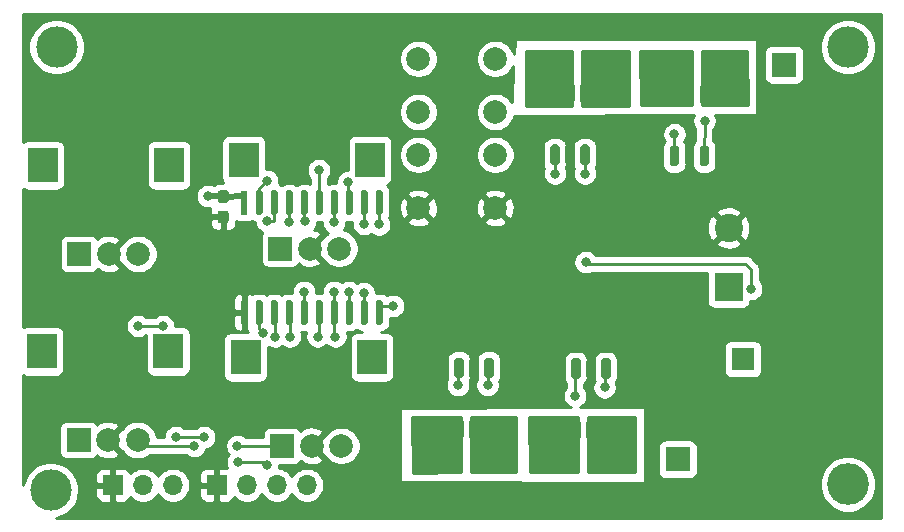
<source format=gbr>
%TF.GenerationSoftware,KiCad,Pcbnew,(5.1.9)-1*%
%TF.CreationDate,2021-01-07T15:51:33-05:00*%
%TF.ProjectId,rgb,7267622e-6b69-4636-9164-5f7063625858,rev?*%
%TF.SameCoordinates,Original*%
%TF.FileFunction,Copper,L2,Bot*%
%TF.FilePolarity,Positive*%
%FSLAX46Y46*%
G04 Gerber Fmt 4.6, Leading zero omitted, Abs format (unit mm)*
G04 Created by KiCad (PCBNEW (5.1.9)-1) date 2021-01-07 15:51:33*
%MOMM*%
%LPD*%
G01*
G04 APERTURE LIST*
%TA.AperFunction,ComponentPad*%
%ADD10C,2.400000*%
%TD*%
%TA.AperFunction,ComponentPad*%
%ADD11R,2.400000X2.400000*%
%TD*%
%TA.AperFunction,ComponentPad*%
%ADD12R,2.000000X2.000000*%
%TD*%
%TA.AperFunction,ComponentPad*%
%ADD13R,2.500000X3.000000*%
%TD*%
%TA.AperFunction,ComponentPad*%
%ADD14C,2.000000*%
%TD*%
%TA.AperFunction,SMDPad,CuDef*%
%ADD15R,0.800000X1.750000*%
%TD*%
%TA.AperFunction,ComponentPad*%
%ADD16C,1.950000*%
%TD*%
%TA.AperFunction,ComponentPad*%
%ADD17R,1.950000X1.950000*%
%TD*%
%TA.AperFunction,ComponentPad*%
%ADD18C,2.100000*%
%TD*%
%TA.AperFunction,ComponentPad*%
%ADD19R,2.100000X2.100000*%
%TD*%
%TA.AperFunction,ComponentPad*%
%ADD20O,1.700000X1.700000*%
%TD*%
%TA.AperFunction,ComponentPad*%
%ADD21R,1.700000X1.700000*%
%TD*%
%TA.AperFunction,SMDPad,CuDef*%
%ADD22R,0.600000X2.050000*%
%TD*%
%TA.AperFunction,ViaPad*%
%ADD23C,3.500000*%
%TD*%
%TA.AperFunction,ViaPad*%
%ADD24C,3.540000*%
%TD*%
%TA.AperFunction,ViaPad*%
%ADD25C,0.800000*%
%TD*%
%TA.AperFunction,Conductor*%
%ADD26C,0.250000*%
%TD*%
%TA.AperFunction,Conductor*%
%ADD27C,0.500000*%
%TD*%
%TA.AperFunction,Conductor*%
%ADD28C,0.254000*%
%TD*%
%TA.AperFunction,Conductor*%
%ADD29C,0.100000*%
%TD*%
G04 APERTURE END LIST*
D10*
%TO.P,C1,2*%
%TO.N,GND*%
X182400000Y-75800000D03*
D11*
%TO.P,C1,1*%
%TO.N,+12V*%
X182400000Y-80800000D03*
%TD*%
D12*
%TO.P,SW5,A*%
%TO.N,/SW_A2*%
X127360000Y-93750000D03*
D13*
%TO.P,SW5,MP*%
%TO.N,N/C*%
X134960000Y-86250000D03*
X124260000Y-86250000D03*
D14*
%TO.P,SW5,C*%
%TO.N,GND*%
X129860000Y-93750000D03*
%TO.P,SW5,B*%
%TO.N,/SW_B2*%
X132360000Y-93750000D03*
%TD*%
%TO.P,Q4,G2*%
%TO.N,/PWM_8*%
%TA.AperFunction,SMDPad,CuDef*%
G36*
G01*
X167895000Y-70475000D02*
X167495000Y-70475000D01*
G75*
G02*
X167295000Y-70275000I0J200000D01*
G01*
X167295000Y-68925000D01*
G75*
G02*
X167495000Y-68725000I200000J0D01*
G01*
X167895000Y-68725000D01*
G75*
G02*
X168095000Y-68925000I0J-200000D01*
G01*
X168095000Y-70275000D01*
G75*
G02*
X167895000Y-70475000I-200000J0D01*
G01*
G37*
%TD.AperFunction*%
%TO.P,Q4,S2*%
%TO.N,GND*%
%TA.AperFunction,SMDPad,CuDef*%
G36*
G01*
X169165000Y-70435000D02*
X168765000Y-70435000D01*
G75*
G02*
X168565000Y-70235000I0J200000D01*
G01*
X168565000Y-68885000D01*
G75*
G02*
X168765000Y-68685000I200000J0D01*
G01*
X169165000Y-68685000D01*
G75*
G02*
X169365000Y-68885000I0J-200000D01*
G01*
X169365000Y-70235000D01*
G75*
G02*
X169165000Y-70435000I-200000J0D01*
G01*
G37*
%TD.AperFunction*%
%TO.P,Q4,G1*%
%TO.N,/PWM_7*%
%TA.AperFunction,SMDPad,CuDef*%
G36*
G01*
X170435000Y-70475000D02*
X170035000Y-70475000D01*
G75*
G02*
X169835000Y-70275000I0J200000D01*
G01*
X169835000Y-68925000D01*
G75*
G02*
X170035000Y-68725000I200000J0D01*
G01*
X170435000Y-68725000D01*
G75*
G02*
X170635000Y-68925000I0J-200000D01*
G01*
X170635000Y-70275000D01*
G75*
G02*
X170435000Y-70475000I-200000J0D01*
G01*
G37*
%TD.AperFunction*%
D15*
%TO.P,Q4,S1*%
%TO.N,GND*%
X171505000Y-69600000D03*
%TO.P,Q4,D1*%
%TO.N,/DRAIN_7*%
%TA.AperFunction,SMDPad,CuDef*%
G36*
G01*
X171705000Y-65275000D02*
X171305000Y-65275000D01*
G75*
G02*
X171105000Y-65075000I0J200000D01*
G01*
X171105000Y-63725000D01*
G75*
G02*
X171305000Y-63525000I200000J0D01*
G01*
X171705000Y-63525000D01*
G75*
G02*
X171905000Y-63725000I0J-200000D01*
G01*
X171905000Y-65075000D01*
G75*
G02*
X171705000Y-65275000I-200000J0D01*
G01*
G37*
%TD.AperFunction*%
%TO.P,Q4,D2*%
%TO.N,/DRAIN_8*%
%TA.AperFunction,SMDPad,CuDef*%
G36*
G01*
X169165000Y-65275000D02*
X168765000Y-65275000D01*
G75*
G02*
X168565000Y-65075000I0J200000D01*
G01*
X168565000Y-63725000D01*
G75*
G02*
X168765000Y-63525000I200000J0D01*
G01*
X169165000Y-63525000D01*
G75*
G02*
X169365000Y-63725000I0J-200000D01*
G01*
X169365000Y-65075000D01*
G75*
G02*
X169165000Y-65275000I-200000J0D01*
G01*
G37*
%TD.AperFunction*%
%TA.AperFunction,SMDPad,CuDef*%
G36*
G01*
X167895000Y-65275000D02*
X167495000Y-65275000D01*
G75*
G02*
X167295000Y-65075000I0J200000D01*
G01*
X167295000Y-63725000D01*
G75*
G02*
X167495000Y-63525000I200000J0D01*
G01*
X167895000Y-63525000D01*
G75*
G02*
X168095000Y-63725000I0J-200000D01*
G01*
X168095000Y-65075000D01*
G75*
G02*
X167895000Y-65275000I-200000J0D01*
G01*
G37*
%TD.AperFunction*%
%TO.P,Q4,D1*%
%TO.N,/DRAIN_7*%
%TA.AperFunction,SMDPad,CuDef*%
G36*
G01*
X170435000Y-65275000D02*
X170035000Y-65275000D01*
G75*
G02*
X169835000Y-65075000I0J200000D01*
G01*
X169835000Y-63725000D01*
G75*
G02*
X170035000Y-63525000I200000J0D01*
G01*
X170435000Y-63525000D01*
G75*
G02*
X170635000Y-63725000I0J-200000D01*
G01*
X170635000Y-65075000D01*
G75*
G02*
X170435000Y-65275000I-200000J0D01*
G01*
G37*
%TD.AperFunction*%
%TD*%
%TO.P,Q3,G2*%
%TO.N,/PWM_6*%
%TA.AperFunction,SMDPad,CuDef*%
G36*
G01*
X177995000Y-70575000D02*
X177595000Y-70575000D01*
G75*
G02*
X177395000Y-70375000I0J200000D01*
G01*
X177395000Y-69025000D01*
G75*
G02*
X177595000Y-68825000I200000J0D01*
G01*
X177995000Y-68825000D01*
G75*
G02*
X178195000Y-69025000I0J-200000D01*
G01*
X178195000Y-70375000D01*
G75*
G02*
X177995000Y-70575000I-200000J0D01*
G01*
G37*
%TD.AperFunction*%
%TO.P,Q3,S2*%
%TO.N,GND*%
%TA.AperFunction,SMDPad,CuDef*%
G36*
G01*
X179265000Y-70535000D02*
X178865000Y-70535000D01*
G75*
G02*
X178665000Y-70335000I0J200000D01*
G01*
X178665000Y-68985000D01*
G75*
G02*
X178865000Y-68785000I200000J0D01*
G01*
X179265000Y-68785000D01*
G75*
G02*
X179465000Y-68985000I0J-200000D01*
G01*
X179465000Y-70335000D01*
G75*
G02*
X179265000Y-70535000I-200000J0D01*
G01*
G37*
%TD.AperFunction*%
%TO.P,Q3,G1*%
%TO.N,/PWM_5*%
%TA.AperFunction,SMDPad,CuDef*%
G36*
G01*
X180535000Y-70575000D02*
X180135000Y-70575000D01*
G75*
G02*
X179935000Y-70375000I0J200000D01*
G01*
X179935000Y-69025000D01*
G75*
G02*
X180135000Y-68825000I200000J0D01*
G01*
X180535000Y-68825000D01*
G75*
G02*
X180735000Y-69025000I0J-200000D01*
G01*
X180735000Y-70375000D01*
G75*
G02*
X180535000Y-70575000I-200000J0D01*
G01*
G37*
%TD.AperFunction*%
%TO.P,Q3,S1*%
%TO.N,GND*%
X181605000Y-69700000D03*
%TO.P,Q3,D1*%
%TO.N,/DRAIN_5*%
%TA.AperFunction,SMDPad,CuDef*%
G36*
G01*
X181805000Y-65375000D02*
X181405000Y-65375000D01*
G75*
G02*
X181205000Y-65175000I0J200000D01*
G01*
X181205000Y-63825000D01*
G75*
G02*
X181405000Y-63625000I200000J0D01*
G01*
X181805000Y-63625000D01*
G75*
G02*
X182005000Y-63825000I0J-200000D01*
G01*
X182005000Y-65175000D01*
G75*
G02*
X181805000Y-65375000I-200000J0D01*
G01*
G37*
%TD.AperFunction*%
%TO.P,Q3,D2*%
%TO.N,/DRAIN_6*%
%TA.AperFunction,SMDPad,CuDef*%
G36*
G01*
X179265000Y-65375000D02*
X178865000Y-65375000D01*
G75*
G02*
X178665000Y-65175000I0J200000D01*
G01*
X178665000Y-63825000D01*
G75*
G02*
X178865000Y-63625000I200000J0D01*
G01*
X179265000Y-63625000D01*
G75*
G02*
X179465000Y-63825000I0J-200000D01*
G01*
X179465000Y-65175000D01*
G75*
G02*
X179265000Y-65375000I-200000J0D01*
G01*
G37*
%TD.AperFunction*%
%TA.AperFunction,SMDPad,CuDef*%
G36*
G01*
X177995000Y-65375000D02*
X177595000Y-65375000D01*
G75*
G02*
X177395000Y-65175000I0J200000D01*
G01*
X177395000Y-63825000D01*
G75*
G02*
X177595000Y-63625000I200000J0D01*
G01*
X177995000Y-63625000D01*
G75*
G02*
X178195000Y-63825000I0J-200000D01*
G01*
X178195000Y-65175000D01*
G75*
G02*
X177995000Y-65375000I-200000J0D01*
G01*
G37*
%TD.AperFunction*%
%TO.P,Q3,D1*%
%TO.N,/DRAIN_5*%
%TA.AperFunction,SMDPad,CuDef*%
G36*
G01*
X180535000Y-65375000D02*
X180135000Y-65375000D01*
G75*
G02*
X179935000Y-65175000I0J200000D01*
G01*
X179935000Y-63825000D01*
G75*
G02*
X180135000Y-63625000I200000J0D01*
G01*
X180535000Y-63625000D01*
G75*
G02*
X180735000Y-63825000I0J-200000D01*
G01*
X180735000Y-65175000D01*
G75*
G02*
X180535000Y-65375000I-200000J0D01*
G01*
G37*
%TD.AperFunction*%
%TD*%
%TO.P,Q2,G2*%
%TO.N,/PWM_3*%
%TA.AperFunction,SMDPad,CuDef*%
G36*
G01*
X161905000Y-86775000D02*
X162305000Y-86775000D01*
G75*
G02*
X162505000Y-86975000I0J-200000D01*
G01*
X162505000Y-88325000D01*
G75*
G02*
X162305000Y-88525000I-200000J0D01*
G01*
X161905000Y-88525000D01*
G75*
G02*
X161705000Y-88325000I0J200000D01*
G01*
X161705000Y-86975000D01*
G75*
G02*
X161905000Y-86775000I200000J0D01*
G01*
G37*
%TD.AperFunction*%
%TO.P,Q2,S2*%
%TO.N,GND*%
%TA.AperFunction,SMDPad,CuDef*%
G36*
G01*
X160635000Y-86815000D02*
X161035000Y-86815000D01*
G75*
G02*
X161235000Y-87015000I0J-200000D01*
G01*
X161235000Y-88365000D01*
G75*
G02*
X161035000Y-88565000I-200000J0D01*
G01*
X160635000Y-88565000D01*
G75*
G02*
X160435000Y-88365000I0J200000D01*
G01*
X160435000Y-87015000D01*
G75*
G02*
X160635000Y-86815000I200000J0D01*
G01*
G37*
%TD.AperFunction*%
%TO.P,Q2,G1*%
%TO.N,/PWM_4*%
%TA.AperFunction,SMDPad,CuDef*%
G36*
G01*
X159365000Y-86775000D02*
X159765000Y-86775000D01*
G75*
G02*
X159965000Y-86975000I0J-200000D01*
G01*
X159965000Y-88325000D01*
G75*
G02*
X159765000Y-88525000I-200000J0D01*
G01*
X159365000Y-88525000D01*
G75*
G02*
X159165000Y-88325000I0J200000D01*
G01*
X159165000Y-86975000D01*
G75*
G02*
X159365000Y-86775000I200000J0D01*
G01*
G37*
%TD.AperFunction*%
%TO.P,Q2,S1*%
%TO.N,GND*%
X158295000Y-87650000D03*
%TO.P,Q2,D1*%
%TO.N,/DRAIN_4*%
%TA.AperFunction,SMDPad,CuDef*%
G36*
G01*
X158095000Y-91975000D02*
X158495000Y-91975000D01*
G75*
G02*
X158695000Y-92175000I0J-200000D01*
G01*
X158695000Y-93525000D01*
G75*
G02*
X158495000Y-93725000I-200000J0D01*
G01*
X158095000Y-93725000D01*
G75*
G02*
X157895000Y-93525000I0J200000D01*
G01*
X157895000Y-92175000D01*
G75*
G02*
X158095000Y-91975000I200000J0D01*
G01*
G37*
%TD.AperFunction*%
%TO.P,Q2,D2*%
%TO.N,/DRAIN_3*%
%TA.AperFunction,SMDPad,CuDef*%
G36*
G01*
X160635000Y-91975000D02*
X161035000Y-91975000D01*
G75*
G02*
X161235000Y-92175000I0J-200000D01*
G01*
X161235000Y-93525000D01*
G75*
G02*
X161035000Y-93725000I-200000J0D01*
G01*
X160635000Y-93725000D01*
G75*
G02*
X160435000Y-93525000I0J200000D01*
G01*
X160435000Y-92175000D01*
G75*
G02*
X160635000Y-91975000I200000J0D01*
G01*
G37*
%TD.AperFunction*%
%TA.AperFunction,SMDPad,CuDef*%
G36*
G01*
X161905000Y-91975000D02*
X162305000Y-91975000D01*
G75*
G02*
X162505000Y-92175000I0J-200000D01*
G01*
X162505000Y-93525000D01*
G75*
G02*
X162305000Y-93725000I-200000J0D01*
G01*
X161905000Y-93725000D01*
G75*
G02*
X161705000Y-93525000I0J200000D01*
G01*
X161705000Y-92175000D01*
G75*
G02*
X161905000Y-91975000I200000J0D01*
G01*
G37*
%TD.AperFunction*%
%TO.P,Q2,D1*%
%TO.N,/DRAIN_4*%
%TA.AperFunction,SMDPad,CuDef*%
G36*
G01*
X159365000Y-91975000D02*
X159765000Y-91975000D01*
G75*
G02*
X159965000Y-92175000I0J-200000D01*
G01*
X159965000Y-93525000D01*
G75*
G02*
X159765000Y-93725000I-200000J0D01*
G01*
X159365000Y-93725000D01*
G75*
G02*
X159165000Y-93525000I0J200000D01*
G01*
X159165000Y-92175000D01*
G75*
G02*
X159365000Y-91975000I200000J0D01*
G01*
G37*
%TD.AperFunction*%
%TD*%
%TO.P,Q1,G2*%
%TO.N,/PWM_1*%
%TA.AperFunction,SMDPad,CuDef*%
G36*
G01*
X171805000Y-86825000D02*
X172205000Y-86825000D01*
G75*
G02*
X172405000Y-87025000I0J-200000D01*
G01*
X172405000Y-88375000D01*
G75*
G02*
X172205000Y-88575000I-200000J0D01*
G01*
X171805000Y-88575000D01*
G75*
G02*
X171605000Y-88375000I0J200000D01*
G01*
X171605000Y-87025000D01*
G75*
G02*
X171805000Y-86825000I200000J0D01*
G01*
G37*
%TD.AperFunction*%
%TO.P,Q1,S2*%
%TO.N,GND*%
%TA.AperFunction,SMDPad,CuDef*%
G36*
G01*
X170535000Y-86865000D02*
X170935000Y-86865000D01*
G75*
G02*
X171135000Y-87065000I0J-200000D01*
G01*
X171135000Y-88415000D01*
G75*
G02*
X170935000Y-88615000I-200000J0D01*
G01*
X170535000Y-88615000D01*
G75*
G02*
X170335000Y-88415000I0J200000D01*
G01*
X170335000Y-87065000D01*
G75*
G02*
X170535000Y-86865000I200000J0D01*
G01*
G37*
%TD.AperFunction*%
%TO.P,Q1,G1*%
%TO.N,/PWM_2*%
%TA.AperFunction,SMDPad,CuDef*%
G36*
G01*
X169265000Y-86825000D02*
X169665000Y-86825000D01*
G75*
G02*
X169865000Y-87025000I0J-200000D01*
G01*
X169865000Y-88375000D01*
G75*
G02*
X169665000Y-88575000I-200000J0D01*
G01*
X169265000Y-88575000D01*
G75*
G02*
X169065000Y-88375000I0J200000D01*
G01*
X169065000Y-87025000D01*
G75*
G02*
X169265000Y-86825000I200000J0D01*
G01*
G37*
%TD.AperFunction*%
%TO.P,Q1,S1*%
%TO.N,GND*%
X168195000Y-87700000D03*
%TO.P,Q1,D1*%
%TO.N,/DRAIN_2*%
%TA.AperFunction,SMDPad,CuDef*%
G36*
G01*
X167995000Y-92025000D02*
X168395000Y-92025000D01*
G75*
G02*
X168595000Y-92225000I0J-200000D01*
G01*
X168595000Y-93575000D01*
G75*
G02*
X168395000Y-93775000I-200000J0D01*
G01*
X167995000Y-93775000D01*
G75*
G02*
X167795000Y-93575000I0J200000D01*
G01*
X167795000Y-92225000D01*
G75*
G02*
X167995000Y-92025000I200000J0D01*
G01*
G37*
%TD.AperFunction*%
%TO.P,Q1,D2*%
%TO.N,/DRAIN_1*%
%TA.AperFunction,SMDPad,CuDef*%
G36*
G01*
X170535000Y-92025000D02*
X170935000Y-92025000D01*
G75*
G02*
X171135000Y-92225000I0J-200000D01*
G01*
X171135000Y-93575000D01*
G75*
G02*
X170935000Y-93775000I-200000J0D01*
G01*
X170535000Y-93775000D01*
G75*
G02*
X170335000Y-93575000I0J200000D01*
G01*
X170335000Y-92225000D01*
G75*
G02*
X170535000Y-92025000I200000J0D01*
G01*
G37*
%TD.AperFunction*%
%TA.AperFunction,SMDPad,CuDef*%
G36*
G01*
X171805000Y-92025000D02*
X172205000Y-92025000D01*
G75*
G02*
X172405000Y-92225000I0J-200000D01*
G01*
X172405000Y-93575000D01*
G75*
G02*
X172205000Y-93775000I-200000J0D01*
G01*
X171805000Y-93775000D01*
G75*
G02*
X171605000Y-93575000I0J200000D01*
G01*
X171605000Y-92225000D01*
G75*
G02*
X171805000Y-92025000I200000J0D01*
G01*
G37*
%TD.AperFunction*%
%TO.P,Q1,D1*%
%TO.N,/DRAIN_2*%
%TA.AperFunction,SMDPad,CuDef*%
G36*
G01*
X169265000Y-92025000D02*
X169665000Y-92025000D01*
G75*
G02*
X169865000Y-92225000I0J-200000D01*
G01*
X169865000Y-93575000D01*
G75*
G02*
X169665000Y-93775000I-200000J0D01*
G01*
X169265000Y-93775000D01*
G75*
G02*
X169065000Y-93575000I0J200000D01*
G01*
X169065000Y-92225000D01*
G75*
G02*
X169265000Y-92025000I200000J0D01*
G01*
G37*
%TD.AperFunction*%
%TD*%
D16*
%TO.P,J1,2*%
%TO.N,GND*%
X188600000Y-86900000D03*
D17*
%TO.P,J1,1*%
%TO.N,Net-(F1-Pad2)*%
X183600000Y-86900000D03*
%TD*%
D18*
%TO.P,J2,5*%
%TO.N,/DRAIN_4*%
X158090000Y-95390000D03*
%TO.P,J2,4*%
%TO.N,/DRAIN_3*%
X163090000Y-95390000D03*
%TO.P,J2,3*%
%TO.N,/DRAIN_2*%
X168090000Y-95390000D03*
%TO.P,J2,2*%
%TO.N,/DRAIN_1*%
X173090000Y-95390000D03*
D19*
%TO.P,J2,1*%
%TO.N,+12V*%
X178090000Y-95390000D03*
%TD*%
D18*
%TO.P,J3,5*%
%TO.N,/DRAIN_8*%
X167100000Y-61980000D03*
%TO.P,J3,4*%
%TO.N,/DRAIN_7*%
X172100000Y-61980000D03*
%TO.P,J3,3*%
%TO.N,/DRAIN_6*%
X177100000Y-61980000D03*
%TO.P,J3,2*%
%TO.N,/DRAIN_5*%
X182100000Y-61980000D03*
D19*
%TO.P,J3,1*%
%TO.N,+12V*%
X187100000Y-61980000D03*
%TD*%
D12*
%TO.P,SW3,A*%
%TO.N,/SW_A1*%
X144600000Y-94250000D03*
D13*
%TO.P,SW3,MP*%
%TO.N,N/C*%
X152200000Y-86750000D03*
X141500000Y-86750000D03*
D14*
%TO.P,SW3,C*%
%TO.N,GND*%
X147100000Y-94250000D03*
%TO.P,SW3,B*%
%TO.N,/SW_B2*%
X149600000Y-94250000D03*
%TD*%
%TO.P,C4,2*%
%TO.N,GND*%
%TA.AperFunction,SMDPad,CuDef*%
G36*
G01*
X139362500Y-74325000D02*
X139837500Y-74325000D01*
G75*
G02*
X140075000Y-74562500I0J-237500D01*
G01*
X140075000Y-75162500D01*
G75*
G02*
X139837500Y-75400000I-237500J0D01*
G01*
X139362500Y-75400000D01*
G75*
G02*
X139125000Y-75162500I0J237500D01*
G01*
X139125000Y-74562500D01*
G75*
G02*
X139362500Y-74325000I237500J0D01*
G01*
G37*
%TD.AperFunction*%
%TO.P,C4,1*%
%TO.N,+5V*%
%TA.AperFunction,SMDPad,CuDef*%
G36*
G01*
X139362500Y-72600000D02*
X139837500Y-72600000D01*
G75*
G02*
X140075000Y-72837500I0J-237500D01*
G01*
X140075000Y-73437500D01*
G75*
G02*
X139837500Y-73675000I-237500J0D01*
G01*
X139362500Y-73675000D01*
G75*
G02*
X139125000Y-73437500I0J237500D01*
G01*
X139125000Y-72837500D01*
G75*
G02*
X139362500Y-72600000I237500J0D01*
G01*
G37*
%TD.AperFunction*%
%TD*%
D12*
%TO.P,SW4,A*%
%TO.N,/SW_A2*%
X144440000Y-77540000D03*
D13*
%TO.P,SW4,MP*%
%TO.N,N/C*%
X152040000Y-70040000D03*
X141340000Y-70040000D03*
D14*
%TO.P,SW4,C*%
%TO.N,GND*%
X146940000Y-77540000D03*
%TO.P,SW4,B*%
%TO.N,/SW_B1*%
X149440000Y-77540000D03*
%TD*%
D12*
%TO.P,SW2,A*%
%TO.N,/SW_A1*%
X127410000Y-78000000D03*
D13*
%TO.P,SW2,MP*%
%TO.N,N/C*%
X135010000Y-70500000D03*
X124310000Y-70500000D03*
D14*
%TO.P,SW2,C*%
%TO.N,GND*%
X129910000Y-78000000D03*
%TO.P,SW2,B*%
%TO.N,/SW_B1*%
X132410000Y-78000000D03*
%TD*%
%TO.P,SW6,1*%
%TO.N,/SW6*%
X162640000Y-69610000D03*
%TO.P,SW6,2*%
%TO.N,GND*%
X162640000Y-74110000D03*
%TO.P,SW6,1*%
%TO.N,/SW6*%
X156140000Y-69610000D03*
%TO.P,SW6,2*%
%TO.N,GND*%
X156140000Y-74110000D03*
%TD*%
%TO.P,SW1,1*%
%TO.N,/PWR_EN*%
X156140000Y-65980000D03*
%TO.P,SW1,2*%
%TO.N,Net-(R3-Pad1)*%
X156140000Y-61480000D03*
%TO.P,SW1,1*%
%TO.N,/PWR_EN*%
X162640000Y-65980000D03*
%TO.P,SW1,2*%
%TO.N,Net-(R3-Pad1)*%
X162640000Y-61480000D03*
%TD*%
D20*
%TO.P,J5,4*%
%TO.N,+5V*%
X146690000Y-97570000D03*
%TO.P,J5,3*%
%TO.N,/TWI_SDA*%
X144150000Y-97570000D03*
%TO.P,J5,2*%
%TO.N,/TWI_SCL*%
X141610000Y-97570000D03*
D21*
%TO.P,J5,1*%
%TO.N,GND*%
X139070000Y-97570000D03*
%TD*%
D20*
%TO.P,J4,3*%
%TO.N,+5V*%
X135350000Y-97570000D03*
%TO.P,J4,2*%
%TO.N,/RESET*%
X132810000Y-97570000D03*
D21*
%TO.P,J4,1*%
%TO.N,GND*%
X130270000Y-97570000D03*
%TD*%
%TO.P,U3,10*%
%TO.N,/PWM_8*%
%TA.AperFunction,SMDPad,CuDef*%
G36*
G01*
X152665000Y-72625000D02*
X152965000Y-72625000D01*
G75*
G02*
X153115000Y-72775000I0J-150000D01*
G01*
X153115000Y-74525000D01*
G75*
G02*
X152965000Y-74675000I-150000J0D01*
G01*
X152665000Y-74675000D01*
G75*
G02*
X152515000Y-74525000I0J150000D01*
G01*
X152515000Y-72775000D01*
G75*
G02*
X152665000Y-72625000I150000J0D01*
G01*
G37*
%TD.AperFunction*%
%TO.P,U3,4*%
%TO.N,/SW_A1*%
%TA.AperFunction,SMDPad,CuDef*%
G36*
G01*
X145045000Y-72625000D02*
X145345000Y-72625000D01*
G75*
G02*
X145495000Y-72775000I0J-150000D01*
G01*
X145495000Y-74525000D01*
G75*
G02*
X145345000Y-74675000I-150000J0D01*
G01*
X145045000Y-74675000D01*
G75*
G02*
X144895000Y-74525000I0J150000D01*
G01*
X144895000Y-72775000D01*
G75*
G02*
X145045000Y-72625000I150000J0D01*
G01*
G37*
%TD.AperFunction*%
%TO.P,U3,12*%
%TO.N,/PWM_1*%
%TA.AperFunction,SMDPad,CuDef*%
G36*
G01*
X151395000Y-81925000D02*
X151695000Y-81925000D01*
G75*
G02*
X151845000Y-82075000I0J-150000D01*
G01*
X151845000Y-83825000D01*
G75*
G02*
X151695000Y-83975000I-150000J0D01*
G01*
X151395000Y-83975000D01*
G75*
G02*
X151245000Y-83825000I0J150000D01*
G01*
X151245000Y-82075000D01*
G75*
G02*
X151395000Y-81925000I150000J0D01*
G01*
G37*
%TD.AperFunction*%
%TO.P,U3,14*%
%TO.N,/SW_B1*%
%TA.AperFunction,SMDPad,CuDef*%
G36*
G01*
X148855000Y-81925000D02*
X149155000Y-81925000D01*
G75*
G02*
X149305000Y-82075000I0J-150000D01*
G01*
X149305000Y-83825000D01*
G75*
G02*
X149155000Y-83975000I-150000J0D01*
G01*
X148855000Y-83975000D01*
G75*
G02*
X148705000Y-83825000I0J150000D01*
G01*
X148705000Y-82075000D01*
G75*
G02*
X148855000Y-81925000I150000J0D01*
G01*
G37*
%TD.AperFunction*%
D22*
%TO.P,U3,1*%
%TO.N,+5V*%
X141385000Y-73650000D03*
%TO.P,U3,13*%
%TO.N,/PWM_3*%
%TA.AperFunction,SMDPad,CuDef*%
G36*
G01*
X150125000Y-81925000D02*
X150425000Y-81925000D01*
G75*
G02*
X150575000Y-82075000I0J-150000D01*
G01*
X150575000Y-83825000D01*
G75*
G02*
X150425000Y-83975000I-150000J0D01*
G01*
X150125000Y-83975000D01*
G75*
G02*
X149975000Y-83825000I0J150000D01*
G01*
X149975000Y-82075000D01*
G75*
G02*
X150125000Y-81925000I150000J0D01*
G01*
G37*
%TD.AperFunction*%
%TO.P,U3,3*%
%TO.N,/PWM_6*%
%TA.AperFunction,SMDPad,CuDef*%
G36*
G01*
X143775000Y-72625000D02*
X144075000Y-72625000D01*
G75*
G02*
X144225000Y-72775000I0J-150000D01*
G01*
X144225000Y-74525000D01*
G75*
G02*
X144075000Y-74675000I-150000J0D01*
G01*
X143775000Y-74675000D01*
G75*
G02*
X143625000Y-74525000I0J150000D01*
G01*
X143625000Y-72775000D01*
G75*
G02*
X143775000Y-72625000I150000J0D01*
G01*
G37*
%TD.AperFunction*%
%TO.P,U3,9*%
%TO.N,/PWM_7*%
%TA.AperFunction,SMDPad,CuDef*%
G36*
G01*
X151395000Y-72625000D02*
X151695000Y-72625000D01*
G75*
G02*
X151845000Y-72775000I0J-150000D01*
G01*
X151845000Y-74525000D01*
G75*
G02*
X151695000Y-74675000I-150000J0D01*
G01*
X151395000Y-74675000D01*
G75*
G02*
X151245000Y-74525000I0J150000D01*
G01*
X151245000Y-72775000D01*
G75*
G02*
X151395000Y-72625000I150000J0D01*
G01*
G37*
%TD.AperFunction*%
%TO.P,U3,11*%
%TO.N,/PWM_2*%
%TA.AperFunction,SMDPad,CuDef*%
G36*
G01*
X152665000Y-81925000D02*
X152965000Y-81925000D01*
G75*
G02*
X153115000Y-82075000I0J-150000D01*
G01*
X153115000Y-83825000D01*
G75*
G02*
X152965000Y-83975000I-150000J0D01*
G01*
X152665000Y-83975000D01*
G75*
G02*
X152515000Y-83825000I0J150000D01*
G01*
X152515000Y-82075000D01*
G75*
G02*
X152665000Y-81925000I150000J0D01*
G01*
G37*
%TD.AperFunction*%
%TO.P,U3,5*%
%TO.N,/SW_A2*%
%TA.AperFunction,SMDPad,CuDef*%
G36*
G01*
X146315000Y-72625000D02*
X146615000Y-72625000D01*
G75*
G02*
X146765000Y-72775000I0J-150000D01*
G01*
X146765000Y-74525000D01*
G75*
G02*
X146615000Y-74675000I-150000J0D01*
G01*
X146315000Y-74675000D01*
G75*
G02*
X146165000Y-74525000I0J150000D01*
G01*
X146165000Y-72775000D01*
G75*
G02*
X146315000Y-72625000I150000J0D01*
G01*
G37*
%TD.AperFunction*%
%TO.P,U3,6*%
%TO.N,/PWR_EN*%
%TA.AperFunction,SMDPad,CuDef*%
G36*
G01*
X147585000Y-72625000D02*
X147885000Y-72625000D01*
G75*
G02*
X148035000Y-72775000I0J-150000D01*
G01*
X148035000Y-74525000D01*
G75*
G02*
X147885000Y-74675000I-150000J0D01*
G01*
X147585000Y-74675000D01*
G75*
G02*
X147435000Y-74525000I0J150000D01*
G01*
X147435000Y-72775000D01*
G75*
G02*
X147585000Y-72625000I150000J0D01*
G01*
G37*
%TD.AperFunction*%
%TO.P,U3,8*%
%TO.N,/SW6*%
%TA.AperFunction,SMDPad,CuDef*%
G36*
G01*
X150125000Y-72625000D02*
X150425000Y-72625000D01*
G75*
G02*
X150575000Y-72775000I0J-150000D01*
G01*
X150575000Y-74525000D01*
G75*
G02*
X150425000Y-74675000I-150000J0D01*
G01*
X150125000Y-74675000D01*
G75*
G02*
X149975000Y-74525000I0J150000D01*
G01*
X149975000Y-72775000D01*
G75*
G02*
X150125000Y-72625000I150000J0D01*
G01*
G37*
%TD.AperFunction*%
%TO.P,U3,2*%
%TO.N,/PWM_5*%
%TA.AperFunction,SMDPad,CuDef*%
G36*
G01*
X142505000Y-72625000D02*
X142805000Y-72625000D01*
G75*
G02*
X142955000Y-72775000I0J-150000D01*
G01*
X142955000Y-74525000D01*
G75*
G02*
X142805000Y-74675000I-150000J0D01*
G01*
X142505000Y-74675000D01*
G75*
G02*
X142355000Y-74525000I0J150000D01*
G01*
X142355000Y-72775000D01*
G75*
G02*
X142505000Y-72625000I150000J0D01*
G01*
G37*
%TD.AperFunction*%
%TO.P,U3,7*%
%TO.N,/SENSE*%
%TA.AperFunction,SMDPad,CuDef*%
G36*
G01*
X148855000Y-72625000D02*
X149155000Y-72625000D01*
G75*
G02*
X149305000Y-72775000I0J-150000D01*
G01*
X149305000Y-74525000D01*
G75*
G02*
X149155000Y-74675000I-150000J0D01*
G01*
X148855000Y-74675000D01*
G75*
G02*
X148705000Y-74525000I0J150000D01*
G01*
X148705000Y-72775000D01*
G75*
G02*
X148855000Y-72625000I150000J0D01*
G01*
G37*
%TD.AperFunction*%
%TO.P,U3,16*%
%TO.N,/RESET*%
%TA.AperFunction,SMDPad,CuDef*%
G36*
G01*
X146315000Y-81925000D02*
X146615000Y-81925000D01*
G75*
G02*
X146765000Y-82075000I0J-150000D01*
G01*
X146765000Y-83825000D01*
G75*
G02*
X146615000Y-83975000I-150000J0D01*
G01*
X146315000Y-83975000D01*
G75*
G02*
X146165000Y-83825000I0J150000D01*
G01*
X146165000Y-82075000D01*
G75*
G02*
X146315000Y-81925000I150000J0D01*
G01*
G37*
%TD.AperFunction*%
%TO.P,U3,19*%
%TO.N,/PWM_4*%
%TA.AperFunction,SMDPad,CuDef*%
G36*
G01*
X142505000Y-81925000D02*
X142805000Y-81925000D01*
G75*
G02*
X142955000Y-82075000I0J-150000D01*
G01*
X142955000Y-83825000D01*
G75*
G02*
X142805000Y-83975000I-150000J0D01*
G01*
X142505000Y-83975000D01*
G75*
G02*
X142355000Y-83825000I0J150000D01*
G01*
X142355000Y-82075000D01*
G75*
G02*
X142505000Y-81925000I150000J0D01*
G01*
G37*
%TD.AperFunction*%
%TO.P,U3,17*%
%TO.N,/TWI_SDA*%
%TA.AperFunction,SMDPad,CuDef*%
G36*
G01*
X145045000Y-81925000D02*
X145345000Y-81925000D01*
G75*
G02*
X145495000Y-82075000I0J-150000D01*
G01*
X145495000Y-83825000D01*
G75*
G02*
X145345000Y-83975000I-150000J0D01*
G01*
X145045000Y-83975000D01*
G75*
G02*
X144895000Y-83825000I0J150000D01*
G01*
X144895000Y-82075000D01*
G75*
G02*
X145045000Y-81925000I150000J0D01*
G01*
G37*
%TD.AperFunction*%
%TO.P,U3,20*%
%TO.N,GND*%
%TA.AperFunction,SMDPad,CuDef*%
G36*
G01*
X141235000Y-81925000D02*
X141535000Y-81925000D01*
G75*
G02*
X141685000Y-82075000I0J-150000D01*
G01*
X141685000Y-83825000D01*
G75*
G02*
X141535000Y-83975000I-150000J0D01*
G01*
X141235000Y-83975000D01*
G75*
G02*
X141085000Y-83825000I0J150000D01*
G01*
X141085000Y-82075000D01*
G75*
G02*
X141235000Y-81925000I150000J0D01*
G01*
G37*
%TD.AperFunction*%
%TO.P,U3,18*%
%TO.N,/TWI_SCL*%
%TA.AperFunction,SMDPad,CuDef*%
G36*
G01*
X143775000Y-81925000D02*
X144075000Y-81925000D01*
G75*
G02*
X144225000Y-82075000I0J-150000D01*
G01*
X144225000Y-83825000D01*
G75*
G02*
X144075000Y-83975000I-150000J0D01*
G01*
X143775000Y-83975000D01*
G75*
G02*
X143625000Y-83825000I0J150000D01*
G01*
X143625000Y-82075000D01*
G75*
G02*
X143775000Y-81925000I150000J0D01*
G01*
G37*
%TD.AperFunction*%
%TO.P,U3,15*%
%TO.N,/SW_B2*%
%TA.AperFunction,SMDPad,CuDef*%
G36*
G01*
X147585000Y-81925000D02*
X147885000Y-81925000D01*
G75*
G02*
X148035000Y-82075000I0J-150000D01*
G01*
X148035000Y-83825000D01*
G75*
G02*
X147885000Y-83975000I-150000J0D01*
G01*
X147585000Y-83975000D01*
G75*
G02*
X147435000Y-83825000I0J150000D01*
G01*
X147435000Y-82075000D01*
G75*
G02*
X147585000Y-81925000I150000J0D01*
G01*
G37*
%TD.AperFunction*%
%TD*%
D23*
%TO.N,*%
X125500000Y-60500000D03*
X192500000Y-60500000D03*
D24*
X192500000Y-97500000D03*
D23*
X125000000Y-98000000D03*
D25*
%TO.N,GND*%
X148500000Y-62600000D03*
X147600000Y-62600000D03*
X147600000Y-63500000D03*
X148500000Y-63500000D03*
X147600000Y-64400000D03*
X148500000Y-64400000D03*
X146700000Y-62600000D03*
X146700000Y-63500000D03*
X146700000Y-64400000D03*
X144400000Y-58200000D03*
X140200000Y-59300000D03*
X151640000Y-63190000D03*
X163210000Y-81150000D03*
%TO.N,/PWM_2*%
X154000000Y-82400000D03*
X169400000Y-90025010D03*
%TO.N,/PWM_1*%
X171905000Y-89300000D03*
X151500000Y-81300000D03*
%TO.N,/PWM_4*%
X143000000Y-84700000D03*
X159500000Y-89100000D03*
%TO.N,/PWM_3*%
X150275000Y-81225000D03*
X162000000Y-89100000D03*
%TO.N,/PWM_8*%
X152800000Y-75500000D03*
X167700000Y-71200000D03*
%TO.N,/PWM_7*%
X151545000Y-75455000D03*
X170235000Y-71200000D03*
%TO.N,/PWM_6*%
X143300000Y-75200000D03*
X177810000Y-67850000D03*
%TO.N,/PWM_5*%
X143300000Y-71800000D03*
X180360000Y-66720000D03*
%TO.N,+5V*%
X138300000Y-73100000D03*
%TO.N,/TWI_SCL*%
X144000000Y-85000000D03*
%TO.N,/TWI_SDA*%
X145250000Y-85000000D03*
%TO.N,/RESET*%
X146450000Y-81200000D03*
%TO.N,/SW6*%
X150200000Y-71900000D03*
%TO.N,/PWR_EN*%
X147700000Y-70900000D03*
%TO.N,/SW_A1*%
X145200000Y-75300000D03*
X140800000Y-94250000D03*
X138000000Y-93500000D03*
X135600000Y-93500000D03*
%TO.N,/SW_B1*%
X149100000Y-85000000D03*
X149000000Y-81200000D03*
X134500000Y-84100000D03*
X132400000Y-84100000D03*
%TO.N,/SW_B2*%
X137175000Y-94280000D03*
X140862500Y-95637500D03*
X143287500Y-95887500D03*
X147600000Y-85000000D03*
%TO.N,/SW_A2*%
X146550000Y-75250000D03*
%TO.N,/SENSE*%
X149000000Y-75300000D03*
X170300000Y-78700000D03*
X184300000Y-80950000D03*
%TD*%
D26*
%TO.N,GND*%
X147015000Y-78155000D02*
X147040000Y-78130000D01*
%TO.N,/PWM_2*%
X154000000Y-82400000D02*
X153365000Y-82400000D01*
X153365000Y-82400000D02*
X153100000Y-82400000D01*
X169400000Y-87765000D02*
X169465000Y-87700000D01*
X169400000Y-90025010D02*
X169400000Y-87765000D01*
%TO.N,/PWM_1*%
X171905000Y-89095000D02*
X171905000Y-89095000D01*
X171905000Y-87740000D02*
X171905000Y-89300000D01*
X151545000Y-81355000D02*
X151545000Y-81355000D01*
X151545000Y-82950000D02*
X151500000Y-81300000D01*
%TO.N,/PWM_4*%
X142655000Y-84255000D02*
X142655000Y-82950000D01*
X143000000Y-84700000D02*
X142655000Y-84255000D01*
X143000000Y-84700000D02*
X143100000Y-84700000D01*
X159465000Y-89065000D02*
X159465000Y-87600000D01*
X159500000Y-89100000D02*
X159465000Y-89065000D01*
%TO.N,/PWM_3*%
X150275000Y-82950000D02*
X150275000Y-81225000D01*
X150275000Y-81225000D02*
X150275000Y-81225000D01*
X162005000Y-89195000D02*
X162005000Y-87600000D01*
X162000000Y-89100000D02*
X162005000Y-89195000D01*
%TO.N,/PWM_8*%
X152815000Y-75485000D02*
X152800000Y-75500000D01*
X152815000Y-73650000D02*
X152815000Y-75485000D01*
X167695000Y-71195000D02*
X167695000Y-71195000D01*
X167695000Y-69700000D02*
X167700000Y-71200000D01*
%TO.N,/PWM_7*%
X151545000Y-73650000D02*
X151545000Y-75455000D01*
X151545000Y-75455000D02*
X151545000Y-75455000D01*
X170235000Y-71065000D02*
X170235000Y-71065000D01*
X170235000Y-69700000D02*
X170235000Y-71200000D01*
%TO.N,/PWM_6*%
X143925000Y-73650000D02*
X143925000Y-74575000D01*
X143300000Y-75200000D02*
X143900000Y-75200000D01*
X143900000Y-73675000D02*
X143925000Y-73650000D01*
X143900000Y-75200000D02*
X143900000Y-73675000D01*
X177778688Y-69583688D02*
X177795000Y-69600000D01*
X177810000Y-67850000D02*
X177778688Y-69583688D01*
%TO.N,/PWM_5*%
X142655000Y-72445000D02*
X142655000Y-73650000D01*
X143300000Y-71800000D02*
X142655000Y-72445000D01*
X180300000Y-69565000D02*
X180335000Y-69600000D01*
X180360000Y-66720000D02*
X180300000Y-69565000D01*
D27*
%TO.N,+5V*%
X139600000Y-73137500D02*
X141400000Y-73100000D01*
X139562500Y-73100000D02*
X139600000Y-73137500D01*
X138300000Y-73100000D02*
X139562500Y-73100000D01*
D26*
%TO.N,/TWI_SCL*%
X144000000Y-83025000D02*
X143925000Y-82950000D01*
X144000000Y-85000000D02*
X144000000Y-83025000D01*
%TO.N,/TWI_SDA*%
X145250000Y-83005000D02*
X145195000Y-82950000D01*
X145250000Y-85000000D02*
X145250000Y-83005000D01*
%TO.N,/RESET*%
X146465000Y-81335000D02*
X146465000Y-81335000D01*
X146465000Y-82950000D02*
X146450000Y-81200000D01*
%TO.N,/SW6*%
X150200000Y-71900000D02*
X150200000Y-73074990D01*
%TO.N,/PWR_EN*%
X147735000Y-71735000D02*
X147735000Y-73650000D01*
X147700000Y-70900000D02*
X147735000Y-71735000D01*
%TO.N,/SW_A1*%
X145195000Y-75295000D02*
X145200000Y-75300000D01*
X145195000Y-73650000D02*
X145195000Y-75295000D01*
X140750000Y-94250000D02*
X140750000Y-94250000D01*
X140950000Y-94250000D02*
X144600000Y-94250000D01*
X140800000Y-94250000D02*
X140950000Y-94250000D01*
X138000000Y-93500000D02*
X135600000Y-93500000D01*
X135600000Y-93500000D02*
X135600000Y-93500000D01*
%TO.N,/SW_B1*%
X149005000Y-84905000D02*
X149100000Y-85000000D01*
X149005000Y-82950000D02*
X149005000Y-84905000D01*
X149000000Y-82945000D02*
X149005000Y-82950000D01*
X149000000Y-81200000D02*
X149000000Y-82945000D01*
X134500000Y-84100000D02*
X132400000Y-84100000D01*
X132400000Y-84100000D02*
X132400000Y-84100000D01*
%TO.N,/SW_B2*%
X132360000Y-94280000D02*
X137175000Y-94280000D01*
X137175000Y-94280000D02*
X137175000Y-94280000D01*
X137205000Y-94280000D02*
X137275000Y-94350000D01*
X137175000Y-94280000D02*
X137205000Y-94280000D01*
X143037500Y-95637500D02*
X143287500Y-95887500D01*
X140862500Y-95637500D02*
X143037500Y-95637500D01*
X143287500Y-95887500D02*
X143375000Y-95975000D01*
X147735000Y-84865000D02*
X147600000Y-85000000D01*
X147735000Y-82950000D02*
X147735000Y-84865000D01*
%TO.N,/SW_A2*%
X146465000Y-75165000D02*
X146550000Y-75250000D01*
X146465000Y-73650000D02*
X146465000Y-75165000D01*
D27*
X144440000Y-77540000D02*
X145195000Y-76785000D01*
D26*
%TO.N,/SENSE*%
X149000000Y-73655000D02*
X149005000Y-73650000D01*
X149000000Y-75300000D02*
X149000000Y-73655000D01*
X183528276Y-78821724D02*
X170350000Y-78810000D01*
X183821724Y-78821724D02*
X183528276Y-78821724D01*
X170350000Y-78810000D02*
X170300000Y-78700000D01*
X184300000Y-80950000D02*
X184300000Y-79300000D01*
X184300000Y-79300000D02*
X183821724Y-78821724D01*
%TD*%
D28*
%TO.N,/DRAIN_4*%
X159748639Y-96437660D02*
X155651345Y-96508303D01*
X155627642Y-91838777D01*
X159772344Y-91815227D01*
X159748639Y-96437660D01*
%TA.AperFunction,Conductor*%
D29*
G36*
X159748639Y-96437660D02*
G01*
X155651345Y-96508303D01*
X155627642Y-91838777D01*
X159772344Y-91815227D01*
X159748639Y-96437660D01*
G37*
%TD.AperFunction*%
%TD*%
D28*
%TO.N,/DRAIN_3*%
X164373000Y-91826610D02*
X164373000Y-96484717D01*
X160558250Y-96461278D01*
X160558250Y-93783174D01*
X160586969Y-93688500D01*
X160603072Y-93525000D01*
X160603072Y-92175000D01*
X160586969Y-92011500D01*
X160558250Y-91916826D01*
X160558250Y-91814890D01*
X164373000Y-91826610D01*
%TA.AperFunction,Conductor*%
D29*
G36*
X164373000Y-91826610D02*
G01*
X164373000Y-96484717D01*
X160558250Y-96461278D01*
X160558250Y-93783174D01*
X160586969Y-93688500D01*
X160603072Y-93525000D01*
X160603072Y-92175000D01*
X160586969Y-92011500D01*
X160558250Y-91916826D01*
X160558250Y-91814890D01*
X164373000Y-91826610D01*
G37*
%TD.AperFunction*%
%TD*%
D28*
%TO.N,/DRAIN_2*%
X169673000Y-96473000D02*
X165550710Y-96473000D01*
X165503302Y-91827000D01*
X169673000Y-91827000D01*
X169673000Y-96473000D01*
%TA.AperFunction,Conductor*%
D29*
G36*
X169673000Y-96473000D02*
G01*
X165550710Y-96473000D01*
X165503302Y-91827000D01*
X169673000Y-91827000D01*
X169673000Y-96473000D01*
G37*
%TD.AperFunction*%
%TD*%
D28*
%TO.N,/DRAIN_1*%
X174473000Y-96473264D02*
X170522130Y-96481485D01*
X170526871Y-91827000D01*
X174473000Y-91827000D01*
X174473000Y-96473264D01*
%TA.AperFunction,Conductor*%
D29*
G36*
X174473000Y-96473264D02*
G01*
X170522130Y-96481485D01*
X170526871Y-91827000D01*
X174473000Y-91827000D01*
X174473000Y-96473264D01*
G37*
%TD.AperFunction*%
%TD*%
D28*
%TO.N,/DRAIN_5*%
X183994389Y-60832325D02*
X184003982Y-65404506D01*
X180127000Y-65389491D01*
X180127000Y-60811680D01*
X183994389Y-60832325D01*
%TA.AperFunction,Conductor*%
D29*
G36*
X183994389Y-60832325D02*
G01*
X184003982Y-65404506D01*
X180127000Y-65389491D01*
X180127000Y-60811680D01*
X183994389Y-60832325D01*
G37*
%TD.AperFunction*%
%TD*%
D28*
%TO.N,/DRAIN_6*%
X179273000Y-60826342D02*
X179273000Y-65373661D01*
X174938905Y-65396277D01*
X174915099Y-60803727D01*
X179273000Y-60826342D01*
%TA.AperFunction,Conductor*%
D29*
G36*
X179273000Y-60826342D02*
G01*
X179273000Y-65373661D01*
X174938905Y-65396277D01*
X174915099Y-60803727D01*
X179273000Y-60826342D01*
G37*
%TD.AperFunction*%
%TD*%
D28*
%TO.N,/DRAIN_7*%
X173971519Y-60847973D02*
X173974482Y-65473000D01*
X170027000Y-65473000D01*
X170027000Y-60827656D01*
X173971519Y-60847973D01*
%TA.AperFunction,Conductor*%
D29*
G36*
X173971519Y-60847973D02*
G01*
X173974482Y-65473000D01*
X170027000Y-65473000D01*
X170027000Y-60827656D01*
X173971519Y-60847973D01*
G37*
%TD.AperFunction*%
%TD*%
D28*
%TO.N,/DRAIN_8*%
X169173000Y-60826803D02*
X169173000Y-65479546D01*
X165215147Y-65473204D01*
X165238853Y-60820696D01*
X169173000Y-60826803D01*
%TA.AperFunction,Conductor*%
D29*
G36*
X169173000Y-60826803D02*
G01*
X169173000Y-65479546D01*
X165215147Y-65473204D01*
X165238853Y-60820696D01*
X169173000Y-60826803D01*
G37*
%TD.AperFunction*%
%TD*%
D28*
%TO.N,GND*%
X195340001Y-100340000D02*
X125461133Y-100340000D01*
X125695679Y-100293346D01*
X126129721Y-100113560D01*
X126520349Y-99852550D01*
X126852550Y-99520349D01*
X127113560Y-99129721D01*
X127293346Y-98695679D01*
X127348181Y-98420000D01*
X128781928Y-98420000D01*
X128794188Y-98544482D01*
X128830498Y-98664180D01*
X128889463Y-98774494D01*
X128968815Y-98871185D01*
X129065506Y-98950537D01*
X129175820Y-99009502D01*
X129295518Y-99045812D01*
X129420000Y-99058072D01*
X129984250Y-99055000D01*
X130143000Y-98896250D01*
X130143000Y-97697000D01*
X128943750Y-97697000D01*
X128785000Y-97855750D01*
X128781928Y-98420000D01*
X127348181Y-98420000D01*
X127385000Y-98234902D01*
X127385000Y-97765098D01*
X127293346Y-97304321D01*
X127113560Y-96870279D01*
X127013147Y-96720000D01*
X128781928Y-96720000D01*
X128785000Y-97284250D01*
X128943750Y-97443000D01*
X130143000Y-97443000D01*
X130143000Y-96243750D01*
X130397000Y-96243750D01*
X130397000Y-97443000D01*
X130417000Y-97443000D01*
X130417000Y-97697000D01*
X130397000Y-97697000D01*
X130397000Y-98896250D01*
X130555750Y-99055000D01*
X131120000Y-99058072D01*
X131244482Y-99045812D01*
X131364180Y-99009502D01*
X131474494Y-98950537D01*
X131571185Y-98871185D01*
X131650537Y-98774494D01*
X131709502Y-98664180D01*
X131731513Y-98591620D01*
X131863368Y-98723475D01*
X132106589Y-98885990D01*
X132376842Y-98997932D01*
X132663740Y-99055000D01*
X132956260Y-99055000D01*
X133243158Y-98997932D01*
X133513411Y-98885990D01*
X133756632Y-98723475D01*
X133963475Y-98516632D01*
X134080000Y-98342240D01*
X134196525Y-98516632D01*
X134403368Y-98723475D01*
X134646589Y-98885990D01*
X134916842Y-98997932D01*
X135203740Y-99055000D01*
X135496260Y-99055000D01*
X135783158Y-98997932D01*
X136053411Y-98885990D01*
X136296632Y-98723475D01*
X136503475Y-98516632D01*
X136568042Y-98420000D01*
X137581928Y-98420000D01*
X137594188Y-98544482D01*
X137630498Y-98664180D01*
X137689463Y-98774494D01*
X137768815Y-98871185D01*
X137865506Y-98950537D01*
X137975820Y-99009502D01*
X138095518Y-99045812D01*
X138220000Y-99058072D01*
X138784250Y-99055000D01*
X138943000Y-98896250D01*
X138943000Y-97697000D01*
X137743750Y-97697000D01*
X137585000Y-97855750D01*
X137581928Y-98420000D01*
X136568042Y-98420000D01*
X136665990Y-98273411D01*
X136777932Y-98003158D01*
X136835000Y-97716260D01*
X136835000Y-97423740D01*
X136777932Y-97136842D01*
X136665990Y-96866589D01*
X136568043Y-96720000D01*
X137581928Y-96720000D01*
X137585000Y-97284250D01*
X137743750Y-97443000D01*
X138943000Y-97443000D01*
X138943000Y-96243750D01*
X139197000Y-96243750D01*
X139197000Y-97443000D01*
X139217000Y-97443000D01*
X139217000Y-97697000D01*
X139197000Y-97697000D01*
X139197000Y-98896250D01*
X139355750Y-99055000D01*
X139920000Y-99058072D01*
X140044482Y-99045812D01*
X140164180Y-99009502D01*
X140274494Y-98950537D01*
X140371185Y-98871185D01*
X140450537Y-98774494D01*
X140509502Y-98664180D01*
X140531513Y-98591620D01*
X140663368Y-98723475D01*
X140906589Y-98885990D01*
X141176842Y-98997932D01*
X141463740Y-99055000D01*
X141756260Y-99055000D01*
X142043158Y-98997932D01*
X142313411Y-98885990D01*
X142556632Y-98723475D01*
X142763475Y-98516632D01*
X142880000Y-98342240D01*
X142996525Y-98516632D01*
X143203368Y-98723475D01*
X143446589Y-98885990D01*
X143716842Y-98997932D01*
X144003740Y-99055000D01*
X144296260Y-99055000D01*
X144583158Y-98997932D01*
X144853411Y-98885990D01*
X145096632Y-98723475D01*
X145303475Y-98516632D01*
X145420000Y-98342240D01*
X145536525Y-98516632D01*
X145743368Y-98723475D01*
X145986589Y-98885990D01*
X146256842Y-98997932D01*
X146543740Y-99055000D01*
X146836260Y-99055000D01*
X147123158Y-98997932D01*
X147393411Y-98885990D01*
X147636632Y-98723475D01*
X147843475Y-98516632D01*
X148005990Y-98273411D01*
X148117932Y-98003158D01*
X148175000Y-97716260D01*
X148175000Y-97423740D01*
X148117932Y-97136842D01*
X148005990Y-96866589D01*
X147843475Y-96623368D01*
X147636632Y-96416525D01*
X147393411Y-96254010D01*
X147123158Y-96142068D01*
X146836260Y-96085000D01*
X146543740Y-96085000D01*
X146256842Y-96142068D01*
X145986589Y-96254010D01*
X145743368Y-96416525D01*
X145536525Y-96623368D01*
X145420000Y-96797760D01*
X145303475Y-96623368D01*
X145096632Y-96416525D01*
X144853411Y-96254010D01*
X144583158Y-96142068D01*
X144303217Y-96086384D01*
X144322500Y-95989439D01*
X144322500Y-95888072D01*
X145600000Y-95888072D01*
X145724482Y-95875812D01*
X145844180Y-95839502D01*
X145954494Y-95780537D01*
X146051185Y-95701185D01*
X146130537Y-95604494D01*
X146185976Y-95500777D01*
X146239956Y-95649814D01*
X146529571Y-95790704D01*
X146841108Y-95872384D01*
X147162595Y-95891718D01*
X147481675Y-95847961D01*
X147786088Y-95742795D01*
X147960044Y-95649814D01*
X148055808Y-95385413D01*
X147100000Y-94429605D01*
X147085858Y-94443748D01*
X146906253Y-94264143D01*
X146920395Y-94250000D01*
X147279605Y-94250000D01*
X148235413Y-95205808D01*
X148265075Y-95195065D01*
X148330013Y-95292252D01*
X148557748Y-95519987D01*
X148825537Y-95698918D01*
X149123088Y-95822168D01*
X149438967Y-95885000D01*
X149761033Y-95885000D01*
X150076912Y-95822168D01*
X150374463Y-95698918D01*
X150642252Y-95519987D01*
X150869987Y-95292252D01*
X151048918Y-95024463D01*
X151172168Y-94726912D01*
X151235000Y-94411033D01*
X151235000Y-94088967D01*
X151172168Y-93773088D01*
X151048918Y-93475537D01*
X150869987Y-93207748D01*
X150642252Y-92980013D01*
X150374463Y-92801082D01*
X150076912Y-92677832D01*
X149761033Y-92615000D01*
X149438967Y-92615000D01*
X149123088Y-92677832D01*
X148825537Y-92801082D01*
X148557748Y-92980013D01*
X148330013Y-93207748D01*
X148265075Y-93304935D01*
X148235413Y-93294192D01*
X147279605Y-94250000D01*
X146920395Y-94250000D01*
X146906253Y-94235858D01*
X147085858Y-94056253D01*
X147100000Y-94070395D01*
X148055808Y-93114587D01*
X147960044Y-92850186D01*
X147670429Y-92709296D01*
X147358892Y-92627616D01*
X147037405Y-92608282D01*
X146718325Y-92652039D01*
X146413912Y-92757205D01*
X146239956Y-92850186D01*
X146185976Y-92999223D01*
X146130537Y-92895506D01*
X146051185Y-92798815D01*
X145954494Y-92719463D01*
X145844180Y-92660498D01*
X145724482Y-92624188D01*
X145600000Y-92611928D01*
X143600000Y-92611928D01*
X143475518Y-92624188D01*
X143355820Y-92660498D01*
X143245506Y-92719463D01*
X143148815Y-92798815D01*
X143069463Y-92895506D01*
X143010498Y-93005820D01*
X142974188Y-93125518D01*
X142961928Y-93250000D01*
X142961928Y-93490000D01*
X141503711Y-93490000D01*
X141459774Y-93446063D01*
X141290256Y-93332795D01*
X141101898Y-93254774D01*
X140901939Y-93215000D01*
X140698061Y-93215000D01*
X140498102Y-93254774D01*
X140309744Y-93332795D01*
X140140226Y-93446063D01*
X139996063Y-93590226D01*
X139882795Y-93759744D01*
X139804774Y-93948102D01*
X139765000Y-94148061D01*
X139765000Y-94351939D01*
X139804774Y-94551898D01*
X139882795Y-94740256D01*
X139996063Y-94909774D01*
X140061289Y-94975000D01*
X140058563Y-94977726D01*
X139945295Y-95147244D01*
X139867274Y-95335602D01*
X139827500Y-95535561D01*
X139827500Y-95739439D01*
X139867274Y-95939398D01*
X139926581Y-96082576D01*
X139920000Y-96081928D01*
X139355750Y-96085000D01*
X139197000Y-96243750D01*
X138943000Y-96243750D01*
X138784250Y-96085000D01*
X138220000Y-96081928D01*
X138095518Y-96094188D01*
X137975820Y-96130498D01*
X137865506Y-96189463D01*
X137768815Y-96268815D01*
X137689463Y-96365506D01*
X137630498Y-96475820D01*
X137594188Y-96595518D01*
X137581928Y-96720000D01*
X136568043Y-96720000D01*
X136503475Y-96623368D01*
X136296632Y-96416525D01*
X136053411Y-96254010D01*
X135783158Y-96142068D01*
X135496260Y-96085000D01*
X135203740Y-96085000D01*
X134916842Y-96142068D01*
X134646589Y-96254010D01*
X134403368Y-96416525D01*
X134196525Y-96623368D01*
X134080000Y-96797760D01*
X133963475Y-96623368D01*
X133756632Y-96416525D01*
X133513411Y-96254010D01*
X133243158Y-96142068D01*
X132956260Y-96085000D01*
X132663740Y-96085000D01*
X132376842Y-96142068D01*
X132106589Y-96254010D01*
X131863368Y-96416525D01*
X131731513Y-96548380D01*
X131709502Y-96475820D01*
X131650537Y-96365506D01*
X131571185Y-96268815D01*
X131474494Y-96189463D01*
X131364180Y-96130498D01*
X131244482Y-96094188D01*
X131120000Y-96081928D01*
X130555750Y-96085000D01*
X130397000Y-96243750D01*
X130143000Y-96243750D01*
X129984250Y-96085000D01*
X129420000Y-96081928D01*
X129295518Y-96094188D01*
X129175820Y-96130498D01*
X129065506Y-96189463D01*
X128968815Y-96268815D01*
X128889463Y-96365506D01*
X128830498Y-96475820D01*
X128794188Y-96595518D01*
X128781928Y-96720000D01*
X127013147Y-96720000D01*
X126852550Y-96479651D01*
X126520349Y-96147450D01*
X126129721Y-95886440D01*
X125695679Y-95706654D01*
X125234902Y-95615000D01*
X124765098Y-95615000D01*
X124304321Y-95706654D01*
X123870279Y-95886440D01*
X123479651Y-96147450D01*
X123147450Y-96479651D01*
X122886440Y-96870279D01*
X122706654Y-97304321D01*
X122660000Y-97538867D01*
X122660000Y-92750000D01*
X125721928Y-92750000D01*
X125721928Y-94750000D01*
X125734188Y-94874482D01*
X125770498Y-94994180D01*
X125829463Y-95104494D01*
X125908815Y-95201185D01*
X126005506Y-95280537D01*
X126115820Y-95339502D01*
X126235518Y-95375812D01*
X126360000Y-95388072D01*
X128360000Y-95388072D01*
X128484482Y-95375812D01*
X128604180Y-95339502D01*
X128714494Y-95280537D01*
X128811185Y-95201185D01*
X128890537Y-95104494D01*
X128945976Y-95000777D01*
X128999956Y-95149814D01*
X129289571Y-95290704D01*
X129601108Y-95372384D01*
X129922595Y-95391718D01*
X130241675Y-95347961D01*
X130546088Y-95242795D01*
X130720044Y-95149814D01*
X130815808Y-94885413D01*
X129860000Y-93929605D01*
X129845858Y-93943748D01*
X129666253Y-93764143D01*
X129680395Y-93750000D01*
X130039605Y-93750000D01*
X130995413Y-94705808D01*
X131025075Y-94695065D01*
X131090013Y-94792252D01*
X131317748Y-95019987D01*
X131585537Y-95198918D01*
X131883088Y-95322168D01*
X132198967Y-95385000D01*
X132521033Y-95385000D01*
X132836912Y-95322168D01*
X133134463Y-95198918D01*
X133372300Y-95040000D01*
X136471289Y-95040000D01*
X136515226Y-95083937D01*
X136684744Y-95197205D01*
X136873102Y-95275226D01*
X137073061Y-95315000D01*
X137276939Y-95315000D01*
X137476898Y-95275226D01*
X137665256Y-95197205D01*
X137834774Y-95083937D01*
X137978937Y-94939774D01*
X138092205Y-94770256D01*
X138170226Y-94581898D01*
X138182752Y-94518925D01*
X138301898Y-94495226D01*
X138490256Y-94417205D01*
X138659774Y-94303937D01*
X138803937Y-94159774D01*
X138917205Y-93990256D01*
X138995226Y-93801898D01*
X139035000Y-93601939D01*
X139035000Y-93398061D01*
X138995226Y-93198102D01*
X138917205Y-93009744D01*
X138803937Y-92840226D01*
X138659774Y-92696063D01*
X138490256Y-92582795D01*
X138301898Y-92504774D01*
X138101939Y-92465000D01*
X137898061Y-92465000D01*
X137698102Y-92504774D01*
X137509744Y-92582795D01*
X137340226Y-92696063D01*
X137296289Y-92740000D01*
X136303711Y-92740000D01*
X136259774Y-92696063D01*
X136090256Y-92582795D01*
X135901898Y-92504774D01*
X135701939Y-92465000D01*
X135498061Y-92465000D01*
X135298102Y-92504774D01*
X135109744Y-92582795D01*
X134940226Y-92696063D01*
X134796063Y-92840226D01*
X134682795Y-93009744D01*
X134604774Y-93198102D01*
X134565000Y-93398061D01*
X134565000Y-93520000D01*
X133981282Y-93520000D01*
X133932168Y-93273088D01*
X133808918Y-92975537D01*
X133629987Y-92707748D01*
X133402252Y-92480013D01*
X133134463Y-92301082D01*
X132836912Y-92177832D01*
X132521033Y-92115000D01*
X132198967Y-92115000D01*
X131883088Y-92177832D01*
X131585537Y-92301082D01*
X131317748Y-92480013D01*
X131090013Y-92707748D01*
X131025075Y-92804935D01*
X130995413Y-92794192D01*
X130039605Y-93750000D01*
X129680395Y-93750000D01*
X129666253Y-93735858D01*
X129845858Y-93556253D01*
X129860000Y-93570395D01*
X130815808Y-92614587D01*
X130720044Y-92350186D01*
X130430429Y-92209296D01*
X130118892Y-92127616D01*
X129797405Y-92108282D01*
X129478325Y-92152039D01*
X129173912Y-92257205D01*
X128999956Y-92350186D01*
X128945976Y-92499223D01*
X128890537Y-92395506D01*
X128811185Y-92298815D01*
X128714494Y-92219463D01*
X128604180Y-92160498D01*
X128484482Y-92124188D01*
X128360000Y-92111928D01*
X126360000Y-92111928D01*
X126235518Y-92124188D01*
X126115820Y-92160498D01*
X126005506Y-92219463D01*
X125908815Y-92298815D01*
X125829463Y-92395506D01*
X125770498Y-92505820D01*
X125734188Y-92625518D01*
X125721928Y-92750000D01*
X122660000Y-92750000D01*
X122660000Y-91200000D01*
X154573000Y-91200000D01*
X154573000Y-97200000D01*
X154575440Y-97224776D01*
X154582667Y-97248601D01*
X154594403Y-97270557D01*
X154610197Y-97289803D01*
X154629443Y-97305597D01*
X154651399Y-97317333D01*
X154675224Y-97324560D01*
X154699380Y-97326998D01*
X175199380Y-97426998D01*
X175224169Y-97424679D01*
X175248028Y-97417568D01*
X175270041Y-97405940D01*
X175289363Y-97390240D01*
X175305251Y-97371072D01*
X175317094Y-97349173D01*
X175324437Y-97325384D01*
X175327000Y-97300000D01*
X175327000Y-97263128D01*
X190095000Y-97263128D01*
X190095000Y-97736872D01*
X190187423Y-98201513D01*
X190368716Y-98639195D01*
X190631914Y-99033098D01*
X190966902Y-99368086D01*
X191360805Y-99631284D01*
X191798487Y-99812577D01*
X192263128Y-99905000D01*
X192736872Y-99905000D01*
X193201513Y-99812577D01*
X193639195Y-99631284D01*
X194033098Y-99368086D01*
X194368086Y-99033098D01*
X194631284Y-98639195D01*
X194812577Y-98201513D01*
X194905000Y-97736872D01*
X194905000Y-97263128D01*
X194812577Y-96798487D01*
X194631284Y-96360805D01*
X194368086Y-95966902D01*
X194033098Y-95631914D01*
X193639195Y-95368716D01*
X193201513Y-95187423D01*
X192736872Y-95095000D01*
X192263128Y-95095000D01*
X191798487Y-95187423D01*
X191360805Y-95368716D01*
X190966902Y-95631914D01*
X190631914Y-95966902D01*
X190368716Y-96360805D01*
X190187423Y-96798487D01*
X190095000Y-97263128D01*
X175327000Y-97263128D01*
X175327000Y-94340000D01*
X176401928Y-94340000D01*
X176401928Y-96440000D01*
X176414188Y-96564482D01*
X176450498Y-96684180D01*
X176509463Y-96794494D01*
X176588815Y-96891185D01*
X176685506Y-96970537D01*
X176795820Y-97029502D01*
X176915518Y-97065812D01*
X177040000Y-97078072D01*
X179140000Y-97078072D01*
X179264482Y-97065812D01*
X179384180Y-97029502D01*
X179494494Y-96970537D01*
X179591185Y-96891185D01*
X179670537Y-96794494D01*
X179729502Y-96684180D01*
X179765812Y-96564482D01*
X179778072Y-96440000D01*
X179778072Y-94340000D01*
X179765812Y-94215518D01*
X179729502Y-94095820D01*
X179670537Y-93985506D01*
X179591185Y-93888815D01*
X179494494Y-93809463D01*
X179384180Y-93750498D01*
X179264482Y-93714188D01*
X179140000Y-93701928D01*
X177040000Y-93701928D01*
X176915518Y-93714188D01*
X176795820Y-93750498D01*
X176685506Y-93809463D01*
X176588815Y-93888815D01*
X176509463Y-93985506D01*
X176450498Y-94095820D01*
X176414188Y-94215518D01*
X176401928Y-94340000D01*
X175327000Y-94340000D01*
X175327000Y-91100000D01*
X175324560Y-91075224D01*
X175317333Y-91051399D01*
X175305597Y-91029443D01*
X175289803Y-91010197D01*
X175270557Y-90994403D01*
X175248601Y-90982667D01*
X175224776Y-90975440D01*
X175198573Y-90973008D01*
X174676813Y-90978870D01*
X174663010Y-90970983D01*
X174640287Y-90960809D01*
X174616016Y-90955264D01*
X174599242Y-90954252D01*
X169791941Y-90982939D01*
X169890256Y-90942215D01*
X170059774Y-90828947D01*
X170203937Y-90684784D01*
X170317205Y-90515266D01*
X170395226Y-90326908D01*
X170435000Y-90126949D01*
X170435000Y-89923071D01*
X170395226Y-89723112D01*
X170317205Y-89534754D01*
X170203937Y-89365236D01*
X170160000Y-89321299D01*
X170160000Y-89198061D01*
X170870000Y-89198061D01*
X170870000Y-89401939D01*
X170909774Y-89601898D01*
X170987795Y-89790256D01*
X171101063Y-89959774D01*
X171245226Y-90103937D01*
X171414744Y-90217205D01*
X171603102Y-90295226D01*
X171803061Y-90335000D01*
X172006939Y-90335000D01*
X172206898Y-90295226D01*
X172395256Y-90217205D01*
X172564774Y-90103937D01*
X172708937Y-89959774D01*
X172822205Y-89790256D01*
X172900226Y-89601898D01*
X172940000Y-89401939D01*
X172940000Y-89198061D01*
X172900226Y-88998102D01*
X172857410Y-88894735D01*
X172901831Y-88840608D01*
X172979278Y-88695716D01*
X173026969Y-88538500D01*
X173043072Y-88375000D01*
X173043072Y-87025000D01*
X173026969Y-86861500D01*
X172979278Y-86704284D01*
X172901831Y-86559392D01*
X172797606Y-86432394D01*
X172670608Y-86328169D01*
X172525716Y-86250722D01*
X172368500Y-86203031D01*
X172205000Y-86186928D01*
X171805000Y-86186928D01*
X171641500Y-86203031D01*
X171484284Y-86250722D01*
X171339392Y-86328169D01*
X171212394Y-86432394D01*
X171108169Y-86559392D01*
X171030722Y-86704284D01*
X170983031Y-86861500D01*
X170966928Y-87025000D01*
X170966928Y-88375000D01*
X170983031Y-88538500D01*
X171030722Y-88695716D01*
X171045506Y-88723374D01*
X170987795Y-88809744D01*
X170909774Y-88998102D01*
X170870000Y-89198061D01*
X170160000Y-89198061D01*
X170160000Y-89047710D01*
X170257606Y-88967606D01*
X170361831Y-88840608D01*
X170439278Y-88695716D01*
X170486969Y-88538500D01*
X170503072Y-88375000D01*
X170503072Y-87025000D01*
X170486969Y-86861500D01*
X170439278Y-86704284D01*
X170361831Y-86559392D01*
X170257606Y-86432394D01*
X170130608Y-86328169D01*
X169985716Y-86250722D01*
X169828500Y-86203031D01*
X169665000Y-86186928D01*
X169265000Y-86186928D01*
X169101500Y-86203031D01*
X168944284Y-86250722D01*
X168799392Y-86328169D01*
X168672394Y-86432394D01*
X168568169Y-86559392D01*
X168490722Y-86704284D01*
X168443031Y-86861500D01*
X168426928Y-87025000D01*
X168426928Y-88375000D01*
X168443031Y-88538500D01*
X168490722Y-88695716D01*
X168568169Y-88840608D01*
X168640000Y-88928135D01*
X168640000Y-89321299D01*
X168596063Y-89365236D01*
X168482795Y-89534754D01*
X168404774Y-89723112D01*
X168365000Y-89923071D01*
X168365000Y-90126949D01*
X168404774Y-90326908D01*
X168482795Y-90515266D01*
X168596063Y-90684784D01*
X168740226Y-90828947D01*
X168909744Y-90942215D01*
X169019192Y-90987550D01*
X154699242Y-91073002D01*
X154674481Y-91075590D01*
X154650700Y-91082959D01*
X154628814Y-91094826D01*
X154609663Y-91110735D01*
X154593984Y-91130074D01*
X154582379Y-91152100D01*
X154575295Y-91175967D01*
X154573000Y-91200000D01*
X122660000Y-91200000D01*
X122660000Y-88998061D01*
X158465000Y-88998061D01*
X158465000Y-89201939D01*
X158504774Y-89401898D01*
X158582795Y-89590256D01*
X158696063Y-89759774D01*
X158840226Y-89903937D01*
X159009744Y-90017205D01*
X159198102Y-90095226D01*
X159398061Y-90135000D01*
X159601939Y-90135000D01*
X159801898Y-90095226D01*
X159990256Y-90017205D01*
X160159774Y-89903937D01*
X160303937Y-89759774D01*
X160417205Y-89590256D01*
X160495226Y-89401898D01*
X160535000Y-89201939D01*
X160535000Y-88998061D01*
X160965000Y-88998061D01*
X160965000Y-89201939D01*
X161004774Y-89401898D01*
X161082795Y-89590256D01*
X161196063Y-89759774D01*
X161340226Y-89903937D01*
X161509744Y-90017205D01*
X161698102Y-90095226D01*
X161898061Y-90135000D01*
X162101939Y-90135000D01*
X162301898Y-90095226D01*
X162490256Y-90017205D01*
X162659774Y-89903937D01*
X162803937Y-89759774D01*
X162917205Y-89590256D01*
X162995226Y-89401898D01*
X163035000Y-89201939D01*
X163035000Y-88998061D01*
X162995315Y-88798548D01*
X163001831Y-88790608D01*
X163079278Y-88645716D01*
X163126969Y-88488500D01*
X163143072Y-88325000D01*
X163143072Y-86975000D01*
X163126969Y-86811500D01*
X163079278Y-86654284D01*
X163001831Y-86509392D01*
X162897606Y-86382394D01*
X162770608Y-86278169D01*
X162625716Y-86200722D01*
X162468500Y-86153031D01*
X162305000Y-86136928D01*
X161905000Y-86136928D01*
X161741500Y-86153031D01*
X161584284Y-86200722D01*
X161439392Y-86278169D01*
X161312394Y-86382394D01*
X161208169Y-86509392D01*
X161130722Y-86654284D01*
X161083031Y-86811500D01*
X161066928Y-86975000D01*
X161066928Y-88325000D01*
X161083031Y-88488500D01*
X161108252Y-88571644D01*
X161082795Y-88609744D01*
X161004774Y-88798102D01*
X160965000Y-88998061D01*
X160535000Y-88998061D01*
X160495226Y-88798102D01*
X160478897Y-88758680D01*
X160539278Y-88645716D01*
X160586969Y-88488500D01*
X160603072Y-88325000D01*
X160603072Y-86975000D01*
X160586969Y-86811500D01*
X160539278Y-86654284D01*
X160461831Y-86509392D01*
X160357606Y-86382394D01*
X160230608Y-86278169D01*
X160085716Y-86200722D01*
X159928500Y-86153031D01*
X159765000Y-86136928D01*
X159365000Y-86136928D01*
X159201500Y-86153031D01*
X159044284Y-86200722D01*
X158899392Y-86278169D01*
X158772394Y-86382394D01*
X158668169Y-86509392D01*
X158590722Y-86654284D01*
X158543031Y-86811500D01*
X158526928Y-86975000D01*
X158526928Y-88325000D01*
X158543031Y-88488500D01*
X158581072Y-88613904D01*
X158504774Y-88798102D01*
X158465000Y-88998061D01*
X122660000Y-88998061D01*
X122660000Y-88282939D01*
X122765820Y-88339502D01*
X122885518Y-88375812D01*
X123010000Y-88388072D01*
X125510000Y-88388072D01*
X125634482Y-88375812D01*
X125754180Y-88339502D01*
X125864494Y-88280537D01*
X125961185Y-88201185D01*
X126040537Y-88104494D01*
X126099502Y-87994180D01*
X126135812Y-87874482D01*
X126148072Y-87750000D01*
X126148072Y-84750000D01*
X126135812Y-84625518D01*
X126099502Y-84505820D01*
X126040537Y-84395506D01*
X125961185Y-84298815D01*
X125864494Y-84219463D01*
X125754180Y-84160498D01*
X125634482Y-84124188D01*
X125510000Y-84111928D01*
X123010000Y-84111928D01*
X122885518Y-84124188D01*
X122765820Y-84160498D01*
X122660000Y-84217061D01*
X122660000Y-83998061D01*
X131365000Y-83998061D01*
X131365000Y-84201939D01*
X131404774Y-84401898D01*
X131482795Y-84590256D01*
X131596063Y-84759774D01*
X131740226Y-84903937D01*
X131909744Y-85017205D01*
X132098102Y-85095226D01*
X132298061Y-85135000D01*
X132501939Y-85135000D01*
X132701898Y-85095226D01*
X132890256Y-85017205D01*
X133059774Y-84903937D01*
X133071928Y-84891783D01*
X133071928Y-87750000D01*
X133084188Y-87874482D01*
X133120498Y-87994180D01*
X133179463Y-88104494D01*
X133258815Y-88201185D01*
X133355506Y-88280537D01*
X133465820Y-88339502D01*
X133585518Y-88375812D01*
X133710000Y-88388072D01*
X136210000Y-88388072D01*
X136334482Y-88375812D01*
X136454180Y-88339502D01*
X136564494Y-88280537D01*
X136661185Y-88201185D01*
X136740537Y-88104494D01*
X136799502Y-87994180D01*
X136835812Y-87874482D01*
X136848072Y-87750000D01*
X136848072Y-85250000D01*
X139611928Y-85250000D01*
X139611928Y-88250000D01*
X139624188Y-88374482D01*
X139660498Y-88494180D01*
X139719463Y-88604494D01*
X139798815Y-88701185D01*
X139895506Y-88780537D01*
X140005820Y-88839502D01*
X140125518Y-88875812D01*
X140250000Y-88888072D01*
X142750000Y-88888072D01*
X142874482Y-88875812D01*
X142994180Y-88839502D01*
X143104494Y-88780537D01*
X143201185Y-88701185D01*
X143280537Y-88604494D01*
X143339502Y-88494180D01*
X143375812Y-88374482D01*
X143388072Y-88250000D01*
X143388072Y-85835907D01*
X143509744Y-85917205D01*
X143698102Y-85995226D01*
X143898061Y-86035000D01*
X144101939Y-86035000D01*
X144301898Y-85995226D01*
X144490256Y-85917205D01*
X144625000Y-85827172D01*
X144759744Y-85917205D01*
X144948102Y-85995226D01*
X145148061Y-86035000D01*
X145351939Y-86035000D01*
X145551898Y-85995226D01*
X145740256Y-85917205D01*
X145909774Y-85803937D01*
X146053937Y-85659774D01*
X146167205Y-85490256D01*
X146245226Y-85301898D01*
X146285000Y-85101939D01*
X146285000Y-84898061D01*
X146245226Y-84698102D01*
X146205539Y-84602291D01*
X146315000Y-84613072D01*
X146615000Y-84613072D01*
X146641058Y-84610505D01*
X146604774Y-84698102D01*
X146565000Y-84898061D01*
X146565000Y-85101939D01*
X146604774Y-85301898D01*
X146682795Y-85490256D01*
X146796063Y-85659774D01*
X146940226Y-85803937D01*
X147109744Y-85917205D01*
X147298102Y-85995226D01*
X147498061Y-86035000D01*
X147701939Y-86035000D01*
X147901898Y-85995226D01*
X148090256Y-85917205D01*
X148259774Y-85803937D01*
X148350000Y-85713711D01*
X148440226Y-85803937D01*
X148609744Y-85917205D01*
X148798102Y-85995226D01*
X148998061Y-86035000D01*
X149201939Y-86035000D01*
X149401898Y-85995226D01*
X149590256Y-85917205D01*
X149759774Y-85803937D01*
X149903937Y-85659774D01*
X150017205Y-85490256D01*
X150095226Y-85301898D01*
X150135000Y-85101939D01*
X150135000Y-84898061D01*
X150095226Y-84698102D01*
X150057241Y-84606398D01*
X150125000Y-84613072D01*
X150425000Y-84613072D01*
X150578745Y-84597929D01*
X150726582Y-84553084D01*
X150862829Y-84480258D01*
X150910000Y-84441546D01*
X150957171Y-84480258D01*
X151093418Y-84553084D01*
X151241255Y-84597929D01*
X151383385Y-84611928D01*
X150950000Y-84611928D01*
X150825518Y-84624188D01*
X150705820Y-84660498D01*
X150595506Y-84719463D01*
X150498815Y-84798815D01*
X150419463Y-84895506D01*
X150360498Y-85005820D01*
X150324188Y-85125518D01*
X150311928Y-85250000D01*
X150311928Y-88250000D01*
X150324188Y-88374482D01*
X150360498Y-88494180D01*
X150419463Y-88604494D01*
X150498815Y-88701185D01*
X150595506Y-88780537D01*
X150705820Y-88839502D01*
X150825518Y-88875812D01*
X150950000Y-88888072D01*
X153450000Y-88888072D01*
X153574482Y-88875812D01*
X153694180Y-88839502D01*
X153804494Y-88780537D01*
X153901185Y-88701185D01*
X153980537Y-88604494D01*
X154039502Y-88494180D01*
X154075812Y-88374482D01*
X154088072Y-88250000D01*
X154088072Y-85925000D01*
X181986928Y-85925000D01*
X181986928Y-87875000D01*
X181999188Y-87999482D01*
X182035498Y-88119180D01*
X182094463Y-88229494D01*
X182173815Y-88326185D01*
X182270506Y-88405537D01*
X182380820Y-88464502D01*
X182500518Y-88500812D01*
X182625000Y-88513072D01*
X184575000Y-88513072D01*
X184699482Y-88500812D01*
X184819180Y-88464502D01*
X184929494Y-88405537D01*
X185026185Y-88326185D01*
X185105537Y-88229494D01*
X185164502Y-88119180D01*
X185200812Y-87999482D01*
X185213072Y-87875000D01*
X185213072Y-85925000D01*
X185200812Y-85800518D01*
X185164502Y-85680820D01*
X185105537Y-85570506D01*
X185026185Y-85473815D01*
X184929494Y-85394463D01*
X184819180Y-85335498D01*
X184699482Y-85299188D01*
X184575000Y-85286928D01*
X182625000Y-85286928D01*
X182500518Y-85299188D01*
X182380820Y-85335498D01*
X182270506Y-85394463D01*
X182173815Y-85473815D01*
X182094463Y-85570506D01*
X182035498Y-85680820D01*
X181999188Y-85800518D01*
X181986928Y-85925000D01*
X154088072Y-85925000D01*
X154088072Y-85250000D01*
X154075812Y-85125518D01*
X154039502Y-85005820D01*
X153980537Y-84895506D01*
X153901185Y-84798815D01*
X153804494Y-84719463D01*
X153694180Y-84660498D01*
X153574482Y-84624188D01*
X153450000Y-84611928D01*
X152976615Y-84611928D01*
X153118745Y-84597929D01*
X153266582Y-84553084D01*
X153402829Y-84480258D01*
X153522251Y-84382251D01*
X153620258Y-84262829D01*
X153693084Y-84126582D01*
X153737929Y-83978745D01*
X153753072Y-83825000D01*
X153753072Y-83406160D01*
X153898061Y-83435000D01*
X154101939Y-83435000D01*
X154301898Y-83395226D01*
X154490256Y-83317205D01*
X154659774Y-83203937D01*
X154803937Y-83059774D01*
X154917205Y-82890256D01*
X154995226Y-82701898D01*
X155035000Y-82501939D01*
X155035000Y-82298061D01*
X154995226Y-82098102D01*
X154917205Y-81909744D01*
X154803937Y-81740226D01*
X154659774Y-81596063D01*
X154490256Y-81482795D01*
X154301898Y-81404774D01*
X154101939Y-81365000D01*
X153898061Y-81365000D01*
X153698102Y-81404774D01*
X153509744Y-81482795D01*
X153493161Y-81493875D01*
X153402829Y-81419742D01*
X153266582Y-81346916D01*
X153118745Y-81302071D01*
X152965000Y-81286928D01*
X152665000Y-81286928D01*
X152535000Y-81299732D01*
X152535000Y-81198061D01*
X152495226Y-80998102D01*
X152417205Y-80809744D01*
X152303937Y-80640226D01*
X152159774Y-80496063D01*
X151990256Y-80382795D01*
X151801898Y-80304774D01*
X151601939Y-80265000D01*
X151398061Y-80265000D01*
X151198102Y-80304774D01*
X151009744Y-80382795D01*
X150941863Y-80428152D01*
X150934774Y-80421063D01*
X150765256Y-80307795D01*
X150576898Y-80229774D01*
X150376939Y-80190000D01*
X150173061Y-80190000D01*
X149973102Y-80229774D01*
X149784744Y-80307795D01*
X149656208Y-80393680D01*
X149490256Y-80282795D01*
X149301898Y-80204774D01*
X149101939Y-80165000D01*
X148898061Y-80165000D01*
X148698102Y-80204774D01*
X148509744Y-80282795D01*
X148340226Y-80396063D01*
X148196063Y-80540226D01*
X148082795Y-80709744D01*
X148004774Y-80898102D01*
X147965000Y-81098061D01*
X147965000Y-81294808D01*
X147885000Y-81286928D01*
X147585000Y-81286928D01*
X147485000Y-81296777D01*
X147485000Y-81098061D01*
X147445226Y-80898102D01*
X147367205Y-80709744D01*
X147253937Y-80540226D01*
X147109774Y-80396063D01*
X146940256Y-80282795D01*
X146751898Y-80204774D01*
X146551939Y-80165000D01*
X146348061Y-80165000D01*
X146148102Y-80204774D01*
X145959744Y-80282795D01*
X145790226Y-80396063D01*
X145646063Y-80540226D01*
X145532795Y-80709744D01*
X145454774Y-80898102D01*
X145415000Y-81098061D01*
X145415000Y-81293823D01*
X145345000Y-81286928D01*
X145045000Y-81286928D01*
X144891255Y-81302071D01*
X144743418Y-81346916D01*
X144607171Y-81419742D01*
X144560000Y-81458454D01*
X144512829Y-81419742D01*
X144376582Y-81346916D01*
X144228745Y-81302071D01*
X144075000Y-81286928D01*
X143775000Y-81286928D01*
X143621255Y-81302071D01*
X143473418Y-81346916D01*
X143337171Y-81419742D01*
X143290000Y-81458454D01*
X143242829Y-81419742D01*
X143106582Y-81346916D01*
X142958745Y-81302071D01*
X142805000Y-81286928D01*
X142505000Y-81286928D01*
X142351255Y-81302071D01*
X142203418Y-81346916D01*
X142069064Y-81418730D01*
X142039494Y-81394463D01*
X141929180Y-81335498D01*
X141809482Y-81299188D01*
X141685000Y-81286928D01*
X141670750Y-81290000D01*
X141512000Y-81448750D01*
X141512000Y-82823000D01*
X141532000Y-82823000D01*
X141532000Y-83077000D01*
X141512000Y-83077000D01*
X141512000Y-84451250D01*
X141670750Y-84610000D01*
X141679693Y-84611928D01*
X141090307Y-84611928D01*
X141099250Y-84610000D01*
X141258000Y-84451250D01*
X141258000Y-83077000D01*
X140608750Y-83077000D01*
X140450000Y-83235750D01*
X140446928Y-83975000D01*
X140459188Y-84099482D01*
X140495498Y-84219180D01*
X140554463Y-84329494D01*
X140633815Y-84426185D01*
X140730506Y-84505537D01*
X140840820Y-84564502D01*
X140960518Y-84600812D01*
X141073384Y-84611928D01*
X140250000Y-84611928D01*
X140125518Y-84624188D01*
X140005820Y-84660498D01*
X139895506Y-84719463D01*
X139798815Y-84798815D01*
X139719463Y-84895506D01*
X139660498Y-85005820D01*
X139624188Y-85125518D01*
X139611928Y-85250000D01*
X136848072Y-85250000D01*
X136848072Y-84750000D01*
X136835812Y-84625518D01*
X136799502Y-84505820D01*
X136740537Y-84395506D01*
X136661185Y-84298815D01*
X136564494Y-84219463D01*
X136454180Y-84160498D01*
X136334482Y-84124188D01*
X136210000Y-84111928D01*
X135535000Y-84111928D01*
X135535000Y-83998061D01*
X135495226Y-83798102D01*
X135417205Y-83609744D01*
X135303937Y-83440226D01*
X135159774Y-83296063D01*
X134990256Y-83182795D01*
X134801898Y-83104774D01*
X134601939Y-83065000D01*
X134398061Y-83065000D01*
X134198102Y-83104774D01*
X134009744Y-83182795D01*
X133840226Y-83296063D01*
X133796289Y-83340000D01*
X133103711Y-83340000D01*
X133059774Y-83296063D01*
X132890256Y-83182795D01*
X132701898Y-83104774D01*
X132501939Y-83065000D01*
X132298061Y-83065000D01*
X132098102Y-83104774D01*
X131909744Y-83182795D01*
X131740226Y-83296063D01*
X131596063Y-83440226D01*
X131482795Y-83609744D01*
X131404774Y-83798102D01*
X131365000Y-83998061D01*
X122660000Y-83998061D01*
X122660000Y-81925000D01*
X140446928Y-81925000D01*
X140450000Y-82664250D01*
X140608750Y-82823000D01*
X141258000Y-82823000D01*
X141258000Y-81448750D01*
X141099250Y-81290000D01*
X141085000Y-81286928D01*
X140960518Y-81299188D01*
X140840820Y-81335498D01*
X140730506Y-81394463D01*
X140633815Y-81473815D01*
X140554463Y-81570506D01*
X140495498Y-81680820D01*
X140459188Y-81800518D01*
X140446928Y-81925000D01*
X122660000Y-81925000D01*
X122660000Y-77000000D01*
X125771928Y-77000000D01*
X125771928Y-79000000D01*
X125784188Y-79124482D01*
X125820498Y-79244180D01*
X125879463Y-79354494D01*
X125958815Y-79451185D01*
X126055506Y-79530537D01*
X126165820Y-79589502D01*
X126285518Y-79625812D01*
X126410000Y-79638072D01*
X128410000Y-79638072D01*
X128534482Y-79625812D01*
X128654180Y-79589502D01*
X128764494Y-79530537D01*
X128861185Y-79451185D01*
X128940537Y-79354494D01*
X128995976Y-79250777D01*
X129049956Y-79399814D01*
X129339571Y-79540704D01*
X129651108Y-79622384D01*
X129972595Y-79641718D01*
X130291675Y-79597961D01*
X130596088Y-79492795D01*
X130770044Y-79399814D01*
X130865808Y-79135413D01*
X129910000Y-78179605D01*
X129895858Y-78193748D01*
X129716253Y-78014143D01*
X129730395Y-78000000D01*
X130089605Y-78000000D01*
X131045413Y-78955808D01*
X131075075Y-78945065D01*
X131140013Y-79042252D01*
X131367748Y-79269987D01*
X131635537Y-79448918D01*
X131933088Y-79572168D01*
X132248967Y-79635000D01*
X132571033Y-79635000D01*
X132886912Y-79572168D01*
X133184463Y-79448918D01*
X133452252Y-79269987D01*
X133679987Y-79042252D01*
X133858918Y-78774463D01*
X133982168Y-78476912D01*
X134045000Y-78161033D01*
X134045000Y-77838967D01*
X133982168Y-77523088D01*
X133858918Y-77225537D01*
X133679987Y-76957748D01*
X133452252Y-76730013D01*
X133184463Y-76551082D01*
X132886912Y-76427832D01*
X132571033Y-76365000D01*
X132248967Y-76365000D01*
X131933088Y-76427832D01*
X131635537Y-76551082D01*
X131367748Y-76730013D01*
X131140013Y-76957748D01*
X131075075Y-77054935D01*
X131045413Y-77044192D01*
X130089605Y-78000000D01*
X129730395Y-78000000D01*
X129716253Y-77985858D01*
X129895858Y-77806253D01*
X129910000Y-77820395D01*
X130865808Y-76864587D01*
X130770044Y-76600186D01*
X130480429Y-76459296D01*
X130168892Y-76377616D01*
X129847405Y-76358282D01*
X129528325Y-76402039D01*
X129223912Y-76507205D01*
X129049956Y-76600186D01*
X128995976Y-76749223D01*
X128940537Y-76645506D01*
X128861185Y-76548815D01*
X128764494Y-76469463D01*
X128654180Y-76410498D01*
X128534482Y-76374188D01*
X128410000Y-76361928D01*
X126410000Y-76361928D01*
X126285518Y-76374188D01*
X126165820Y-76410498D01*
X126055506Y-76469463D01*
X125958815Y-76548815D01*
X125879463Y-76645506D01*
X125820498Y-76755820D01*
X125784188Y-76875518D01*
X125771928Y-77000000D01*
X122660000Y-77000000D01*
X122660000Y-75400000D01*
X138486928Y-75400000D01*
X138499188Y-75524482D01*
X138535498Y-75644180D01*
X138594463Y-75754494D01*
X138673815Y-75851185D01*
X138770506Y-75930537D01*
X138880820Y-75989502D01*
X139000518Y-76025812D01*
X139125000Y-76038072D01*
X139314250Y-76035000D01*
X139473000Y-75876250D01*
X139473000Y-74989500D01*
X138648750Y-74989500D01*
X138490000Y-75148250D01*
X138486928Y-75400000D01*
X122660000Y-75400000D01*
X122660000Y-72998061D01*
X137265000Y-72998061D01*
X137265000Y-73201939D01*
X137304774Y-73401898D01*
X137382795Y-73590256D01*
X137496063Y-73759774D01*
X137640226Y-73903937D01*
X137809744Y-74017205D01*
X137998102Y-74095226D01*
X138198061Y-74135000D01*
X138401939Y-74135000D01*
X138526584Y-74110207D01*
X138499188Y-74200518D01*
X138486928Y-74325000D01*
X138490000Y-74576750D01*
X138648750Y-74735500D01*
X139473000Y-74735500D01*
X139473000Y-74715500D01*
X139727000Y-74715500D01*
X139727000Y-74735500D01*
X139747000Y-74735500D01*
X139747000Y-74989500D01*
X139727000Y-74989500D01*
X139727000Y-75876250D01*
X139885750Y-76035000D01*
X140075000Y-76038072D01*
X140199482Y-76025812D01*
X140319180Y-75989502D01*
X140429494Y-75930537D01*
X140526185Y-75851185D01*
X140605537Y-75754494D01*
X140664502Y-75644180D01*
X140700812Y-75524482D01*
X140713072Y-75400000D01*
X140710499Y-75189117D01*
X140730506Y-75205537D01*
X140840820Y-75264502D01*
X140960518Y-75300812D01*
X141085000Y-75313072D01*
X141685000Y-75313072D01*
X141809482Y-75300812D01*
X141929180Y-75264502D01*
X142039494Y-75205537D01*
X142069064Y-75181270D01*
X142203418Y-75253084D01*
X142265000Y-75271764D01*
X142265000Y-75301939D01*
X142304774Y-75501898D01*
X142382795Y-75690256D01*
X142496063Y-75859774D01*
X142640226Y-76003937D01*
X142809744Y-76117205D01*
X142925997Y-76165359D01*
X142909463Y-76185506D01*
X142850498Y-76295820D01*
X142814188Y-76415518D01*
X142801928Y-76540000D01*
X142801928Y-78540000D01*
X142814188Y-78664482D01*
X142850498Y-78784180D01*
X142909463Y-78894494D01*
X142988815Y-78991185D01*
X143085506Y-79070537D01*
X143195820Y-79129502D01*
X143315518Y-79165812D01*
X143440000Y-79178072D01*
X145440000Y-79178072D01*
X145564482Y-79165812D01*
X145684180Y-79129502D01*
X145794494Y-79070537D01*
X145891185Y-78991185D01*
X145970537Y-78894494D01*
X146025976Y-78790777D01*
X146079956Y-78939814D01*
X146369571Y-79080704D01*
X146681108Y-79162384D01*
X147002595Y-79181718D01*
X147321675Y-79137961D01*
X147626088Y-79032795D01*
X147800044Y-78939814D01*
X147895808Y-78675413D01*
X146940000Y-77719605D01*
X146925858Y-77733748D01*
X146746253Y-77554143D01*
X146760395Y-77540000D01*
X146746253Y-77525858D01*
X146925858Y-77346253D01*
X146940000Y-77360395D01*
X147895808Y-76404587D01*
X147800044Y-76140186D01*
X147510429Y-75999296D01*
X147315518Y-75948193D01*
X147353937Y-75909774D01*
X147467205Y-75740256D01*
X147545226Y-75551898D01*
X147585000Y-75351939D01*
X147585000Y-75313072D01*
X147885000Y-75313072D01*
X147965000Y-75305192D01*
X147965000Y-75401939D01*
X148004774Y-75601898D01*
X148082795Y-75790256D01*
X148196063Y-75959774D01*
X148340226Y-76103937D01*
X148493262Y-76206192D01*
X148397748Y-76270013D01*
X148170013Y-76497748D01*
X148105075Y-76594935D01*
X148075413Y-76584192D01*
X147119605Y-77540000D01*
X148075413Y-78495808D01*
X148105075Y-78485065D01*
X148170013Y-78582252D01*
X148397748Y-78809987D01*
X148665537Y-78988918D01*
X148963088Y-79112168D01*
X149278967Y-79175000D01*
X149601033Y-79175000D01*
X149916912Y-79112168D01*
X150214463Y-78988918D01*
X150482252Y-78809987D01*
X150694178Y-78598061D01*
X169265000Y-78598061D01*
X169265000Y-78801939D01*
X169304774Y-79001898D01*
X169382795Y-79190256D01*
X169496063Y-79359774D01*
X169640226Y-79503937D01*
X169809744Y-79617205D01*
X169998102Y-79695226D01*
X170198061Y-79735000D01*
X170401939Y-79735000D01*
X170601898Y-79695226D01*
X170790256Y-79617205D01*
X170860224Y-79570454D01*
X180563988Y-79579086D01*
X180561928Y-79600000D01*
X180561928Y-82000000D01*
X180574188Y-82124482D01*
X180610498Y-82244180D01*
X180669463Y-82354494D01*
X180748815Y-82451185D01*
X180845506Y-82530537D01*
X180955820Y-82589502D01*
X181075518Y-82625812D01*
X181200000Y-82638072D01*
X183600000Y-82638072D01*
X183724482Y-82625812D01*
X183844180Y-82589502D01*
X183954494Y-82530537D01*
X184051185Y-82451185D01*
X184130537Y-82354494D01*
X184189502Y-82244180D01*
X184225812Y-82124482D01*
X184238072Y-82000000D01*
X184238072Y-81985000D01*
X184401939Y-81985000D01*
X184601898Y-81945226D01*
X184790256Y-81867205D01*
X184959774Y-81753937D01*
X185103937Y-81609774D01*
X185217205Y-81440256D01*
X185295226Y-81251898D01*
X185335000Y-81051939D01*
X185335000Y-80848061D01*
X185295226Y-80648102D01*
X185217205Y-80459744D01*
X185103937Y-80290226D01*
X185060000Y-80246289D01*
X185060000Y-79337322D01*
X185063676Y-79299999D01*
X185060000Y-79262676D01*
X185060000Y-79262667D01*
X185049003Y-79151014D01*
X185005546Y-79007753D01*
X184934974Y-78875724D01*
X184840001Y-78759999D01*
X184811002Y-78736200D01*
X184385527Y-78310726D01*
X184361725Y-78281723D01*
X184246000Y-78186750D01*
X184113971Y-78116178D01*
X183970710Y-78072721D01*
X183859057Y-78061724D01*
X183859046Y-78061724D01*
X183821724Y-78058048D01*
X183784402Y-78061724D01*
X183528065Y-78061724D01*
X171110920Y-78050678D01*
X171103937Y-78040226D01*
X170959774Y-77896063D01*
X170790256Y-77782795D01*
X170601898Y-77704774D01*
X170401939Y-77665000D01*
X170198061Y-77665000D01*
X169998102Y-77704774D01*
X169809744Y-77782795D01*
X169640226Y-77896063D01*
X169496063Y-78040226D01*
X169382795Y-78209744D01*
X169304774Y-78398102D01*
X169265000Y-78598061D01*
X150694178Y-78598061D01*
X150709987Y-78582252D01*
X150888918Y-78314463D01*
X151012168Y-78016912D01*
X151075000Y-77701033D01*
X151075000Y-77378967D01*
X151015131Y-77077980D01*
X181301626Y-77077980D01*
X181421514Y-77362836D01*
X181745210Y-77523699D01*
X182094069Y-77618322D01*
X182454684Y-77643067D01*
X182813198Y-77596985D01*
X183155833Y-77481846D01*
X183378486Y-77362836D01*
X183498374Y-77077980D01*
X182400000Y-75979605D01*
X181301626Y-77077980D01*
X151015131Y-77077980D01*
X151012168Y-77063088D01*
X150888918Y-76765537D01*
X150709987Y-76497748D01*
X150482252Y-76270013D01*
X150214463Y-76091082D01*
X149916912Y-75967832D01*
X149812438Y-75947051D01*
X149917205Y-75790256D01*
X149995226Y-75601898D01*
X150035000Y-75401939D01*
X150035000Y-75304208D01*
X150125000Y-75313072D01*
X150425000Y-75313072D01*
X150519812Y-75303734D01*
X150510000Y-75353061D01*
X150510000Y-75556939D01*
X150549774Y-75756898D01*
X150627795Y-75945256D01*
X150741063Y-76114774D01*
X150885226Y-76258937D01*
X151054744Y-76372205D01*
X151243102Y-76450226D01*
X151443061Y-76490000D01*
X151646939Y-76490000D01*
X151846898Y-76450226D01*
X152035256Y-76372205D01*
X152139105Y-76302816D01*
X152140226Y-76303937D01*
X152309744Y-76417205D01*
X152498102Y-76495226D01*
X152698061Y-76535000D01*
X152901939Y-76535000D01*
X153101898Y-76495226D01*
X153290256Y-76417205D01*
X153459774Y-76303937D01*
X153603937Y-76159774D01*
X153717205Y-75990256D01*
X153773361Y-75854684D01*
X180556933Y-75854684D01*
X180603015Y-76213198D01*
X180718154Y-76555833D01*
X180837164Y-76778486D01*
X181122020Y-76898374D01*
X182220395Y-75800000D01*
X182579605Y-75800000D01*
X183677980Y-76898374D01*
X183962836Y-76778486D01*
X184123699Y-76454790D01*
X184218322Y-76105931D01*
X184243067Y-75745316D01*
X184196985Y-75386802D01*
X184081846Y-75044167D01*
X183962836Y-74821514D01*
X183677980Y-74701626D01*
X182579605Y-75800000D01*
X182220395Y-75800000D01*
X181122020Y-74701626D01*
X180837164Y-74821514D01*
X180676301Y-75145210D01*
X180581678Y-75494069D01*
X180556933Y-75854684D01*
X153773361Y-75854684D01*
X153795226Y-75801898D01*
X153835000Y-75601939D01*
X153835000Y-75398061D01*
X153804637Y-75245413D01*
X155184192Y-75245413D01*
X155279956Y-75509814D01*
X155569571Y-75650704D01*
X155881108Y-75732384D01*
X156202595Y-75751718D01*
X156521675Y-75707961D01*
X156826088Y-75602795D01*
X157000044Y-75509814D01*
X157095808Y-75245413D01*
X161684192Y-75245413D01*
X161779956Y-75509814D01*
X162069571Y-75650704D01*
X162381108Y-75732384D01*
X162702595Y-75751718D01*
X163021675Y-75707961D01*
X163326088Y-75602795D01*
X163500044Y-75509814D01*
X163595808Y-75245413D01*
X162640000Y-74289605D01*
X161684192Y-75245413D01*
X157095808Y-75245413D01*
X156140000Y-74289605D01*
X155184192Y-75245413D01*
X153804637Y-75245413D01*
X153795226Y-75198102D01*
X153717205Y-75009744D01*
X153649413Y-74908285D01*
X153693084Y-74826582D01*
X153737929Y-74678745D01*
X153753072Y-74525000D01*
X153753072Y-74172595D01*
X154498282Y-74172595D01*
X154542039Y-74491675D01*
X154647205Y-74796088D01*
X154740186Y-74970044D01*
X155004587Y-75065808D01*
X155960395Y-74110000D01*
X156319605Y-74110000D01*
X157275413Y-75065808D01*
X157539814Y-74970044D01*
X157680704Y-74680429D01*
X157762384Y-74368892D01*
X157774189Y-74172595D01*
X160998282Y-74172595D01*
X161042039Y-74491675D01*
X161147205Y-74796088D01*
X161240186Y-74970044D01*
X161504587Y-75065808D01*
X162460395Y-74110000D01*
X162819605Y-74110000D01*
X163775413Y-75065808D01*
X164039814Y-74970044D01*
X164180704Y-74680429D01*
X164222236Y-74522020D01*
X181301626Y-74522020D01*
X182400000Y-75620395D01*
X183498374Y-74522020D01*
X183378486Y-74237164D01*
X183054790Y-74076301D01*
X182705931Y-73981678D01*
X182345316Y-73956933D01*
X181986802Y-74003015D01*
X181644167Y-74118154D01*
X181421514Y-74237164D01*
X181301626Y-74522020D01*
X164222236Y-74522020D01*
X164262384Y-74368892D01*
X164281718Y-74047405D01*
X164237961Y-73728325D01*
X164132795Y-73423912D01*
X164039814Y-73249956D01*
X163775413Y-73154192D01*
X162819605Y-74110000D01*
X162460395Y-74110000D01*
X161504587Y-73154192D01*
X161240186Y-73249956D01*
X161099296Y-73539571D01*
X161017616Y-73851108D01*
X160998282Y-74172595D01*
X157774189Y-74172595D01*
X157781718Y-74047405D01*
X157737961Y-73728325D01*
X157632795Y-73423912D01*
X157539814Y-73249956D01*
X157275413Y-73154192D01*
X156319605Y-74110000D01*
X155960395Y-74110000D01*
X155004587Y-73154192D01*
X154740186Y-73249956D01*
X154599296Y-73539571D01*
X154517616Y-73851108D01*
X154498282Y-74172595D01*
X153753072Y-74172595D01*
X153753072Y-72974587D01*
X155184192Y-72974587D01*
X156140000Y-73930395D01*
X157095808Y-72974587D01*
X161684192Y-72974587D01*
X162640000Y-73930395D01*
X163595808Y-72974587D01*
X163500044Y-72710186D01*
X163210429Y-72569296D01*
X162898892Y-72487616D01*
X162577405Y-72468282D01*
X162258325Y-72512039D01*
X161953912Y-72617205D01*
X161779956Y-72710186D01*
X161684192Y-72974587D01*
X157095808Y-72974587D01*
X157000044Y-72710186D01*
X156710429Y-72569296D01*
X156398892Y-72487616D01*
X156077405Y-72468282D01*
X155758325Y-72512039D01*
X155453912Y-72617205D01*
X155279956Y-72710186D01*
X155184192Y-72974587D01*
X153753072Y-72974587D01*
X153753072Y-72775000D01*
X153737929Y-72621255D01*
X153693084Y-72473418D01*
X153620258Y-72337171D01*
X153522251Y-72217749D01*
X153446961Y-72155960D01*
X153534180Y-72129502D01*
X153644494Y-72070537D01*
X153741185Y-71991185D01*
X153820537Y-71894494D01*
X153879502Y-71784180D01*
X153915812Y-71664482D01*
X153928072Y-71540000D01*
X153928072Y-69448967D01*
X154505000Y-69448967D01*
X154505000Y-69771033D01*
X154567832Y-70086912D01*
X154691082Y-70384463D01*
X154870013Y-70652252D01*
X155097748Y-70879987D01*
X155365537Y-71058918D01*
X155663088Y-71182168D01*
X155978967Y-71245000D01*
X156301033Y-71245000D01*
X156616912Y-71182168D01*
X156914463Y-71058918D01*
X157182252Y-70879987D01*
X157409987Y-70652252D01*
X157588918Y-70384463D01*
X157712168Y-70086912D01*
X157775000Y-69771033D01*
X157775000Y-69448967D01*
X161005000Y-69448967D01*
X161005000Y-69771033D01*
X161067832Y-70086912D01*
X161191082Y-70384463D01*
X161370013Y-70652252D01*
X161597748Y-70879987D01*
X161865537Y-71058918D01*
X162163088Y-71182168D01*
X162478967Y-71245000D01*
X162801033Y-71245000D01*
X163116912Y-71182168D01*
X163414463Y-71058918D01*
X163682252Y-70879987D01*
X163909987Y-70652252D01*
X164088918Y-70384463D01*
X164212168Y-70086912D01*
X164275000Y-69771033D01*
X164275000Y-69448967D01*
X164212168Y-69133088D01*
X164125975Y-68925000D01*
X166656928Y-68925000D01*
X166656928Y-70275000D01*
X166673031Y-70438500D01*
X166720722Y-70595716D01*
X166782305Y-70710928D01*
X166704774Y-70898102D01*
X166665000Y-71098061D01*
X166665000Y-71301939D01*
X166704774Y-71501898D01*
X166782795Y-71690256D01*
X166896063Y-71859774D01*
X167040226Y-72003937D01*
X167209744Y-72117205D01*
X167398102Y-72195226D01*
X167598061Y-72235000D01*
X167801939Y-72235000D01*
X168001898Y-72195226D01*
X168190256Y-72117205D01*
X168359774Y-72003937D01*
X168503937Y-71859774D01*
X168617205Y-71690256D01*
X168695226Y-71501898D01*
X168735000Y-71301939D01*
X168735000Y-71098061D01*
X168695226Y-70898102D01*
X168617205Y-70709744D01*
X168612273Y-70702363D01*
X168669278Y-70595716D01*
X168716969Y-70438500D01*
X168733072Y-70275000D01*
X168733072Y-68925000D01*
X169196928Y-68925000D01*
X169196928Y-70275000D01*
X169213031Y-70438500D01*
X169260722Y-70595716D01*
X169319949Y-70706521D01*
X169317795Y-70709744D01*
X169239774Y-70898102D01*
X169200000Y-71098061D01*
X169200000Y-71301939D01*
X169239774Y-71501898D01*
X169317795Y-71690256D01*
X169431063Y-71859774D01*
X169575226Y-72003937D01*
X169744744Y-72117205D01*
X169933102Y-72195226D01*
X170133061Y-72235000D01*
X170336939Y-72235000D01*
X170536898Y-72195226D01*
X170725256Y-72117205D01*
X170894774Y-72003937D01*
X171038937Y-71859774D01*
X171152205Y-71690256D01*
X171230226Y-71501898D01*
X171270000Y-71301939D01*
X171270000Y-71098061D01*
X171230226Y-70898102D01*
X171152205Y-70709744D01*
X171150051Y-70706521D01*
X171209278Y-70595716D01*
X171256969Y-70438500D01*
X171273072Y-70275000D01*
X171273072Y-69025000D01*
X176756928Y-69025000D01*
X176756928Y-70375000D01*
X176773031Y-70538500D01*
X176820722Y-70695716D01*
X176898169Y-70840608D01*
X177002394Y-70967606D01*
X177129392Y-71071831D01*
X177274284Y-71149278D01*
X177431500Y-71196969D01*
X177595000Y-71213072D01*
X177995000Y-71213072D01*
X178158500Y-71196969D01*
X178315716Y-71149278D01*
X178460608Y-71071831D01*
X178587606Y-70967606D01*
X178691831Y-70840608D01*
X178769278Y-70695716D01*
X178816969Y-70538500D01*
X178833072Y-70375000D01*
X178833072Y-69025000D01*
X178816969Y-68861500D01*
X178769278Y-68704284D01*
X178691831Y-68559392D01*
X178630620Y-68484806D01*
X178727205Y-68340256D01*
X178805226Y-68151898D01*
X178845000Y-67951939D01*
X178845000Y-67748061D01*
X178805226Y-67548102D01*
X178727205Y-67359744D01*
X178613937Y-67190226D01*
X178469774Y-67046063D01*
X178300256Y-66932795D01*
X178111898Y-66854774D01*
X177911939Y-66815000D01*
X177708061Y-66815000D01*
X177508102Y-66854774D01*
X177319744Y-66932795D01*
X177150226Y-67046063D01*
X177006063Y-67190226D01*
X176892795Y-67359744D01*
X176814774Y-67548102D01*
X176775000Y-67748061D01*
X176775000Y-67951939D01*
X176814774Y-68151898D01*
X176892795Y-68340256D01*
X176975917Y-68464657D01*
X176898169Y-68559392D01*
X176820722Y-68704284D01*
X176773031Y-68861500D01*
X176756928Y-69025000D01*
X171273072Y-69025000D01*
X171273072Y-68925000D01*
X171256969Y-68761500D01*
X171209278Y-68604284D01*
X171131831Y-68459392D01*
X171027606Y-68332394D01*
X170900608Y-68228169D01*
X170755716Y-68150722D01*
X170598500Y-68103031D01*
X170435000Y-68086928D01*
X170035000Y-68086928D01*
X169871500Y-68103031D01*
X169714284Y-68150722D01*
X169569392Y-68228169D01*
X169442394Y-68332394D01*
X169338169Y-68459392D01*
X169260722Y-68604284D01*
X169213031Y-68761500D01*
X169196928Y-68925000D01*
X168733072Y-68925000D01*
X168716969Y-68761500D01*
X168669278Y-68604284D01*
X168591831Y-68459392D01*
X168487606Y-68332394D01*
X168360608Y-68228169D01*
X168215716Y-68150722D01*
X168058500Y-68103031D01*
X167895000Y-68086928D01*
X167495000Y-68086928D01*
X167331500Y-68103031D01*
X167174284Y-68150722D01*
X167029392Y-68228169D01*
X166902394Y-68332394D01*
X166798169Y-68459392D01*
X166720722Y-68604284D01*
X166673031Y-68761500D01*
X166656928Y-68925000D01*
X164125975Y-68925000D01*
X164088918Y-68835537D01*
X163909987Y-68567748D01*
X163682252Y-68340013D01*
X163414463Y-68161082D01*
X163116912Y-68037832D01*
X162801033Y-67975000D01*
X162478967Y-67975000D01*
X162163088Y-68037832D01*
X161865537Y-68161082D01*
X161597748Y-68340013D01*
X161370013Y-68567748D01*
X161191082Y-68835537D01*
X161067832Y-69133088D01*
X161005000Y-69448967D01*
X157775000Y-69448967D01*
X157712168Y-69133088D01*
X157588918Y-68835537D01*
X157409987Y-68567748D01*
X157182252Y-68340013D01*
X156914463Y-68161082D01*
X156616912Y-68037832D01*
X156301033Y-67975000D01*
X155978967Y-67975000D01*
X155663088Y-68037832D01*
X155365537Y-68161082D01*
X155097748Y-68340013D01*
X154870013Y-68567748D01*
X154691082Y-68835537D01*
X154567832Y-69133088D01*
X154505000Y-69448967D01*
X153928072Y-69448967D01*
X153928072Y-68540000D01*
X153915812Y-68415518D01*
X153879502Y-68295820D01*
X153820537Y-68185506D01*
X153741185Y-68088815D01*
X153644494Y-68009463D01*
X153534180Y-67950498D01*
X153414482Y-67914188D01*
X153290000Y-67901928D01*
X150790000Y-67901928D01*
X150665518Y-67914188D01*
X150545820Y-67950498D01*
X150435506Y-68009463D01*
X150338815Y-68088815D01*
X150259463Y-68185506D01*
X150200498Y-68295820D01*
X150164188Y-68415518D01*
X150151928Y-68540000D01*
X150151928Y-70865000D01*
X150098061Y-70865000D01*
X149898102Y-70904774D01*
X149709744Y-70982795D01*
X149540226Y-71096063D01*
X149396063Y-71240226D01*
X149282795Y-71409744D01*
X149204774Y-71598102D01*
X149165000Y-71798061D01*
X149165000Y-71987913D01*
X149155000Y-71986928D01*
X148855000Y-71986928D01*
X148701255Y-72002071D01*
X148553418Y-72046916D01*
X148495000Y-72078141D01*
X148495000Y-71756374D01*
X148495896Y-71740471D01*
X148495000Y-71719095D01*
X148495000Y-71697667D01*
X148493436Y-71681791D01*
X148488950Y-71574761D01*
X148503937Y-71559774D01*
X148617205Y-71390256D01*
X148695226Y-71201898D01*
X148735000Y-71001939D01*
X148735000Y-70798061D01*
X148695226Y-70598102D01*
X148617205Y-70409744D01*
X148503937Y-70240226D01*
X148359774Y-70096063D01*
X148190256Y-69982795D01*
X148001898Y-69904774D01*
X147801939Y-69865000D01*
X147598061Y-69865000D01*
X147398102Y-69904774D01*
X147209744Y-69982795D01*
X147040226Y-70096063D01*
X146896063Y-70240226D01*
X146782795Y-70409744D01*
X146704774Y-70598102D01*
X146665000Y-70798061D01*
X146665000Y-71001939D01*
X146704774Y-71201898D01*
X146782795Y-71390256D01*
X146896063Y-71559774D01*
X146970092Y-71633803D01*
X146975000Y-71750903D01*
X146975000Y-72078141D01*
X146916582Y-72046916D01*
X146768745Y-72002071D01*
X146615000Y-71986928D01*
X146315000Y-71986928D01*
X146161255Y-72002071D01*
X146013418Y-72046916D01*
X145877171Y-72119742D01*
X145830000Y-72158454D01*
X145782829Y-72119742D01*
X145646582Y-72046916D01*
X145498745Y-72002071D01*
X145345000Y-71986928D01*
X145045000Y-71986928D01*
X144891255Y-72002071D01*
X144743418Y-72046916D01*
X144607171Y-72119742D01*
X144560000Y-72158454D01*
X144512829Y-72119742D01*
X144376582Y-72046916D01*
X144310170Y-72026770D01*
X144335000Y-71901939D01*
X144335000Y-71698061D01*
X144295226Y-71498102D01*
X144217205Y-71309744D01*
X144103937Y-71140226D01*
X143959774Y-70996063D01*
X143790256Y-70882795D01*
X143601898Y-70804774D01*
X143401939Y-70765000D01*
X143228072Y-70765000D01*
X143228072Y-68540000D01*
X143215812Y-68415518D01*
X143179502Y-68295820D01*
X143120537Y-68185506D01*
X143041185Y-68088815D01*
X142944494Y-68009463D01*
X142834180Y-67950498D01*
X142714482Y-67914188D01*
X142590000Y-67901928D01*
X140090000Y-67901928D01*
X139965518Y-67914188D01*
X139845820Y-67950498D01*
X139735506Y-68009463D01*
X139638815Y-68088815D01*
X139559463Y-68185506D01*
X139500498Y-68295820D01*
X139464188Y-68415518D01*
X139451928Y-68540000D01*
X139451928Y-71540000D01*
X139464188Y-71664482D01*
X139500498Y-71784180D01*
X139559463Y-71894494D01*
X139614804Y-71961928D01*
X139362500Y-71961928D01*
X139191684Y-71978752D01*
X139027433Y-72028577D01*
X138876058Y-72109488D01*
X138787915Y-72181825D01*
X138601898Y-72104774D01*
X138401939Y-72065000D01*
X138198061Y-72065000D01*
X137998102Y-72104774D01*
X137809744Y-72182795D01*
X137640226Y-72296063D01*
X137496063Y-72440226D01*
X137382795Y-72609744D01*
X137304774Y-72798102D01*
X137265000Y-72998061D01*
X122660000Y-72998061D01*
X122660000Y-72493191D01*
X122705506Y-72530537D01*
X122815820Y-72589502D01*
X122935518Y-72625812D01*
X123060000Y-72638072D01*
X125560000Y-72638072D01*
X125684482Y-72625812D01*
X125804180Y-72589502D01*
X125914494Y-72530537D01*
X126011185Y-72451185D01*
X126090537Y-72354494D01*
X126149502Y-72244180D01*
X126185812Y-72124482D01*
X126198072Y-72000000D01*
X126198072Y-69000000D01*
X133121928Y-69000000D01*
X133121928Y-72000000D01*
X133134188Y-72124482D01*
X133170498Y-72244180D01*
X133229463Y-72354494D01*
X133308815Y-72451185D01*
X133405506Y-72530537D01*
X133515820Y-72589502D01*
X133635518Y-72625812D01*
X133760000Y-72638072D01*
X136260000Y-72638072D01*
X136384482Y-72625812D01*
X136504180Y-72589502D01*
X136614494Y-72530537D01*
X136711185Y-72451185D01*
X136790537Y-72354494D01*
X136849502Y-72244180D01*
X136885812Y-72124482D01*
X136898072Y-72000000D01*
X136898072Y-69000000D01*
X136885812Y-68875518D01*
X136849502Y-68755820D01*
X136790537Y-68645506D01*
X136711185Y-68548815D01*
X136614494Y-68469463D01*
X136504180Y-68410498D01*
X136384482Y-68374188D01*
X136260000Y-68361928D01*
X133760000Y-68361928D01*
X133635518Y-68374188D01*
X133515820Y-68410498D01*
X133405506Y-68469463D01*
X133308815Y-68548815D01*
X133229463Y-68645506D01*
X133170498Y-68755820D01*
X133134188Y-68875518D01*
X133121928Y-69000000D01*
X126198072Y-69000000D01*
X126185812Y-68875518D01*
X126149502Y-68755820D01*
X126090537Y-68645506D01*
X126011185Y-68548815D01*
X125914494Y-68469463D01*
X125804180Y-68410498D01*
X125684482Y-68374188D01*
X125560000Y-68361928D01*
X123060000Y-68361928D01*
X122935518Y-68374188D01*
X122815820Y-68410498D01*
X122705506Y-68469463D01*
X122660000Y-68506809D01*
X122660000Y-65818967D01*
X154505000Y-65818967D01*
X154505000Y-66141033D01*
X154567832Y-66456912D01*
X154691082Y-66754463D01*
X154870013Y-67022252D01*
X155097748Y-67249987D01*
X155365537Y-67428918D01*
X155663088Y-67552168D01*
X155978967Y-67615000D01*
X156301033Y-67615000D01*
X156616912Y-67552168D01*
X156914463Y-67428918D01*
X157182252Y-67249987D01*
X157409987Y-67022252D01*
X157588918Y-66754463D01*
X157712168Y-66456912D01*
X157775000Y-66141033D01*
X157775000Y-65818967D01*
X157712168Y-65503088D01*
X157588918Y-65205537D01*
X157409987Y-64937748D01*
X157182252Y-64710013D01*
X156914463Y-64531082D01*
X156616912Y-64407832D01*
X156301033Y-64345000D01*
X155978967Y-64345000D01*
X155663088Y-64407832D01*
X155365537Y-64531082D01*
X155097748Y-64710013D01*
X154870013Y-64937748D01*
X154691082Y-65205537D01*
X154567832Y-65503088D01*
X154505000Y-65818967D01*
X122660000Y-65818967D01*
X122660000Y-60265098D01*
X123115000Y-60265098D01*
X123115000Y-60734902D01*
X123206654Y-61195679D01*
X123386440Y-61629721D01*
X123647450Y-62020349D01*
X123979651Y-62352550D01*
X124370279Y-62613560D01*
X124804321Y-62793346D01*
X125265098Y-62885000D01*
X125734902Y-62885000D01*
X126195679Y-62793346D01*
X126629721Y-62613560D01*
X127020349Y-62352550D01*
X127352550Y-62020349D01*
X127613560Y-61629721D01*
X127742278Y-61318967D01*
X154505000Y-61318967D01*
X154505000Y-61641033D01*
X154567832Y-61956912D01*
X154691082Y-62254463D01*
X154870013Y-62522252D01*
X155097748Y-62749987D01*
X155365537Y-62928918D01*
X155663088Y-63052168D01*
X155978967Y-63115000D01*
X156301033Y-63115000D01*
X156616912Y-63052168D01*
X156914463Y-62928918D01*
X157182252Y-62749987D01*
X157409987Y-62522252D01*
X157588918Y-62254463D01*
X157712168Y-61956912D01*
X157775000Y-61641033D01*
X157775000Y-61318967D01*
X161005000Y-61318967D01*
X161005000Y-61641033D01*
X161067832Y-61956912D01*
X161191082Y-62254463D01*
X161370013Y-62522252D01*
X161597748Y-62749987D01*
X161865537Y-62928918D01*
X162163088Y-63052168D01*
X162478967Y-63115000D01*
X162801033Y-63115000D01*
X163116912Y-63052168D01*
X163414463Y-62928918D01*
X163682252Y-62749987D01*
X163909987Y-62522252D01*
X164088918Y-62254463D01*
X164173148Y-62051114D01*
X164028681Y-65115387D01*
X163909987Y-64937748D01*
X163682252Y-64710013D01*
X163414463Y-64531082D01*
X163116912Y-64407832D01*
X162801033Y-64345000D01*
X162478967Y-64345000D01*
X162163088Y-64407832D01*
X161865537Y-64531082D01*
X161597748Y-64710013D01*
X161370013Y-64937748D01*
X161191082Y-65205537D01*
X161067832Y-65503088D01*
X161005000Y-65818967D01*
X161005000Y-66141033D01*
X161067832Y-66456912D01*
X161191082Y-66754463D01*
X161370013Y-67022252D01*
X161597748Y-67249987D01*
X161865537Y-67428918D01*
X162163088Y-67552168D01*
X162478967Y-67615000D01*
X162801033Y-67615000D01*
X163116912Y-67552168D01*
X163414463Y-67428918D01*
X163682252Y-67249987D01*
X163909987Y-67022252D01*
X164088918Y-66754463D01*
X164212168Y-66456912D01*
X164242305Y-66305400D01*
X179430009Y-66260612D01*
X179364774Y-66418102D01*
X179325000Y-66618061D01*
X179325000Y-66821939D01*
X179364774Y-67021898D01*
X179442795Y-67210256D01*
X179556063Y-67379774D01*
X179585301Y-67409012D01*
X179564093Y-68414586D01*
X179542394Y-68432394D01*
X179438169Y-68559392D01*
X179360722Y-68704284D01*
X179313031Y-68861500D01*
X179296928Y-69025000D01*
X179296928Y-70375000D01*
X179313031Y-70538500D01*
X179360722Y-70695716D01*
X179438169Y-70840608D01*
X179542394Y-70967606D01*
X179669392Y-71071831D01*
X179814284Y-71149278D01*
X179971500Y-71196969D01*
X180135000Y-71213072D01*
X180535000Y-71213072D01*
X180698500Y-71196969D01*
X180855716Y-71149278D01*
X181000608Y-71071831D01*
X181127606Y-70967606D01*
X181231831Y-70840608D01*
X181309278Y-70695716D01*
X181356969Y-70538500D01*
X181373072Y-70375000D01*
X181373072Y-69025000D01*
X181356969Y-68861500D01*
X181309278Y-68704284D01*
X181231831Y-68559392D01*
X181127606Y-68432394D01*
X181084796Y-68397260D01*
X181105012Y-67438699D01*
X181163937Y-67379774D01*
X181277205Y-67210256D01*
X181355226Y-67021898D01*
X181395000Y-66821939D01*
X181395000Y-66618061D01*
X181355226Y-66418102D01*
X181287722Y-66255133D01*
X184658375Y-66245193D01*
X184683144Y-66242680D01*
X184706947Y-66235383D01*
X184728869Y-66223582D01*
X184748067Y-66207731D01*
X184763804Y-66188440D01*
X184775476Y-66166449D01*
X184782632Y-66142603D01*
X184785000Y-66118194D01*
X184785000Y-60930000D01*
X185411928Y-60930000D01*
X185411928Y-63030000D01*
X185424188Y-63154482D01*
X185460498Y-63274180D01*
X185519463Y-63384494D01*
X185598815Y-63481185D01*
X185695506Y-63560537D01*
X185805820Y-63619502D01*
X185925518Y-63655812D01*
X186050000Y-63668072D01*
X188150000Y-63668072D01*
X188274482Y-63655812D01*
X188394180Y-63619502D01*
X188504494Y-63560537D01*
X188601185Y-63481185D01*
X188680537Y-63384494D01*
X188739502Y-63274180D01*
X188775812Y-63154482D01*
X188788072Y-63030000D01*
X188788072Y-60930000D01*
X188775812Y-60805518D01*
X188739502Y-60685820D01*
X188680537Y-60575506D01*
X188601185Y-60478815D01*
X188504494Y-60399463D01*
X188394180Y-60340498D01*
X188274482Y-60304188D01*
X188150000Y-60291928D01*
X186050000Y-60291928D01*
X185925518Y-60304188D01*
X185805820Y-60340498D01*
X185695506Y-60399463D01*
X185598815Y-60478815D01*
X185519463Y-60575506D01*
X185460498Y-60685820D01*
X185424188Y-60805518D01*
X185411928Y-60930000D01*
X184785000Y-60930000D01*
X184785000Y-60265098D01*
X190115000Y-60265098D01*
X190115000Y-60734902D01*
X190206654Y-61195679D01*
X190386440Y-61629721D01*
X190647450Y-62020349D01*
X190979651Y-62352550D01*
X191370279Y-62613560D01*
X191804321Y-62793346D01*
X192265098Y-62885000D01*
X192734902Y-62885000D01*
X193195679Y-62793346D01*
X193629721Y-62613560D01*
X194020349Y-62352550D01*
X194352550Y-62020349D01*
X194613560Y-61629721D01*
X194793346Y-61195679D01*
X194885000Y-60734902D01*
X194885000Y-60265098D01*
X194793346Y-59804321D01*
X194613560Y-59370279D01*
X194352550Y-58979651D01*
X194020349Y-58647450D01*
X193629721Y-58386440D01*
X193195679Y-58206654D01*
X192734902Y-58115000D01*
X192265098Y-58115000D01*
X191804321Y-58206654D01*
X191370279Y-58386440D01*
X190979651Y-58647450D01*
X190647450Y-58979651D01*
X190386440Y-59370279D01*
X190206654Y-59804321D01*
X190115000Y-60265098D01*
X184785000Y-60265098D01*
X184785000Y-59944000D01*
X184782560Y-59919224D01*
X184775333Y-59895399D01*
X184763597Y-59873443D01*
X184747803Y-59854197D01*
X184728557Y-59838403D01*
X184706601Y-59826667D01*
X184682776Y-59819440D01*
X184658000Y-59817000D01*
X164399630Y-59817000D01*
X164374854Y-59819440D01*
X164351029Y-59826667D01*
X164329073Y-59838403D01*
X164309827Y-59854197D01*
X164294033Y-59873443D01*
X164282297Y-59895399D01*
X164275070Y-59919224D01*
X164272771Y-59938019D01*
X164220567Y-61045313D01*
X164212168Y-61003088D01*
X164088918Y-60705537D01*
X163909987Y-60437748D01*
X163682252Y-60210013D01*
X163414463Y-60031082D01*
X163116912Y-59907832D01*
X162801033Y-59845000D01*
X162478967Y-59845000D01*
X162163088Y-59907832D01*
X161865537Y-60031082D01*
X161597748Y-60210013D01*
X161370013Y-60437748D01*
X161191082Y-60705537D01*
X161067832Y-61003088D01*
X161005000Y-61318967D01*
X157775000Y-61318967D01*
X157712168Y-61003088D01*
X157588918Y-60705537D01*
X157409987Y-60437748D01*
X157182252Y-60210013D01*
X156914463Y-60031082D01*
X156616912Y-59907832D01*
X156301033Y-59845000D01*
X155978967Y-59845000D01*
X155663088Y-59907832D01*
X155365537Y-60031082D01*
X155097748Y-60210013D01*
X154870013Y-60437748D01*
X154691082Y-60705537D01*
X154567832Y-61003088D01*
X154505000Y-61318967D01*
X127742278Y-61318967D01*
X127793346Y-61195679D01*
X127885000Y-60734902D01*
X127885000Y-60265098D01*
X127793346Y-59804321D01*
X127613560Y-59370279D01*
X127352550Y-58979651D01*
X127020349Y-58647450D01*
X126629721Y-58386440D01*
X126195679Y-58206654D01*
X125734902Y-58115000D01*
X125265098Y-58115000D01*
X124804321Y-58206654D01*
X124370279Y-58386440D01*
X123979651Y-58647450D01*
X123647450Y-58979651D01*
X123386440Y-59370279D01*
X123206654Y-59804321D01*
X123115000Y-60265098D01*
X122660000Y-60265098D01*
X122660000Y-57660000D01*
X195340000Y-57660000D01*
X195340001Y-100340000D01*
%TA.AperFunction,Conductor*%
D29*
G36*
X195340001Y-100340000D02*
G01*
X125461133Y-100340000D01*
X125695679Y-100293346D01*
X126129721Y-100113560D01*
X126520349Y-99852550D01*
X126852550Y-99520349D01*
X127113560Y-99129721D01*
X127293346Y-98695679D01*
X127348181Y-98420000D01*
X128781928Y-98420000D01*
X128794188Y-98544482D01*
X128830498Y-98664180D01*
X128889463Y-98774494D01*
X128968815Y-98871185D01*
X129065506Y-98950537D01*
X129175820Y-99009502D01*
X129295518Y-99045812D01*
X129420000Y-99058072D01*
X129984250Y-99055000D01*
X130143000Y-98896250D01*
X130143000Y-97697000D01*
X128943750Y-97697000D01*
X128785000Y-97855750D01*
X128781928Y-98420000D01*
X127348181Y-98420000D01*
X127385000Y-98234902D01*
X127385000Y-97765098D01*
X127293346Y-97304321D01*
X127113560Y-96870279D01*
X127013147Y-96720000D01*
X128781928Y-96720000D01*
X128785000Y-97284250D01*
X128943750Y-97443000D01*
X130143000Y-97443000D01*
X130143000Y-96243750D01*
X130397000Y-96243750D01*
X130397000Y-97443000D01*
X130417000Y-97443000D01*
X130417000Y-97697000D01*
X130397000Y-97697000D01*
X130397000Y-98896250D01*
X130555750Y-99055000D01*
X131120000Y-99058072D01*
X131244482Y-99045812D01*
X131364180Y-99009502D01*
X131474494Y-98950537D01*
X131571185Y-98871185D01*
X131650537Y-98774494D01*
X131709502Y-98664180D01*
X131731513Y-98591620D01*
X131863368Y-98723475D01*
X132106589Y-98885990D01*
X132376842Y-98997932D01*
X132663740Y-99055000D01*
X132956260Y-99055000D01*
X133243158Y-98997932D01*
X133513411Y-98885990D01*
X133756632Y-98723475D01*
X133963475Y-98516632D01*
X134080000Y-98342240D01*
X134196525Y-98516632D01*
X134403368Y-98723475D01*
X134646589Y-98885990D01*
X134916842Y-98997932D01*
X135203740Y-99055000D01*
X135496260Y-99055000D01*
X135783158Y-98997932D01*
X136053411Y-98885990D01*
X136296632Y-98723475D01*
X136503475Y-98516632D01*
X136568042Y-98420000D01*
X137581928Y-98420000D01*
X137594188Y-98544482D01*
X137630498Y-98664180D01*
X137689463Y-98774494D01*
X137768815Y-98871185D01*
X137865506Y-98950537D01*
X137975820Y-99009502D01*
X138095518Y-99045812D01*
X138220000Y-99058072D01*
X138784250Y-99055000D01*
X138943000Y-98896250D01*
X138943000Y-97697000D01*
X137743750Y-97697000D01*
X137585000Y-97855750D01*
X137581928Y-98420000D01*
X136568042Y-98420000D01*
X136665990Y-98273411D01*
X136777932Y-98003158D01*
X136835000Y-97716260D01*
X136835000Y-97423740D01*
X136777932Y-97136842D01*
X136665990Y-96866589D01*
X136568043Y-96720000D01*
X137581928Y-96720000D01*
X137585000Y-97284250D01*
X137743750Y-97443000D01*
X138943000Y-97443000D01*
X138943000Y-96243750D01*
X139197000Y-96243750D01*
X139197000Y-97443000D01*
X139217000Y-97443000D01*
X139217000Y-97697000D01*
X139197000Y-97697000D01*
X139197000Y-98896250D01*
X139355750Y-99055000D01*
X139920000Y-99058072D01*
X140044482Y-99045812D01*
X140164180Y-99009502D01*
X140274494Y-98950537D01*
X140371185Y-98871185D01*
X140450537Y-98774494D01*
X140509502Y-98664180D01*
X140531513Y-98591620D01*
X140663368Y-98723475D01*
X140906589Y-98885990D01*
X141176842Y-98997932D01*
X141463740Y-99055000D01*
X141756260Y-99055000D01*
X142043158Y-98997932D01*
X142313411Y-98885990D01*
X142556632Y-98723475D01*
X142763475Y-98516632D01*
X142880000Y-98342240D01*
X142996525Y-98516632D01*
X143203368Y-98723475D01*
X143446589Y-98885990D01*
X143716842Y-98997932D01*
X144003740Y-99055000D01*
X144296260Y-99055000D01*
X144583158Y-98997932D01*
X144853411Y-98885990D01*
X145096632Y-98723475D01*
X145303475Y-98516632D01*
X145420000Y-98342240D01*
X145536525Y-98516632D01*
X145743368Y-98723475D01*
X145986589Y-98885990D01*
X146256842Y-98997932D01*
X146543740Y-99055000D01*
X146836260Y-99055000D01*
X147123158Y-98997932D01*
X147393411Y-98885990D01*
X147636632Y-98723475D01*
X147843475Y-98516632D01*
X148005990Y-98273411D01*
X148117932Y-98003158D01*
X148175000Y-97716260D01*
X148175000Y-97423740D01*
X148117932Y-97136842D01*
X148005990Y-96866589D01*
X147843475Y-96623368D01*
X147636632Y-96416525D01*
X147393411Y-96254010D01*
X147123158Y-96142068D01*
X146836260Y-96085000D01*
X146543740Y-96085000D01*
X146256842Y-96142068D01*
X145986589Y-96254010D01*
X145743368Y-96416525D01*
X145536525Y-96623368D01*
X145420000Y-96797760D01*
X145303475Y-96623368D01*
X145096632Y-96416525D01*
X144853411Y-96254010D01*
X144583158Y-96142068D01*
X144303217Y-96086384D01*
X144322500Y-95989439D01*
X144322500Y-95888072D01*
X145600000Y-95888072D01*
X145724482Y-95875812D01*
X145844180Y-95839502D01*
X145954494Y-95780537D01*
X146051185Y-95701185D01*
X146130537Y-95604494D01*
X146185976Y-95500777D01*
X146239956Y-95649814D01*
X146529571Y-95790704D01*
X146841108Y-95872384D01*
X147162595Y-95891718D01*
X147481675Y-95847961D01*
X147786088Y-95742795D01*
X147960044Y-95649814D01*
X148055808Y-95385413D01*
X147100000Y-94429605D01*
X147085858Y-94443748D01*
X146906253Y-94264143D01*
X146920395Y-94250000D01*
X147279605Y-94250000D01*
X148235413Y-95205808D01*
X148265075Y-95195065D01*
X148330013Y-95292252D01*
X148557748Y-95519987D01*
X148825537Y-95698918D01*
X149123088Y-95822168D01*
X149438967Y-95885000D01*
X149761033Y-95885000D01*
X150076912Y-95822168D01*
X150374463Y-95698918D01*
X150642252Y-95519987D01*
X150869987Y-95292252D01*
X151048918Y-95024463D01*
X151172168Y-94726912D01*
X151235000Y-94411033D01*
X151235000Y-94088967D01*
X151172168Y-93773088D01*
X151048918Y-93475537D01*
X150869987Y-93207748D01*
X150642252Y-92980013D01*
X150374463Y-92801082D01*
X150076912Y-92677832D01*
X149761033Y-92615000D01*
X149438967Y-92615000D01*
X149123088Y-92677832D01*
X148825537Y-92801082D01*
X148557748Y-92980013D01*
X148330013Y-93207748D01*
X148265075Y-93304935D01*
X148235413Y-93294192D01*
X147279605Y-94250000D01*
X146920395Y-94250000D01*
X146906253Y-94235858D01*
X147085858Y-94056253D01*
X147100000Y-94070395D01*
X148055808Y-93114587D01*
X147960044Y-92850186D01*
X147670429Y-92709296D01*
X147358892Y-92627616D01*
X147037405Y-92608282D01*
X146718325Y-92652039D01*
X146413912Y-92757205D01*
X146239956Y-92850186D01*
X146185976Y-92999223D01*
X146130537Y-92895506D01*
X146051185Y-92798815D01*
X145954494Y-92719463D01*
X145844180Y-92660498D01*
X145724482Y-92624188D01*
X145600000Y-92611928D01*
X143600000Y-92611928D01*
X143475518Y-92624188D01*
X143355820Y-92660498D01*
X143245506Y-92719463D01*
X143148815Y-92798815D01*
X143069463Y-92895506D01*
X143010498Y-93005820D01*
X142974188Y-93125518D01*
X142961928Y-93250000D01*
X142961928Y-93490000D01*
X141503711Y-93490000D01*
X141459774Y-93446063D01*
X141290256Y-93332795D01*
X141101898Y-93254774D01*
X140901939Y-93215000D01*
X140698061Y-93215000D01*
X140498102Y-93254774D01*
X140309744Y-93332795D01*
X140140226Y-93446063D01*
X139996063Y-93590226D01*
X139882795Y-93759744D01*
X139804774Y-93948102D01*
X139765000Y-94148061D01*
X139765000Y-94351939D01*
X139804774Y-94551898D01*
X139882795Y-94740256D01*
X139996063Y-94909774D01*
X140061289Y-94975000D01*
X140058563Y-94977726D01*
X139945295Y-95147244D01*
X139867274Y-95335602D01*
X139827500Y-95535561D01*
X139827500Y-95739439D01*
X139867274Y-95939398D01*
X139926581Y-96082576D01*
X139920000Y-96081928D01*
X139355750Y-96085000D01*
X139197000Y-96243750D01*
X138943000Y-96243750D01*
X138784250Y-96085000D01*
X138220000Y-96081928D01*
X138095518Y-96094188D01*
X137975820Y-96130498D01*
X137865506Y-96189463D01*
X137768815Y-96268815D01*
X137689463Y-96365506D01*
X137630498Y-96475820D01*
X137594188Y-96595518D01*
X137581928Y-96720000D01*
X136568043Y-96720000D01*
X136503475Y-96623368D01*
X136296632Y-96416525D01*
X136053411Y-96254010D01*
X135783158Y-96142068D01*
X135496260Y-96085000D01*
X135203740Y-96085000D01*
X134916842Y-96142068D01*
X134646589Y-96254010D01*
X134403368Y-96416525D01*
X134196525Y-96623368D01*
X134080000Y-96797760D01*
X133963475Y-96623368D01*
X133756632Y-96416525D01*
X133513411Y-96254010D01*
X133243158Y-96142068D01*
X132956260Y-96085000D01*
X132663740Y-96085000D01*
X132376842Y-96142068D01*
X132106589Y-96254010D01*
X131863368Y-96416525D01*
X131731513Y-96548380D01*
X131709502Y-96475820D01*
X131650537Y-96365506D01*
X131571185Y-96268815D01*
X131474494Y-96189463D01*
X131364180Y-96130498D01*
X131244482Y-96094188D01*
X131120000Y-96081928D01*
X130555750Y-96085000D01*
X130397000Y-96243750D01*
X130143000Y-96243750D01*
X129984250Y-96085000D01*
X129420000Y-96081928D01*
X129295518Y-96094188D01*
X129175820Y-96130498D01*
X129065506Y-96189463D01*
X128968815Y-96268815D01*
X128889463Y-96365506D01*
X128830498Y-96475820D01*
X128794188Y-96595518D01*
X128781928Y-96720000D01*
X127013147Y-96720000D01*
X126852550Y-96479651D01*
X126520349Y-96147450D01*
X126129721Y-95886440D01*
X125695679Y-95706654D01*
X125234902Y-95615000D01*
X124765098Y-95615000D01*
X124304321Y-95706654D01*
X123870279Y-95886440D01*
X123479651Y-96147450D01*
X123147450Y-96479651D01*
X122886440Y-96870279D01*
X122706654Y-97304321D01*
X122660000Y-97538867D01*
X122660000Y-92750000D01*
X125721928Y-92750000D01*
X125721928Y-94750000D01*
X125734188Y-94874482D01*
X125770498Y-94994180D01*
X125829463Y-95104494D01*
X125908815Y-95201185D01*
X126005506Y-95280537D01*
X126115820Y-95339502D01*
X126235518Y-95375812D01*
X126360000Y-95388072D01*
X128360000Y-95388072D01*
X128484482Y-95375812D01*
X128604180Y-95339502D01*
X128714494Y-95280537D01*
X128811185Y-95201185D01*
X128890537Y-95104494D01*
X128945976Y-95000777D01*
X128999956Y-95149814D01*
X129289571Y-95290704D01*
X129601108Y-95372384D01*
X129922595Y-95391718D01*
X130241675Y-95347961D01*
X130546088Y-95242795D01*
X130720044Y-95149814D01*
X130815808Y-94885413D01*
X129860000Y-93929605D01*
X129845858Y-93943748D01*
X129666253Y-93764143D01*
X129680395Y-93750000D01*
X130039605Y-93750000D01*
X130995413Y-94705808D01*
X131025075Y-94695065D01*
X131090013Y-94792252D01*
X131317748Y-95019987D01*
X131585537Y-95198918D01*
X131883088Y-95322168D01*
X132198967Y-95385000D01*
X132521033Y-95385000D01*
X132836912Y-95322168D01*
X133134463Y-95198918D01*
X133372300Y-95040000D01*
X136471289Y-95040000D01*
X136515226Y-95083937D01*
X136684744Y-95197205D01*
X136873102Y-95275226D01*
X137073061Y-95315000D01*
X137276939Y-95315000D01*
X137476898Y-95275226D01*
X137665256Y-95197205D01*
X137834774Y-95083937D01*
X137978937Y-94939774D01*
X138092205Y-94770256D01*
X138170226Y-94581898D01*
X138182752Y-94518925D01*
X138301898Y-94495226D01*
X138490256Y-94417205D01*
X138659774Y-94303937D01*
X138803937Y-94159774D01*
X138917205Y-93990256D01*
X138995226Y-93801898D01*
X139035000Y-93601939D01*
X139035000Y-93398061D01*
X138995226Y-93198102D01*
X138917205Y-93009744D01*
X138803937Y-92840226D01*
X138659774Y-92696063D01*
X138490256Y-92582795D01*
X138301898Y-92504774D01*
X138101939Y-92465000D01*
X137898061Y-92465000D01*
X137698102Y-92504774D01*
X137509744Y-92582795D01*
X137340226Y-92696063D01*
X137296289Y-92740000D01*
X136303711Y-92740000D01*
X136259774Y-92696063D01*
X136090256Y-92582795D01*
X135901898Y-92504774D01*
X135701939Y-92465000D01*
X135498061Y-92465000D01*
X135298102Y-92504774D01*
X135109744Y-92582795D01*
X134940226Y-92696063D01*
X134796063Y-92840226D01*
X134682795Y-93009744D01*
X134604774Y-93198102D01*
X134565000Y-93398061D01*
X134565000Y-93520000D01*
X133981282Y-93520000D01*
X133932168Y-93273088D01*
X133808918Y-92975537D01*
X133629987Y-92707748D01*
X133402252Y-92480013D01*
X133134463Y-92301082D01*
X132836912Y-92177832D01*
X132521033Y-92115000D01*
X132198967Y-92115000D01*
X131883088Y-92177832D01*
X131585537Y-92301082D01*
X131317748Y-92480013D01*
X131090013Y-92707748D01*
X131025075Y-92804935D01*
X130995413Y-92794192D01*
X130039605Y-93750000D01*
X129680395Y-93750000D01*
X129666253Y-93735858D01*
X129845858Y-93556253D01*
X129860000Y-93570395D01*
X130815808Y-92614587D01*
X130720044Y-92350186D01*
X130430429Y-92209296D01*
X130118892Y-92127616D01*
X129797405Y-92108282D01*
X129478325Y-92152039D01*
X129173912Y-92257205D01*
X128999956Y-92350186D01*
X128945976Y-92499223D01*
X128890537Y-92395506D01*
X128811185Y-92298815D01*
X128714494Y-92219463D01*
X128604180Y-92160498D01*
X128484482Y-92124188D01*
X128360000Y-92111928D01*
X126360000Y-92111928D01*
X126235518Y-92124188D01*
X126115820Y-92160498D01*
X126005506Y-92219463D01*
X125908815Y-92298815D01*
X125829463Y-92395506D01*
X125770498Y-92505820D01*
X125734188Y-92625518D01*
X125721928Y-92750000D01*
X122660000Y-92750000D01*
X122660000Y-91200000D01*
X154573000Y-91200000D01*
X154573000Y-97200000D01*
X154575440Y-97224776D01*
X154582667Y-97248601D01*
X154594403Y-97270557D01*
X154610197Y-97289803D01*
X154629443Y-97305597D01*
X154651399Y-97317333D01*
X154675224Y-97324560D01*
X154699380Y-97326998D01*
X175199380Y-97426998D01*
X175224169Y-97424679D01*
X175248028Y-97417568D01*
X175270041Y-97405940D01*
X175289363Y-97390240D01*
X175305251Y-97371072D01*
X175317094Y-97349173D01*
X175324437Y-97325384D01*
X175327000Y-97300000D01*
X175327000Y-97263128D01*
X190095000Y-97263128D01*
X190095000Y-97736872D01*
X190187423Y-98201513D01*
X190368716Y-98639195D01*
X190631914Y-99033098D01*
X190966902Y-99368086D01*
X191360805Y-99631284D01*
X191798487Y-99812577D01*
X192263128Y-99905000D01*
X192736872Y-99905000D01*
X193201513Y-99812577D01*
X193639195Y-99631284D01*
X194033098Y-99368086D01*
X194368086Y-99033098D01*
X194631284Y-98639195D01*
X194812577Y-98201513D01*
X194905000Y-97736872D01*
X194905000Y-97263128D01*
X194812577Y-96798487D01*
X194631284Y-96360805D01*
X194368086Y-95966902D01*
X194033098Y-95631914D01*
X193639195Y-95368716D01*
X193201513Y-95187423D01*
X192736872Y-95095000D01*
X192263128Y-95095000D01*
X191798487Y-95187423D01*
X191360805Y-95368716D01*
X190966902Y-95631914D01*
X190631914Y-95966902D01*
X190368716Y-96360805D01*
X190187423Y-96798487D01*
X190095000Y-97263128D01*
X175327000Y-97263128D01*
X175327000Y-94340000D01*
X176401928Y-94340000D01*
X176401928Y-96440000D01*
X176414188Y-96564482D01*
X176450498Y-96684180D01*
X176509463Y-96794494D01*
X176588815Y-96891185D01*
X176685506Y-96970537D01*
X176795820Y-97029502D01*
X176915518Y-97065812D01*
X177040000Y-97078072D01*
X179140000Y-97078072D01*
X179264482Y-97065812D01*
X179384180Y-97029502D01*
X179494494Y-96970537D01*
X179591185Y-96891185D01*
X179670537Y-96794494D01*
X179729502Y-96684180D01*
X179765812Y-96564482D01*
X179778072Y-96440000D01*
X179778072Y-94340000D01*
X179765812Y-94215518D01*
X179729502Y-94095820D01*
X179670537Y-93985506D01*
X179591185Y-93888815D01*
X179494494Y-93809463D01*
X179384180Y-93750498D01*
X179264482Y-93714188D01*
X179140000Y-93701928D01*
X177040000Y-93701928D01*
X176915518Y-93714188D01*
X176795820Y-93750498D01*
X176685506Y-93809463D01*
X176588815Y-93888815D01*
X176509463Y-93985506D01*
X176450498Y-94095820D01*
X176414188Y-94215518D01*
X176401928Y-94340000D01*
X175327000Y-94340000D01*
X175327000Y-91100000D01*
X175324560Y-91075224D01*
X175317333Y-91051399D01*
X175305597Y-91029443D01*
X175289803Y-91010197D01*
X175270557Y-90994403D01*
X175248601Y-90982667D01*
X175224776Y-90975440D01*
X175198573Y-90973008D01*
X174676813Y-90978870D01*
X174663010Y-90970983D01*
X174640287Y-90960809D01*
X174616016Y-90955264D01*
X174599242Y-90954252D01*
X169791941Y-90982939D01*
X169890256Y-90942215D01*
X170059774Y-90828947D01*
X170203937Y-90684784D01*
X170317205Y-90515266D01*
X170395226Y-90326908D01*
X170435000Y-90126949D01*
X170435000Y-89923071D01*
X170395226Y-89723112D01*
X170317205Y-89534754D01*
X170203937Y-89365236D01*
X170160000Y-89321299D01*
X170160000Y-89198061D01*
X170870000Y-89198061D01*
X170870000Y-89401939D01*
X170909774Y-89601898D01*
X170987795Y-89790256D01*
X171101063Y-89959774D01*
X171245226Y-90103937D01*
X171414744Y-90217205D01*
X171603102Y-90295226D01*
X171803061Y-90335000D01*
X172006939Y-90335000D01*
X172206898Y-90295226D01*
X172395256Y-90217205D01*
X172564774Y-90103937D01*
X172708937Y-89959774D01*
X172822205Y-89790256D01*
X172900226Y-89601898D01*
X172940000Y-89401939D01*
X172940000Y-89198061D01*
X172900226Y-88998102D01*
X172857410Y-88894735D01*
X172901831Y-88840608D01*
X172979278Y-88695716D01*
X173026969Y-88538500D01*
X173043072Y-88375000D01*
X173043072Y-87025000D01*
X173026969Y-86861500D01*
X172979278Y-86704284D01*
X172901831Y-86559392D01*
X172797606Y-86432394D01*
X172670608Y-86328169D01*
X172525716Y-86250722D01*
X172368500Y-86203031D01*
X172205000Y-86186928D01*
X171805000Y-86186928D01*
X171641500Y-86203031D01*
X171484284Y-86250722D01*
X171339392Y-86328169D01*
X171212394Y-86432394D01*
X171108169Y-86559392D01*
X171030722Y-86704284D01*
X170983031Y-86861500D01*
X170966928Y-87025000D01*
X170966928Y-88375000D01*
X170983031Y-88538500D01*
X171030722Y-88695716D01*
X171045506Y-88723374D01*
X170987795Y-88809744D01*
X170909774Y-88998102D01*
X170870000Y-89198061D01*
X170160000Y-89198061D01*
X170160000Y-89047710D01*
X170257606Y-88967606D01*
X170361831Y-88840608D01*
X170439278Y-88695716D01*
X170486969Y-88538500D01*
X170503072Y-88375000D01*
X170503072Y-87025000D01*
X170486969Y-86861500D01*
X170439278Y-86704284D01*
X170361831Y-86559392D01*
X170257606Y-86432394D01*
X170130608Y-86328169D01*
X169985716Y-86250722D01*
X169828500Y-86203031D01*
X169665000Y-86186928D01*
X169265000Y-86186928D01*
X169101500Y-86203031D01*
X168944284Y-86250722D01*
X168799392Y-86328169D01*
X168672394Y-86432394D01*
X168568169Y-86559392D01*
X168490722Y-86704284D01*
X168443031Y-86861500D01*
X168426928Y-87025000D01*
X168426928Y-88375000D01*
X168443031Y-88538500D01*
X168490722Y-88695716D01*
X168568169Y-88840608D01*
X168640000Y-88928135D01*
X168640000Y-89321299D01*
X168596063Y-89365236D01*
X168482795Y-89534754D01*
X168404774Y-89723112D01*
X168365000Y-89923071D01*
X168365000Y-90126949D01*
X168404774Y-90326908D01*
X168482795Y-90515266D01*
X168596063Y-90684784D01*
X168740226Y-90828947D01*
X168909744Y-90942215D01*
X169019192Y-90987550D01*
X154699242Y-91073002D01*
X154674481Y-91075590D01*
X154650700Y-91082959D01*
X154628814Y-91094826D01*
X154609663Y-91110735D01*
X154593984Y-91130074D01*
X154582379Y-91152100D01*
X154575295Y-91175967D01*
X154573000Y-91200000D01*
X122660000Y-91200000D01*
X122660000Y-88998061D01*
X158465000Y-88998061D01*
X158465000Y-89201939D01*
X158504774Y-89401898D01*
X158582795Y-89590256D01*
X158696063Y-89759774D01*
X158840226Y-89903937D01*
X159009744Y-90017205D01*
X159198102Y-90095226D01*
X159398061Y-90135000D01*
X159601939Y-90135000D01*
X159801898Y-90095226D01*
X159990256Y-90017205D01*
X160159774Y-89903937D01*
X160303937Y-89759774D01*
X160417205Y-89590256D01*
X160495226Y-89401898D01*
X160535000Y-89201939D01*
X160535000Y-88998061D01*
X160965000Y-88998061D01*
X160965000Y-89201939D01*
X161004774Y-89401898D01*
X161082795Y-89590256D01*
X161196063Y-89759774D01*
X161340226Y-89903937D01*
X161509744Y-90017205D01*
X161698102Y-90095226D01*
X161898061Y-90135000D01*
X162101939Y-90135000D01*
X162301898Y-90095226D01*
X162490256Y-90017205D01*
X162659774Y-89903937D01*
X162803937Y-89759774D01*
X162917205Y-89590256D01*
X162995226Y-89401898D01*
X163035000Y-89201939D01*
X163035000Y-88998061D01*
X162995315Y-88798548D01*
X163001831Y-88790608D01*
X163079278Y-88645716D01*
X163126969Y-88488500D01*
X163143072Y-88325000D01*
X163143072Y-86975000D01*
X163126969Y-86811500D01*
X163079278Y-86654284D01*
X163001831Y-86509392D01*
X162897606Y-86382394D01*
X162770608Y-86278169D01*
X162625716Y-86200722D01*
X162468500Y-86153031D01*
X162305000Y-86136928D01*
X161905000Y-86136928D01*
X161741500Y-86153031D01*
X161584284Y-86200722D01*
X161439392Y-86278169D01*
X161312394Y-86382394D01*
X161208169Y-86509392D01*
X161130722Y-86654284D01*
X161083031Y-86811500D01*
X161066928Y-86975000D01*
X161066928Y-88325000D01*
X161083031Y-88488500D01*
X161108252Y-88571644D01*
X161082795Y-88609744D01*
X161004774Y-88798102D01*
X160965000Y-88998061D01*
X160535000Y-88998061D01*
X160495226Y-88798102D01*
X160478897Y-88758680D01*
X160539278Y-88645716D01*
X160586969Y-88488500D01*
X160603072Y-88325000D01*
X160603072Y-86975000D01*
X160586969Y-86811500D01*
X160539278Y-86654284D01*
X160461831Y-86509392D01*
X160357606Y-86382394D01*
X160230608Y-86278169D01*
X160085716Y-86200722D01*
X159928500Y-86153031D01*
X159765000Y-86136928D01*
X159365000Y-86136928D01*
X159201500Y-86153031D01*
X159044284Y-86200722D01*
X158899392Y-86278169D01*
X158772394Y-86382394D01*
X158668169Y-86509392D01*
X158590722Y-86654284D01*
X158543031Y-86811500D01*
X158526928Y-86975000D01*
X158526928Y-88325000D01*
X158543031Y-88488500D01*
X158581072Y-88613904D01*
X158504774Y-88798102D01*
X158465000Y-88998061D01*
X122660000Y-88998061D01*
X122660000Y-88282939D01*
X122765820Y-88339502D01*
X122885518Y-88375812D01*
X123010000Y-88388072D01*
X125510000Y-88388072D01*
X125634482Y-88375812D01*
X125754180Y-88339502D01*
X125864494Y-88280537D01*
X125961185Y-88201185D01*
X126040537Y-88104494D01*
X126099502Y-87994180D01*
X126135812Y-87874482D01*
X126148072Y-87750000D01*
X126148072Y-84750000D01*
X126135812Y-84625518D01*
X126099502Y-84505820D01*
X126040537Y-84395506D01*
X125961185Y-84298815D01*
X125864494Y-84219463D01*
X125754180Y-84160498D01*
X125634482Y-84124188D01*
X125510000Y-84111928D01*
X123010000Y-84111928D01*
X122885518Y-84124188D01*
X122765820Y-84160498D01*
X122660000Y-84217061D01*
X122660000Y-83998061D01*
X131365000Y-83998061D01*
X131365000Y-84201939D01*
X131404774Y-84401898D01*
X131482795Y-84590256D01*
X131596063Y-84759774D01*
X131740226Y-84903937D01*
X131909744Y-85017205D01*
X132098102Y-85095226D01*
X132298061Y-85135000D01*
X132501939Y-85135000D01*
X132701898Y-85095226D01*
X132890256Y-85017205D01*
X133059774Y-84903937D01*
X133071928Y-84891783D01*
X133071928Y-87750000D01*
X133084188Y-87874482D01*
X133120498Y-87994180D01*
X133179463Y-88104494D01*
X133258815Y-88201185D01*
X133355506Y-88280537D01*
X133465820Y-88339502D01*
X133585518Y-88375812D01*
X133710000Y-88388072D01*
X136210000Y-88388072D01*
X136334482Y-88375812D01*
X136454180Y-88339502D01*
X136564494Y-88280537D01*
X136661185Y-88201185D01*
X136740537Y-88104494D01*
X136799502Y-87994180D01*
X136835812Y-87874482D01*
X136848072Y-87750000D01*
X136848072Y-85250000D01*
X139611928Y-85250000D01*
X139611928Y-88250000D01*
X139624188Y-88374482D01*
X139660498Y-88494180D01*
X139719463Y-88604494D01*
X139798815Y-88701185D01*
X139895506Y-88780537D01*
X140005820Y-88839502D01*
X140125518Y-88875812D01*
X140250000Y-88888072D01*
X142750000Y-88888072D01*
X142874482Y-88875812D01*
X142994180Y-88839502D01*
X143104494Y-88780537D01*
X143201185Y-88701185D01*
X143280537Y-88604494D01*
X143339502Y-88494180D01*
X143375812Y-88374482D01*
X143388072Y-88250000D01*
X143388072Y-85835907D01*
X143509744Y-85917205D01*
X143698102Y-85995226D01*
X143898061Y-86035000D01*
X144101939Y-86035000D01*
X144301898Y-85995226D01*
X144490256Y-85917205D01*
X144625000Y-85827172D01*
X144759744Y-85917205D01*
X144948102Y-85995226D01*
X145148061Y-86035000D01*
X145351939Y-86035000D01*
X145551898Y-85995226D01*
X145740256Y-85917205D01*
X145909774Y-85803937D01*
X146053937Y-85659774D01*
X146167205Y-85490256D01*
X146245226Y-85301898D01*
X146285000Y-85101939D01*
X146285000Y-84898061D01*
X146245226Y-84698102D01*
X146205539Y-84602291D01*
X146315000Y-84613072D01*
X146615000Y-84613072D01*
X146641058Y-84610505D01*
X146604774Y-84698102D01*
X146565000Y-84898061D01*
X146565000Y-85101939D01*
X146604774Y-85301898D01*
X146682795Y-85490256D01*
X146796063Y-85659774D01*
X146940226Y-85803937D01*
X147109744Y-85917205D01*
X147298102Y-85995226D01*
X147498061Y-86035000D01*
X147701939Y-86035000D01*
X147901898Y-85995226D01*
X148090256Y-85917205D01*
X148259774Y-85803937D01*
X148350000Y-85713711D01*
X148440226Y-85803937D01*
X148609744Y-85917205D01*
X148798102Y-85995226D01*
X148998061Y-86035000D01*
X149201939Y-86035000D01*
X149401898Y-85995226D01*
X149590256Y-85917205D01*
X149759774Y-85803937D01*
X149903937Y-85659774D01*
X150017205Y-85490256D01*
X150095226Y-85301898D01*
X150135000Y-85101939D01*
X150135000Y-84898061D01*
X150095226Y-84698102D01*
X150057241Y-84606398D01*
X150125000Y-84613072D01*
X150425000Y-84613072D01*
X150578745Y-84597929D01*
X150726582Y-84553084D01*
X150862829Y-84480258D01*
X150910000Y-84441546D01*
X150957171Y-84480258D01*
X151093418Y-84553084D01*
X151241255Y-84597929D01*
X151383385Y-84611928D01*
X150950000Y-84611928D01*
X150825518Y-84624188D01*
X150705820Y-84660498D01*
X150595506Y-84719463D01*
X150498815Y-84798815D01*
X150419463Y-84895506D01*
X150360498Y-85005820D01*
X150324188Y-85125518D01*
X150311928Y-85250000D01*
X150311928Y-88250000D01*
X150324188Y-88374482D01*
X150360498Y-88494180D01*
X150419463Y-88604494D01*
X150498815Y-88701185D01*
X150595506Y-88780537D01*
X150705820Y-88839502D01*
X150825518Y-88875812D01*
X150950000Y-88888072D01*
X153450000Y-88888072D01*
X153574482Y-88875812D01*
X153694180Y-88839502D01*
X153804494Y-88780537D01*
X153901185Y-88701185D01*
X153980537Y-88604494D01*
X154039502Y-88494180D01*
X154075812Y-88374482D01*
X154088072Y-88250000D01*
X154088072Y-85925000D01*
X181986928Y-85925000D01*
X181986928Y-87875000D01*
X181999188Y-87999482D01*
X182035498Y-88119180D01*
X182094463Y-88229494D01*
X182173815Y-88326185D01*
X182270506Y-88405537D01*
X182380820Y-88464502D01*
X182500518Y-88500812D01*
X182625000Y-88513072D01*
X184575000Y-88513072D01*
X184699482Y-88500812D01*
X184819180Y-88464502D01*
X184929494Y-88405537D01*
X185026185Y-88326185D01*
X185105537Y-88229494D01*
X185164502Y-88119180D01*
X185200812Y-87999482D01*
X185213072Y-87875000D01*
X185213072Y-85925000D01*
X185200812Y-85800518D01*
X185164502Y-85680820D01*
X185105537Y-85570506D01*
X185026185Y-85473815D01*
X184929494Y-85394463D01*
X184819180Y-85335498D01*
X184699482Y-85299188D01*
X184575000Y-85286928D01*
X182625000Y-85286928D01*
X182500518Y-85299188D01*
X182380820Y-85335498D01*
X182270506Y-85394463D01*
X182173815Y-85473815D01*
X182094463Y-85570506D01*
X182035498Y-85680820D01*
X181999188Y-85800518D01*
X181986928Y-85925000D01*
X154088072Y-85925000D01*
X154088072Y-85250000D01*
X154075812Y-85125518D01*
X154039502Y-85005820D01*
X153980537Y-84895506D01*
X153901185Y-84798815D01*
X153804494Y-84719463D01*
X153694180Y-84660498D01*
X153574482Y-84624188D01*
X153450000Y-84611928D01*
X152976615Y-84611928D01*
X153118745Y-84597929D01*
X153266582Y-84553084D01*
X153402829Y-84480258D01*
X153522251Y-84382251D01*
X153620258Y-84262829D01*
X153693084Y-84126582D01*
X153737929Y-83978745D01*
X153753072Y-83825000D01*
X153753072Y-83406160D01*
X153898061Y-83435000D01*
X154101939Y-83435000D01*
X154301898Y-83395226D01*
X154490256Y-83317205D01*
X154659774Y-83203937D01*
X154803937Y-83059774D01*
X154917205Y-82890256D01*
X154995226Y-82701898D01*
X155035000Y-82501939D01*
X155035000Y-82298061D01*
X154995226Y-82098102D01*
X154917205Y-81909744D01*
X154803937Y-81740226D01*
X154659774Y-81596063D01*
X154490256Y-81482795D01*
X154301898Y-81404774D01*
X154101939Y-81365000D01*
X153898061Y-81365000D01*
X153698102Y-81404774D01*
X153509744Y-81482795D01*
X153493161Y-81493875D01*
X153402829Y-81419742D01*
X153266582Y-81346916D01*
X153118745Y-81302071D01*
X152965000Y-81286928D01*
X152665000Y-81286928D01*
X152535000Y-81299732D01*
X152535000Y-81198061D01*
X152495226Y-80998102D01*
X152417205Y-80809744D01*
X152303937Y-80640226D01*
X152159774Y-80496063D01*
X151990256Y-80382795D01*
X151801898Y-80304774D01*
X151601939Y-80265000D01*
X151398061Y-80265000D01*
X151198102Y-80304774D01*
X151009744Y-80382795D01*
X150941863Y-80428152D01*
X150934774Y-80421063D01*
X150765256Y-80307795D01*
X150576898Y-80229774D01*
X150376939Y-80190000D01*
X150173061Y-80190000D01*
X149973102Y-80229774D01*
X149784744Y-80307795D01*
X149656208Y-80393680D01*
X149490256Y-80282795D01*
X149301898Y-80204774D01*
X149101939Y-80165000D01*
X148898061Y-80165000D01*
X148698102Y-80204774D01*
X148509744Y-80282795D01*
X148340226Y-80396063D01*
X148196063Y-80540226D01*
X148082795Y-80709744D01*
X148004774Y-80898102D01*
X147965000Y-81098061D01*
X147965000Y-81294808D01*
X147885000Y-81286928D01*
X147585000Y-81286928D01*
X147485000Y-81296777D01*
X147485000Y-81098061D01*
X147445226Y-80898102D01*
X147367205Y-80709744D01*
X147253937Y-80540226D01*
X147109774Y-80396063D01*
X146940256Y-80282795D01*
X146751898Y-80204774D01*
X146551939Y-80165000D01*
X146348061Y-80165000D01*
X146148102Y-80204774D01*
X145959744Y-80282795D01*
X145790226Y-80396063D01*
X145646063Y-80540226D01*
X145532795Y-80709744D01*
X145454774Y-80898102D01*
X145415000Y-81098061D01*
X145415000Y-81293823D01*
X145345000Y-81286928D01*
X145045000Y-81286928D01*
X144891255Y-81302071D01*
X144743418Y-81346916D01*
X144607171Y-81419742D01*
X144560000Y-81458454D01*
X144512829Y-81419742D01*
X144376582Y-81346916D01*
X144228745Y-81302071D01*
X144075000Y-81286928D01*
X143775000Y-81286928D01*
X143621255Y-81302071D01*
X143473418Y-81346916D01*
X143337171Y-81419742D01*
X143290000Y-81458454D01*
X143242829Y-81419742D01*
X143106582Y-81346916D01*
X142958745Y-81302071D01*
X142805000Y-81286928D01*
X142505000Y-81286928D01*
X142351255Y-81302071D01*
X142203418Y-81346916D01*
X142069064Y-81418730D01*
X142039494Y-81394463D01*
X141929180Y-81335498D01*
X141809482Y-81299188D01*
X141685000Y-81286928D01*
X141670750Y-81290000D01*
X141512000Y-81448750D01*
X141512000Y-82823000D01*
X141532000Y-82823000D01*
X141532000Y-83077000D01*
X141512000Y-83077000D01*
X141512000Y-84451250D01*
X141670750Y-84610000D01*
X141679693Y-84611928D01*
X141090307Y-84611928D01*
X141099250Y-84610000D01*
X141258000Y-84451250D01*
X141258000Y-83077000D01*
X140608750Y-83077000D01*
X140450000Y-83235750D01*
X140446928Y-83975000D01*
X140459188Y-84099482D01*
X140495498Y-84219180D01*
X140554463Y-84329494D01*
X140633815Y-84426185D01*
X140730506Y-84505537D01*
X140840820Y-84564502D01*
X140960518Y-84600812D01*
X141073384Y-84611928D01*
X140250000Y-84611928D01*
X140125518Y-84624188D01*
X140005820Y-84660498D01*
X139895506Y-84719463D01*
X139798815Y-84798815D01*
X139719463Y-84895506D01*
X139660498Y-85005820D01*
X139624188Y-85125518D01*
X139611928Y-85250000D01*
X136848072Y-85250000D01*
X136848072Y-84750000D01*
X136835812Y-84625518D01*
X136799502Y-84505820D01*
X136740537Y-84395506D01*
X136661185Y-84298815D01*
X136564494Y-84219463D01*
X136454180Y-84160498D01*
X136334482Y-84124188D01*
X136210000Y-84111928D01*
X135535000Y-84111928D01*
X135535000Y-83998061D01*
X135495226Y-83798102D01*
X135417205Y-83609744D01*
X135303937Y-83440226D01*
X135159774Y-83296063D01*
X134990256Y-83182795D01*
X134801898Y-83104774D01*
X134601939Y-83065000D01*
X134398061Y-83065000D01*
X134198102Y-83104774D01*
X134009744Y-83182795D01*
X133840226Y-83296063D01*
X133796289Y-83340000D01*
X133103711Y-83340000D01*
X133059774Y-83296063D01*
X132890256Y-83182795D01*
X132701898Y-83104774D01*
X132501939Y-83065000D01*
X132298061Y-83065000D01*
X132098102Y-83104774D01*
X131909744Y-83182795D01*
X131740226Y-83296063D01*
X131596063Y-83440226D01*
X131482795Y-83609744D01*
X131404774Y-83798102D01*
X131365000Y-83998061D01*
X122660000Y-83998061D01*
X122660000Y-81925000D01*
X140446928Y-81925000D01*
X140450000Y-82664250D01*
X140608750Y-82823000D01*
X141258000Y-82823000D01*
X141258000Y-81448750D01*
X141099250Y-81290000D01*
X141085000Y-81286928D01*
X140960518Y-81299188D01*
X140840820Y-81335498D01*
X140730506Y-81394463D01*
X140633815Y-81473815D01*
X140554463Y-81570506D01*
X140495498Y-81680820D01*
X140459188Y-81800518D01*
X140446928Y-81925000D01*
X122660000Y-81925000D01*
X122660000Y-77000000D01*
X125771928Y-77000000D01*
X125771928Y-79000000D01*
X125784188Y-79124482D01*
X125820498Y-79244180D01*
X125879463Y-79354494D01*
X125958815Y-79451185D01*
X126055506Y-79530537D01*
X126165820Y-79589502D01*
X126285518Y-79625812D01*
X126410000Y-79638072D01*
X128410000Y-79638072D01*
X128534482Y-79625812D01*
X128654180Y-79589502D01*
X128764494Y-79530537D01*
X128861185Y-79451185D01*
X128940537Y-79354494D01*
X128995976Y-79250777D01*
X129049956Y-79399814D01*
X129339571Y-79540704D01*
X129651108Y-79622384D01*
X129972595Y-79641718D01*
X130291675Y-79597961D01*
X130596088Y-79492795D01*
X130770044Y-79399814D01*
X130865808Y-79135413D01*
X129910000Y-78179605D01*
X129895858Y-78193748D01*
X129716253Y-78014143D01*
X129730395Y-78000000D01*
X130089605Y-78000000D01*
X131045413Y-78955808D01*
X131075075Y-78945065D01*
X131140013Y-79042252D01*
X131367748Y-79269987D01*
X131635537Y-79448918D01*
X131933088Y-79572168D01*
X132248967Y-79635000D01*
X132571033Y-79635000D01*
X132886912Y-79572168D01*
X133184463Y-79448918D01*
X133452252Y-79269987D01*
X133679987Y-79042252D01*
X133858918Y-78774463D01*
X133982168Y-78476912D01*
X134045000Y-78161033D01*
X134045000Y-77838967D01*
X133982168Y-77523088D01*
X133858918Y-77225537D01*
X133679987Y-76957748D01*
X133452252Y-76730013D01*
X133184463Y-76551082D01*
X132886912Y-76427832D01*
X132571033Y-76365000D01*
X132248967Y-76365000D01*
X131933088Y-76427832D01*
X131635537Y-76551082D01*
X131367748Y-76730013D01*
X131140013Y-76957748D01*
X131075075Y-77054935D01*
X131045413Y-77044192D01*
X130089605Y-78000000D01*
X129730395Y-78000000D01*
X129716253Y-77985858D01*
X129895858Y-77806253D01*
X129910000Y-77820395D01*
X130865808Y-76864587D01*
X130770044Y-76600186D01*
X130480429Y-76459296D01*
X130168892Y-76377616D01*
X129847405Y-76358282D01*
X129528325Y-76402039D01*
X129223912Y-76507205D01*
X129049956Y-76600186D01*
X128995976Y-76749223D01*
X128940537Y-76645506D01*
X128861185Y-76548815D01*
X128764494Y-76469463D01*
X128654180Y-76410498D01*
X128534482Y-76374188D01*
X128410000Y-76361928D01*
X126410000Y-76361928D01*
X126285518Y-76374188D01*
X126165820Y-76410498D01*
X126055506Y-76469463D01*
X125958815Y-76548815D01*
X125879463Y-76645506D01*
X125820498Y-76755820D01*
X125784188Y-76875518D01*
X125771928Y-77000000D01*
X122660000Y-77000000D01*
X122660000Y-75400000D01*
X138486928Y-75400000D01*
X138499188Y-75524482D01*
X138535498Y-75644180D01*
X138594463Y-75754494D01*
X138673815Y-75851185D01*
X138770506Y-75930537D01*
X138880820Y-75989502D01*
X139000518Y-76025812D01*
X139125000Y-76038072D01*
X139314250Y-76035000D01*
X139473000Y-75876250D01*
X139473000Y-74989500D01*
X138648750Y-74989500D01*
X138490000Y-75148250D01*
X138486928Y-75400000D01*
X122660000Y-75400000D01*
X122660000Y-72998061D01*
X137265000Y-72998061D01*
X137265000Y-73201939D01*
X137304774Y-73401898D01*
X137382795Y-73590256D01*
X137496063Y-73759774D01*
X137640226Y-73903937D01*
X137809744Y-74017205D01*
X137998102Y-74095226D01*
X138198061Y-74135000D01*
X138401939Y-74135000D01*
X138526584Y-74110207D01*
X138499188Y-74200518D01*
X138486928Y-74325000D01*
X138490000Y-74576750D01*
X138648750Y-74735500D01*
X139473000Y-74735500D01*
X139473000Y-74715500D01*
X139727000Y-74715500D01*
X139727000Y-74735500D01*
X139747000Y-74735500D01*
X139747000Y-74989500D01*
X139727000Y-74989500D01*
X139727000Y-75876250D01*
X139885750Y-76035000D01*
X140075000Y-76038072D01*
X140199482Y-76025812D01*
X140319180Y-75989502D01*
X140429494Y-75930537D01*
X140526185Y-75851185D01*
X140605537Y-75754494D01*
X140664502Y-75644180D01*
X140700812Y-75524482D01*
X140713072Y-75400000D01*
X140710499Y-75189117D01*
X140730506Y-75205537D01*
X140840820Y-75264502D01*
X140960518Y-75300812D01*
X141085000Y-75313072D01*
X141685000Y-75313072D01*
X141809482Y-75300812D01*
X141929180Y-75264502D01*
X142039494Y-75205537D01*
X142069064Y-75181270D01*
X142203418Y-75253084D01*
X142265000Y-75271764D01*
X142265000Y-75301939D01*
X142304774Y-75501898D01*
X142382795Y-75690256D01*
X142496063Y-75859774D01*
X142640226Y-76003937D01*
X142809744Y-76117205D01*
X142925997Y-76165359D01*
X142909463Y-76185506D01*
X142850498Y-76295820D01*
X142814188Y-76415518D01*
X142801928Y-76540000D01*
X142801928Y-78540000D01*
X142814188Y-78664482D01*
X142850498Y-78784180D01*
X142909463Y-78894494D01*
X142988815Y-78991185D01*
X143085506Y-79070537D01*
X143195820Y-79129502D01*
X143315518Y-79165812D01*
X143440000Y-79178072D01*
X145440000Y-79178072D01*
X145564482Y-79165812D01*
X145684180Y-79129502D01*
X145794494Y-79070537D01*
X145891185Y-78991185D01*
X145970537Y-78894494D01*
X146025976Y-78790777D01*
X146079956Y-78939814D01*
X146369571Y-79080704D01*
X146681108Y-79162384D01*
X147002595Y-79181718D01*
X147321675Y-79137961D01*
X147626088Y-79032795D01*
X147800044Y-78939814D01*
X147895808Y-78675413D01*
X146940000Y-77719605D01*
X146925858Y-77733748D01*
X146746253Y-77554143D01*
X146760395Y-77540000D01*
X146746253Y-77525858D01*
X146925858Y-77346253D01*
X146940000Y-77360395D01*
X147895808Y-76404587D01*
X147800044Y-76140186D01*
X147510429Y-75999296D01*
X147315518Y-75948193D01*
X147353937Y-75909774D01*
X147467205Y-75740256D01*
X147545226Y-75551898D01*
X147585000Y-75351939D01*
X147585000Y-75313072D01*
X147885000Y-75313072D01*
X147965000Y-75305192D01*
X147965000Y-75401939D01*
X148004774Y-75601898D01*
X148082795Y-75790256D01*
X148196063Y-75959774D01*
X148340226Y-76103937D01*
X148493262Y-76206192D01*
X148397748Y-76270013D01*
X148170013Y-76497748D01*
X148105075Y-76594935D01*
X148075413Y-76584192D01*
X147119605Y-77540000D01*
X148075413Y-78495808D01*
X148105075Y-78485065D01*
X148170013Y-78582252D01*
X148397748Y-78809987D01*
X148665537Y-78988918D01*
X148963088Y-79112168D01*
X149278967Y-79175000D01*
X149601033Y-79175000D01*
X149916912Y-79112168D01*
X150214463Y-78988918D01*
X150482252Y-78809987D01*
X150694178Y-78598061D01*
X169265000Y-78598061D01*
X169265000Y-78801939D01*
X169304774Y-79001898D01*
X169382795Y-79190256D01*
X169496063Y-79359774D01*
X169640226Y-79503937D01*
X169809744Y-79617205D01*
X169998102Y-79695226D01*
X170198061Y-79735000D01*
X170401939Y-79735000D01*
X170601898Y-79695226D01*
X170790256Y-79617205D01*
X170860224Y-79570454D01*
X180563988Y-79579086D01*
X180561928Y-79600000D01*
X180561928Y-82000000D01*
X180574188Y-82124482D01*
X180610498Y-82244180D01*
X180669463Y-82354494D01*
X180748815Y-82451185D01*
X180845506Y-82530537D01*
X180955820Y-82589502D01*
X181075518Y-82625812D01*
X181200000Y-82638072D01*
X183600000Y-82638072D01*
X183724482Y-82625812D01*
X183844180Y-82589502D01*
X183954494Y-82530537D01*
X184051185Y-82451185D01*
X184130537Y-82354494D01*
X184189502Y-82244180D01*
X184225812Y-82124482D01*
X184238072Y-82000000D01*
X184238072Y-81985000D01*
X184401939Y-81985000D01*
X184601898Y-81945226D01*
X184790256Y-81867205D01*
X184959774Y-81753937D01*
X185103937Y-81609774D01*
X185217205Y-81440256D01*
X185295226Y-81251898D01*
X185335000Y-81051939D01*
X185335000Y-80848061D01*
X185295226Y-80648102D01*
X185217205Y-80459744D01*
X185103937Y-80290226D01*
X185060000Y-80246289D01*
X185060000Y-79337322D01*
X185063676Y-79299999D01*
X185060000Y-79262676D01*
X185060000Y-79262667D01*
X185049003Y-79151014D01*
X185005546Y-79007753D01*
X184934974Y-78875724D01*
X184840001Y-78759999D01*
X184811002Y-78736200D01*
X184385527Y-78310726D01*
X184361725Y-78281723D01*
X184246000Y-78186750D01*
X184113971Y-78116178D01*
X183970710Y-78072721D01*
X183859057Y-78061724D01*
X183859046Y-78061724D01*
X183821724Y-78058048D01*
X183784402Y-78061724D01*
X183528065Y-78061724D01*
X171110920Y-78050678D01*
X171103937Y-78040226D01*
X170959774Y-77896063D01*
X170790256Y-77782795D01*
X170601898Y-77704774D01*
X170401939Y-77665000D01*
X170198061Y-77665000D01*
X169998102Y-77704774D01*
X169809744Y-77782795D01*
X169640226Y-77896063D01*
X169496063Y-78040226D01*
X169382795Y-78209744D01*
X169304774Y-78398102D01*
X169265000Y-78598061D01*
X150694178Y-78598061D01*
X150709987Y-78582252D01*
X150888918Y-78314463D01*
X151012168Y-78016912D01*
X151075000Y-77701033D01*
X151075000Y-77378967D01*
X151015131Y-77077980D01*
X181301626Y-77077980D01*
X181421514Y-77362836D01*
X181745210Y-77523699D01*
X182094069Y-77618322D01*
X182454684Y-77643067D01*
X182813198Y-77596985D01*
X183155833Y-77481846D01*
X183378486Y-77362836D01*
X183498374Y-77077980D01*
X182400000Y-75979605D01*
X181301626Y-77077980D01*
X151015131Y-77077980D01*
X151012168Y-77063088D01*
X150888918Y-76765537D01*
X150709987Y-76497748D01*
X150482252Y-76270013D01*
X150214463Y-76091082D01*
X149916912Y-75967832D01*
X149812438Y-75947051D01*
X149917205Y-75790256D01*
X149995226Y-75601898D01*
X150035000Y-75401939D01*
X150035000Y-75304208D01*
X150125000Y-75313072D01*
X150425000Y-75313072D01*
X150519812Y-75303734D01*
X150510000Y-75353061D01*
X150510000Y-75556939D01*
X150549774Y-75756898D01*
X150627795Y-75945256D01*
X150741063Y-76114774D01*
X150885226Y-76258937D01*
X151054744Y-76372205D01*
X151243102Y-76450226D01*
X151443061Y-76490000D01*
X151646939Y-76490000D01*
X151846898Y-76450226D01*
X152035256Y-76372205D01*
X152139105Y-76302816D01*
X152140226Y-76303937D01*
X152309744Y-76417205D01*
X152498102Y-76495226D01*
X152698061Y-76535000D01*
X152901939Y-76535000D01*
X153101898Y-76495226D01*
X153290256Y-76417205D01*
X153459774Y-76303937D01*
X153603937Y-76159774D01*
X153717205Y-75990256D01*
X153773361Y-75854684D01*
X180556933Y-75854684D01*
X180603015Y-76213198D01*
X180718154Y-76555833D01*
X180837164Y-76778486D01*
X181122020Y-76898374D01*
X182220395Y-75800000D01*
X182579605Y-75800000D01*
X183677980Y-76898374D01*
X183962836Y-76778486D01*
X184123699Y-76454790D01*
X184218322Y-76105931D01*
X184243067Y-75745316D01*
X184196985Y-75386802D01*
X184081846Y-75044167D01*
X183962836Y-74821514D01*
X183677980Y-74701626D01*
X182579605Y-75800000D01*
X182220395Y-75800000D01*
X181122020Y-74701626D01*
X180837164Y-74821514D01*
X180676301Y-75145210D01*
X180581678Y-75494069D01*
X180556933Y-75854684D01*
X153773361Y-75854684D01*
X153795226Y-75801898D01*
X153835000Y-75601939D01*
X153835000Y-75398061D01*
X153804637Y-75245413D01*
X155184192Y-75245413D01*
X155279956Y-75509814D01*
X155569571Y-75650704D01*
X155881108Y-75732384D01*
X156202595Y-75751718D01*
X156521675Y-75707961D01*
X156826088Y-75602795D01*
X157000044Y-75509814D01*
X157095808Y-75245413D01*
X161684192Y-75245413D01*
X161779956Y-75509814D01*
X162069571Y-75650704D01*
X162381108Y-75732384D01*
X162702595Y-75751718D01*
X163021675Y-75707961D01*
X163326088Y-75602795D01*
X163500044Y-75509814D01*
X163595808Y-75245413D01*
X162640000Y-74289605D01*
X161684192Y-75245413D01*
X157095808Y-75245413D01*
X156140000Y-74289605D01*
X155184192Y-75245413D01*
X153804637Y-75245413D01*
X153795226Y-75198102D01*
X153717205Y-75009744D01*
X153649413Y-74908285D01*
X153693084Y-74826582D01*
X153737929Y-74678745D01*
X153753072Y-74525000D01*
X153753072Y-74172595D01*
X154498282Y-74172595D01*
X154542039Y-74491675D01*
X154647205Y-74796088D01*
X154740186Y-74970044D01*
X155004587Y-75065808D01*
X155960395Y-74110000D01*
X156319605Y-74110000D01*
X157275413Y-75065808D01*
X157539814Y-74970044D01*
X157680704Y-74680429D01*
X157762384Y-74368892D01*
X157774189Y-74172595D01*
X160998282Y-74172595D01*
X161042039Y-74491675D01*
X161147205Y-74796088D01*
X161240186Y-74970044D01*
X161504587Y-75065808D01*
X162460395Y-74110000D01*
X162819605Y-74110000D01*
X163775413Y-75065808D01*
X164039814Y-74970044D01*
X164180704Y-74680429D01*
X164222236Y-74522020D01*
X181301626Y-74522020D01*
X182400000Y-75620395D01*
X183498374Y-74522020D01*
X183378486Y-74237164D01*
X183054790Y-74076301D01*
X182705931Y-73981678D01*
X182345316Y-73956933D01*
X181986802Y-74003015D01*
X181644167Y-74118154D01*
X181421514Y-74237164D01*
X181301626Y-74522020D01*
X164222236Y-74522020D01*
X164262384Y-74368892D01*
X164281718Y-74047405D01*
X164237961Y-73728325D01*
X164132795Y-73423912D01*
X164039814Y-73249956D01*
X163775413Y-73154192D01*
X162819605Y-74110000D01*
X162460395Y-74110000D01*
X161504587Y-73154192D01*
X161240186Y-73249956D01*
X161099296Y-73539571D01*
X161017616Y-73851108D01*
X160998282Y-74172595D01*
X157774189Y-74172595D01*
X157781718Y-74047405D01*
X157737961Y-73728325D01*
X157632795Y-73423912D01*
X157539814Y-73249956D01*
X157275413Y-73154192D01*
X156319605Y-74110000D01*
X155960395Y-74110000D01*
X155004587Y-73154192D01*
X154740186Y-73249956D01*
X154599296Y-73539571D01*
X154517616Y-73851108D01*
X154498282Y-74172595D01*
X153753072Y-74172595D01*
X153753072Y-72974587D01*
X155184192Y-72974587D01*
X156140000Y-73930395D01*
X157095808Y-72974587D01*
X161684192Y-72974587D01*
X162640000Y-73930395D01*
X163595808Y-72974587D01*
X163500044Y-72710186D01*
X163210429Y-72569296D01*
X162898892Y-72487616D01*
X162577405Y-72468282D01*
X162258325Y-72512039D01*
X161953912Y-72617205D01*
X161779956Y-72710186D01*
X161684192Y-72974587D01*
X157095808Y-72974587D01*
X157000044Y-72710186D01*
X156710429Y-72569296D01*
X156398892Y-72487616D01*
X156077405Y-72468282D01*
X155758325Y-72512039D01*
X155453912Y-72617205D01*
X155279956Y-72710186D01*
X155184192Y-72974587D01*
X153753072Y-72974587D01*
X153753072Y-72775000D01*
X153737929Y-72621255D01*
X153693084Y-72473418D01*
X153620258Y-72337171D01*
X153522251Y-72217749D01*
X153446961Y-72155960D01*
X153534180Y-72129502D01*
X153644494Y-72070537D01*
X153741185Y-71991185D01*
X153820537Y-71894494D01*
X153879502Y-71784180D01*
X153915812Y-71664482D01*
X153928072Y-71540000D01*
X153928072Y-69448967D01*
X154505000Y-69448967D01*
X154505000Y-69771033D01*
X154567832Y-70086912D01*
X154691082Y-70384463D01*
X154870013Y-70652252D01*
X155097748Y-70879987D01*
X155365537Y-71058918D01*
X155663088Y-71182168D01*
X155978967Y-71245000D01*
X156301033Y-71245000D01*
X156616912Y-71182168D01*
X156914463Y-71058918D01*
X157182252Y-70879987D01*
X157409987Y-70652252D01*
X157588918Y-70384463D01*
X157712168Y-70086912D01*
X157775000Y-69771033D01*
X157775000Y-69448967D01*
X161005000Y-69448967D01*
X161005000Y-69771033D01*
X161067832Y-70086912D01*
X161191082Y-70384463D01*
X161370013Y-70652252D01*
X161597748Y-70879987D01*
X161865537Y-71058918D01*
X162163088Y-71182168D01*
X162478967Y-71245000D01*
X162801033Y-71245000D01*
X163116912Y-71182168D01*
X163414463Y-71058918D01*
X163682252Y-70879987D01*
X163909987Y-70652252D01*
X164088918Y-70384463D01*
X164212168Y-70086912D01*
X164275000Y-69771033D01*
X164275000Y-69448967D01*
X164212168Y-69133088D01*
X164125975Y-68925000D01*
X166656928Y-68925000D01*
X166656928Y-70275000D01*
X166673031Y-70438500D01*
X166720722Y-70595716D01*
X166782305Y-70710928D01*
X166704774Y-70898102D01*
X166665000Y-71098061D01*
X166665000Y-71301939D01*
X166704774Y-71501898D01*
X166782795Y-71690256D01*
X166896063Y-71859774D01*
X167040226Y-72003937D01*
X167209744Y-72117205D01*
X167398102Y-72195226D01*
X167598061Y-72235000D01*
X167801939Y-72235000D01*
X168001898Y-72195226D01*
X168190256Y-72117205D01*
X168359774Y-72003937D01*
X168503937Y-71859774D01*
X168617205Y-71690256D01*
X168695226Y-71501898D01*
X168735000Y-71301939D01*
X168735000Y-71098061D01*
X168695226Y-70898102D01*
X168617205Y-70709744D01*
X168612273Y-70702363D01*
X168669278Y-70595716D01*
X168716969Y-70438500D01*
X168733072Y-70275000D01*
X168733072Y-68925000D01*
X169196928Y-68925000D01*
X169196928Y-70275000D01*
X169213031Y-70438500D01*
X169260722Y-70595716D01*
X169319949Y-70706521D01*
X169317795Y-70709744D01*
X169239774Y-70898102D01*
X169200000Y-71098061D01*
X169200000Y-71301939D01*
X169239774Y-71501898D01*
X169317795Y-71690256D01*
X169431063Y-71859774D01*
X169575226Y-72003937D01*
X169744744Y-72117205D01*
X169933102Y-72195226D01*
X170133061Y-72235000D01*
X170336939Y-72235000D01*
X170536898Y-72195226D01*
X170725256Y-72117205D01*
X170894774Y-72003937D01*
X171038937Y-71859774D01*
X171152205Y-71690256D01*
X171230226Y-71501898D01*
X171270000Y-71301939D01*
X171270000Y-71098061D01*
X171230226Y-70898102D01*
X171152205Y-70709744D01*
X171150051Y-70706521D01*
X171209278Y-70595716D01*
X171256969Y-70438500D01*
X171273072Y-70275000D01*
X171273072Y-69025000D01*
X176756928Y-69025000D01*
X176756928Y-70375000D01*
X176773031Y-70538500D01*
X176820722Y-70695716D01*
X176898169Y-70840608D01*
X177002394Y-70967606D01*
X177129392Y-71071831D01*
X177274284Y-71149278D01*
X177431500Y-71196969D01*
X177595000Y-71213072D01*
X177995000Y-71213072D01*
X178158500Y-71196969D01*
X178315716Y-71149278D01*
X178460608Y-71071831D01*
X178587606Y-70967606D01*
X178691831Y-70840608D01*
X178769278Y-70695716D01*
X178816969Y-70538500D01*
X178833072Y-70375000D01*
X178833072Y-69025000D01*
X178816969Y-68861500D01*
X178769278Y-68704284D01*
X178691831Y-68559392D01*
X178630620Y-68484806D01*
X178727205Y-68340256D01*
X178805226Y-68151898D01*
X178845000Y-67951939D01*
X178845000Y-67748061D01*
X178805226Y-67548102D01*
X178727205Y-67359744D01*
X178613937Y-67190226D01*
X178469774Y-67046063D01*
X178300256Y-66932795D01*
X178111898Y-66854774D01*
X177911939Y-66815000D01*
X177708061Y-66815000D01*
X177508102Y-66854774D01*
X177319744Y-66932795D01*
X177150226Y-67046063D01*
X177006063Y-67190226D01*
X176892795Y-67359744D01*
X176814774Y-67548102D01*
X176775000Y-67748061D01*
X176775000Y-67951939D01*
X176814774Y-68151898D01*
X176892795Y-68340256D01*
X176975917Y-68464657D01*
X176898169Y-68559392D01*
X176820722Y-68704284D01*
X176773031Y-68861500D01*
X176756928Y-69025000D01*
X171273072Y-69025000D01*
X171273072Y-68925000D01*
X171256969Y-68761500D01*
X171209278Y-68604284D01*
X171131831Y-68459392D01*
X171027606Y-68332394D01*
X170900608Y-68228169D01*
X170755716Y-68150722D01*
X170598500Y-68103031D01*
X170435000Y-68086928D01*
X170035000Y-68086928D01*
X169871500Y-68103031D01*
X169714284Y-68150722D01*
X169569392Y-68228169D01*
X169442394Y-68332394D01*
X169338169Y-68459392D01*
X169260722Y-68604284D01*
X169213031Y-68761500D01*
X169196928Y-68925000D01*
X168733072Y-68925000D01*
X168716969Y-68761500D01*
X168669278Y-68604284D01*
X168591831Y-68459392D01*
X168487606Y-68332394D01*
X168360608Y-68228169D01*
X168215716Y-68150722D01*
X168058500Y-68103031D01*
X167895000Y-68086928D01*
X167495000Y-68086928D01*
X167331500Y-68103031D01*
X167174284Y-68150722D01*
X167029392Y-68228169D01*
X166902394Y-68332394D01*
X166798169Y-68459392D01*
X166720722Y-68604284D01*
X166673031Y-68761500D01*
X166656928Y-68925000D01*
X164125975Y-68925000D01*
X164088918Y-68835537D01*
X163909987Y-68567748D01*
X163682252Y-68340013D01*
X163414463Y-68161082D01*
X163116912Y-68037832D01*
X162801033Y-67975000D01*
X162478967Y-67975000D01*
X162163088Y-68037832D01*
X161865537Y-68161082D01*
X161597748Y-68340013D01*
X161370013Y-68567748D01*
X161191082Y-68835537D01*
X161067832Y-69133088D01*
X161005000Y-69448967D01*
X157775000Y-69448967D01*
X157712168Y-69133088D01*
X157588918Y-68835537D01*
X157409987Y-68567748D01*
X157182252Y-68340013D01*
X156914463Y-68161082D01*
X156616912Y-68037832D01*
X156301033Y-67975000D01*
X155978967Y-67975000D01*
X155663088Y-68037832D01*
X155365537Y-68161082D01*
X155097748Y-68340013D01*
X154870013Y-68567748D01*
X154691082Y-68835537D01*
X154567832Y-69133088D01*
X154505000Y-69448967D01*
X153928072Y-69448967D01*
X153928072Y-68540000D01*
X153915812Y-68415518D01*
X153879502Y-68295820D01*
X153820537Y-68185506D01*
X153741185Y-68088815D01*
X153644494Y-68009463D01*
X153534180Y-67950498D01*
X153414482Y-67914188D01*
X153290000Y-67901928D01*
X150790000Y-67901928D01*
X150665518Y-67914188D01*
X150545820Y-67950498D01*
X150435506Y-68009463D01*
X150338815Y-68088815D01*
X150259463Y-68185506D01*
X150200498Y-68295820D01*
X150164188Y-68415518D01*
X150151928Y-68540000D01*
X150151928Y-70865000D01*
X150098061Y-70865000D01*
X149898102Y-70904774D01*
X149709744Y-70982795D01*
X149540226Y-71096063D01*
X149396063Y-71240226D01*
X149282795Y-71409744D01*
X149204774Y-71598102D01*
X149165000Y-71798061D01*
X149165000Y-71987913D01*
X149155000Y-71986928D01*
X148855000Y-71986928D01*
X148701255Y-72002071D01*
X148553418Y-72046916D01*
X148495000Y-72078141D01*
X148495000Y-71756374D01*
X148495896Y-71740471D01*
X148495000Y-71719095D01*
X148495000Y-71697667D01*
X148493436Y-71681791D01*
X148488950Y-71574761D01*
X148503937Y-71559774D01*
X148617205Y-71390256D01*
X148695226Y-71201898D01*
X148735000Y-71001939D01*
X148735000Y-70798061D01*
X148695226Y-70598102D01*
X148617205Y-70409744D01*
X148503937Y-70240226D01*
X148359774Y-70096063D01*
X148190256Y-69982795D01*
X148001898Y-69904774D01*
X147801939Y-69865000D01*
X147598061Y-69865000D01*
X147398102Y-69904774D01*
X147209744Y-69982795D01*
X147040226Y-70096063D01*
X146896063Y-70240226D01*
X146782795Y-70409744D01*
X146704774Y-70598102D01*
X146665000Y-70798061D01*
X146665000Y-71001939D01*
X146704774Y-71201898D01*
X146782795Y-71390256D01*
X146896063Y-71559774D01*
X146970092Y-71633803D01*
X146975000Y-71750903D01*
X146975000Y-72078141D01*
X146916582Y-72046916D01*
X146768745Y-72002071D01*
X146615000Y-71986928D01*
X146315000Y-71986928D01*
X146161255Y-72002071D01*
X146013418Y-72046916D01*
X145877171Y-72119742D01*
X145830000Y-72158454D01*
X145782829Y-72119742D01*
X145646582Y-72046916D01*
X145498745Y-72002071D01*
X145345000Y-71986928D01*
X145045000Y-71986928D01*
X144891255Y-72002071D01*
X144743418Y-72046916D01*
X144607171Y-72119742D01*
X144560000Y-72158454D01*
X144512829Y-72119742D01*
X144376582Y-72046916D01*
X144310170Y-72026770D01*
X144335000Y-71901939D01*
X144335000Y-71698061D01*
X144295226Y-71498102D01*
X144217205Y-71309744D01*
X144103937Y-71140226D01*
X143959774Y-70996063D01*
X143790256Y-70882795D01*
X143601898Y-70804774D01*
X143401939Y-70765000D01*
X143228072Y-70765000D01*
X143228072Y-68540000D01*
X143215812Y-68415518D01*
X143179502Y-68295820D01*
X143120537Y-68185506D01*
X143041185Y-68088815D01*
X142944494Y-68009463D01*
X142834180Y-67950498D01*
X142714482Y-67914188D01*
X142590000Y-67901928D01*
X140090000Y-67901928D01*
X139965518Y-67914188D01*
X139845820Y-67950498D01*
X139735506Y-68009463D01*
X139638815Y-68088815D01*
X139559463Y-68185506D01*
X139500498Y-68295820D01*
X139464188Y-68415518D01*
X139451928Y-68540000D01*
X139451928Y-71540000D01*
X139464188Y-71664482D01*
X139500498Y-71784180D01*
X139559463Y-71894494D01*
X139614804Y-71961928D01*
X139362500Y-71961928D01*
X139191684Y-71978752D01*
X139027433Y-72028577D01*
X138876058Y-72109488D01*
X138787915Y-72181825D01*
X138601898Y-72104774D01*
X138401939Y-72065000D01*
X138198061Y-72065000D01*
X137998102Y-72104774D01*
X137809744Y-72182795D01*
X137640226Y-72296063D01*
X137496063Y-72440226D01*
X137382795Y-72609744D01*
X137304774Y-72798102D01*
X137265000Y-72998061D01*
X122660000Y-72998061D01*
X122660000Y-72493191D01*
X122705506Y-72530537D01*
X122815820Y-72589502D01*
X122935518Y-72625812D01*
X123060000Y-72638072D01*
X125560000Y-72638072D01*
X125684482Y-72625812D01*
X125804180Y-72589502D01*
X125914494Y-72530537D01*
X126011185Y-72451185D01*
X126090537Y-72354494D01*
X126149502Y-72244180D01*
X126185812Y-72124482D01*
X126198072Y-72000000D01*
X126198072Y-69000000D01*
X133121928Y-69000000D01*
X133121928Y-72000000D01*
X133134188Y-72124482D01*
X133170498Y-72244180D01*
X133229463Y-72354494D01*
X133308815Y-72451185D01*
X133405506Y-72530537D01*
X133515820Y-72589502D01*
X133635518Y-72625812D01*
X133760000Y-72638072D01*
X136260000Y-72638072D01*
X136384482Y-72625812D01*
X136504180Y-72589502D01*
X136614494Y-72530537D01*
X136711185Y-72451185D01*
X136790537Y-72354494D01*
X136849502Y-72244180D01*
X136885812Y-72124482D01*
X136898072Y-72000000D01*
X136898072Y-69000000D01*
X136885812Y-68875518D01*
X136849502Y-68755820D01*
X136790537Y-68645506D01*
X136711185Y-68548815D01*
X136614494Y-68469463D01*
X136504180Y-68410498D01*
X136384482Y-68374188D01*
X136260000Y-68361928D01*
X133760000Y-68361928D01*
X133635518Y-68374188D01*
X133515820Y-68410498D01*
X133405506Y-68469463D01*
X133308815Y-68548815D01*
X133229463Y-68645506D01*
X133170498Y-68755820D01*
X133134188Y-68875518D01*
X133121928Y-69000000D01*
X126198072Y-69000000D01*
X126185812Y-68875518D01*
X126149502Y-68755820D01*
X126090537Y-68645506D01*
X126011185Y-68548815D01*
X125914494Y-68469463D01*
X125804180Y-68410498D01*
X125684482Y-68374188D01*
X125560000Y-68361928D01*
X123060000Y-68361928D01*
X122935518Y-68374188D01*
X122815820Y-68410498D01*
X122705506Y-68469463D01*
X122660000Y-68506809D01*
X122660000Y-65818967D01*
X154505000Y-65818967D01*
X154505000Y-66141033D01*
X154567832Y-66456912D01*
X154691082Y-66754463D01*
X154870013Y-67022252D01*
X155097748Y-67249987D01*
X155365537Y-67428918D01*
X155663088Y-67552168D01*
X155978967Y-67615000D01*
X156301033Y-67615000D01*
X156616912Y-67552168D01*
X156914463Y-67428918D01*
X157182252Y-67249987D01*
X157409987Y-67022252D01*
X157588918Y-66754463D01*
X157712168Y-66456912D01*
X157775000Y-66141033D01*
X157775000Y-65818967D01*
X157712168Y-65503088D01*
X157588918Y-65205537D01*
X157409987Y-64937748D01*
X157182252Y-64710013D01*
X156914463Y-64531082D01*
X156616912Y-64407832D01*
X156301033Y-64345000D01*
X155978967Y-64345000D01*
X155663088Y-64407832D01*
X155365537Y-64531082D01*
X155097748Y-64710013D01*
X154870013Y-64937748D01*
X154691082Y-65205537D01*
X154567832Y-65503088D01*
X154505000Y-65818967D01*
X122660000Y-65818967D01*
X122660000Y-60265098D01*
X123115000Y-60265098D01*
X123115000Y-60734902D01*
X123206654Y-61195679D01*
X123386440Y-61629721D01*
X123647450Y-62020349D01*
X123979651Y-62352550D01*
X124370279Y-62613560D01*
X124804321Y-62793346D01*
X125265098Y-62885000D01*
X125734902Y-62885000D01*
X126195679Y-62793346D01*
X126629721Y-62613560D01*
X127020349Y-62352550D01*
X127352550Y-62020349D01*
X127613560Y-61629721D01*
X127742278Y-61318967D01*
X154505000Y-61318967D01*
X154505000Y-61641033D01*
X154567832Y-61956912D01*
X154691082Y-62254463D01*
X154870013Y-62522252D01*
X155097748Y-62749987D01*
X155365537Y-62928918D01*
X155663088Y-63052168D01*
X155978967Y-63115000D01*
X156301033Y-63115000D01*
X156616912Y-63052168D01*
X156914463Y-62928918D01*
X157182252Y-62749987D01*
X157409987Y-62522252D01*
X157588918Y-62254463D01*
X157712168Y-61956912D01*
X157775000Y-61641033D01*
X157775000Y-61318967D01*
X161005000Y-61318967D01*
X161005000Y-61641033D01*
X161067832Y-61956912D01*
X161191082Y-62254463D01*
X161370013Y-62522252D01*
X161597748Y-62749987D01*
X161865537Y-62928918D01*
X162163088Y-63052168D01*
X162478967Y-63115000D01*
X162801033Y-63115000D01*
X163116912Y-63052168D01*
X163414463Y-62928918D01*
X163682252Y-62749987D01*
X163909987Y-62522252D01*
X164088918Y-62254463D01*
X164173148Y-62051114D01*
X164028681Y-65115387D01*
X163909987Y-64937748D01*
X163682252Y-64710013D01*
X163414463Y-64531082D01*
X163116912Y-64407832D01*
X162801033Y-64345000D01*
X162478967Y-64345000D01*
X162163088Y-64407832D01*
X161865537Y-64531082D01*
X161597748Y-64710013D01*
X161370013Y-64937748D01*
X161191082Y-65205537D01*
X161067832Y-65503088D01*
X161005000Y-65818967D01*
X161005000Y-66141033D01*
X161067832Y-66456912D01*
X161191082Y-66754463D01*
X161370013Y-67022252D01*
X161597748Y-67249987D01*
X161865537Y-67428918D01*
X162163088Y-67552168D01*
X162478967Y-67615000D01*
X162801033Y-67615000D01*
X163116912Y-67552168D01*
X163414463Y-67428918D01*
X163682252Y-67249987D01*
X163909987Y-67022252D01*
X164088918Y-66754463D01*
X164212168Y-66456912D01*
X164242305Y-66305400D01*
X179430009Y-66260612D01*
X179364774Y-66418102D01*
X179325000Y-66618061D01*
X179325000Y-66821939D01*
X179364774Y-67021898D01*
X179442795Y-67210256D01*
X179556063Y-67379774D01*
X179585301Y-67409012D01*
X179564093Y-68414586D01*
X179542394Y-68432394D01*
X179438169Y-68559392D01*
X179360722Y-68704284D01*
X179313031Y-68861500D01*
X179296928Y-69025000D01*
X179296928Y-70375000D01*
X179313031Y-70538500D01*
X179360722Y-70695716D01*
X179438169Y-70840608D01*
X179542394Y-70967606D01*
X179669392Y-71071831D01*
X179814284Y-71149278D01*
X179971500Y-71196969D01*
X180135000Y-71213072D01*
X180535000Y-71213072D01*
X180698500Y-71196969D01*
X180855716Y-71149278D01*
X181000608Y-71071831D01*
X181127606Y-70967606D01*
X181231831Y-70840608D01*
X181309278Y-70695716D01*
X181356969Y-70538500D01*
X181373072Y-70375000D01*
X181373072Y-69025000D01*
X181356969Y-68861500D01*
X181309278Y-68704284D01*
X181231831Y-68559392D01*
X181127606Y-68432394D01*
X181084796Y-68397260D01*
X181105012Y-67438699D01*
X181163937Y-67379774D01*
X181277205Y-67210256D01*
X181355226Y-67021898D01*
X181395000Y-66821939D01*
X181395000Y-66618061D01*
X181355226Y-66418102D01*
X181287722Y-66255133D01*
X184658375Y-66245193D01*
X184683144Y-66242680D01*
X184706947Y-66235383D01*
X184728869Y-66223582D01*
X184748067Y-66207731D01*
X184763804Y-66188440D01*
X184775476Y-66166449D01*
X184782632Y-66142603D01*
X184785000Y-66118194D01*
X184785000Y-60930000D01*
X185411928Y-60930000D01*
X185411928Y-63030000D01*
X185424188Y-63154482D01*
X185460498Y-63274180D01*
X185519463Y-63384494D01*
X185598815Y-63481185D01*
X185695506Y-63560537D01*
X185805820Y-63619502D01*
X185925518Y-63655812D01*
X186050000Y-63668072D01*
X188150000Y-63668072D01*
X188274482Y-63655812D01*
X188394180Y-63619502D01*
X188504494Y-63560537D01*
X188601185Y-63481185D01*
X188680537Y-63384494D01*
X188739502Y-63274180D01*
X188775812Y-63154482D01*
X188788072Y-63030000D01*
X188788072Y-60930000D01*
X188775812Y-60805518D01*
X188739502Y-60685820D01*
X188680537Y-60575506D01*
X188601185Y-60478815D01*
X188504494Y-60399463D01*
X188394180Y-60340498D01*
X188274482Y-60304188D01*
X188150000Y-60291928D01*
X186050000Y-60291928D01*
X185925518Y-60304188D01*
X185805820Y-60340498D01*
X185695506Y-60399463D01*
X185598815Y-60478815D01*
X185519463Y-60575506D01*
X185460498Y-60685820D01*
X185424188Y-60805518D01*
X185411928Y-60930000D01*
X184785000Y-60930000D01*
X184785000Y-60265098D01*
X190115000Y-60265098D01*
X190115000Y-60734902D01*
X190206654Y-61195679D01*
X190386440Y-61629721D01*
X190647450Y-62020349D01*
X190979651Y-62352550D01*
X191370279Y-62613560D01*
X191804321Y-62793346D01*
X192265098Y-62885000D01*
X192734902Y-62885000D01*
X193195679Y-62793346D01*
X193629721Y-62613560D01*
X194020349Y-62352550D01*
X194352550Y-62020349D01*
X194613560Y-61629721D01*
X194793346Y-61195679D01*
X194885000Y-60734902D01*
X194885000Y-60265098D01*
X194793346Y-59804321D01*
X194613560Y-59370279D01*
X194352550Y-58979651D01*
X194020349Y-58647450D01*
X193629721Y-58386440D01*
X193195679Y-58206654D01*
X192734902Y-58115000D01*
X192265098Y-58115000D01*
X191804321Y-58206654D01*
X191370279Y-58386440D01*
X190979651Y-58647450D01*
X190647450Y-58979651D01*
X190386440Y-59370279D01*
X190206654Y-59804321D01*
X190115000Y-60265098D01*
X184785000Y-60265098D01*
X184785000Y-59944000D01*
X184782560Y-59919224D01*
X184775333Y-59895399D01*
X184763597Y-59873443D01*
X184747803Y-59854197D01*
X184728557Y-59838403D01*
X184706601Y-59826667D01*
X184682776Y-59819440D01*
X184658000Y-59817000D01*
X164399630Y-59817000D01*
X164374854Y-59819440D01*
X164351029Y-59826667D01*
X164329073Y-59838403D01*
X164309827Y-59854197D01*
X164294033Y-59873443D01*
X164282297Y-59895399D01*
X164275070Y-59919224D01*
X164272771Y-59938019D01*
X164220567Y-61045313D01*
X164212168Y-61003088D01*
X164088918Y-60705537D01*
X163909987Y-60437748D01*
X163682252Y-60210013D01*
X163414463Y-60031082D01*
X163116912Y-59907832D01*
X162801033Y-59845000D01*
X162478967Y-59845000D01*
X162163088Y-59907832D01*
X161865537Y-60031082D01*
X161597748Y-60210013D01*
X161370013Y-60437748D01*
X161191082Y-60705537D01*
X161067832Y-61003088D01*
X161005000Y-61318967D01*
X157775000Y-61318967D01*
X157712168Y-61003088D01*
X157588918Y-60705537D01*
X157409987Y-60437748D01*
X157182252Y-60210013D01*
X156914463Y-60031082D01*
X156616912Y-59907832D01*
X156301033Y-59845000D01*
X155978967Y-59845000D01*
X155663088Y-59907832D01*
X155365537Y-60031082D01*
X155097748Y-60210013D01*
X154870013Y-60437748D01*
X154691082Y-60705537D01*
X154567832Y-61003088D01*
X154505000Y-61318967D01*
X127742278Y-61318967D01*
X127793346Y-61195679D01*
X127885000Y-60734902D01*
X127885000Y-60265098D01*
X127793346Y-59804321D01*
X127613560Y-59370279D01*
X127352550Y-58979651D01*
X127020349Y-58647450D01*
X126629721Y-58386440D01*
X126195679Y-58206654D01*
X125734902Y-58115000D01*
X125265098Y-58115000D01*
X124804321Y-58206654D01*
X124370279Y-58386440D01*
X123979651Y-58647450D01*
X123647450Y-58979651D01*
X123386440Y-59370279D01*
X123206654Y-59804321D01*
X123115000Y-60265098D01*
X122660000Y-60265098D01*
X122660000Y-57660000D01*
X195340000Y-57660000D01*
X195340001Y-100340000D01*
G37*
%TD.AperFunction*%
%TD*%
M02*

</source>
